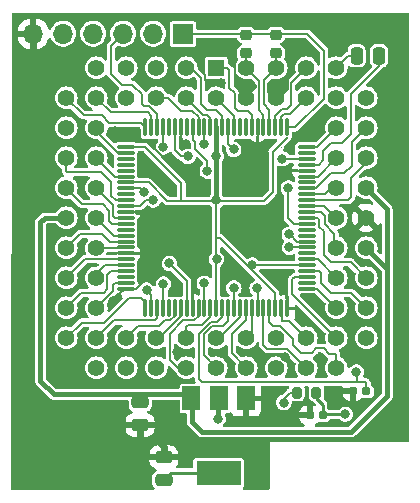
<source format=gbr>
%TF.GenerationSoftware,KiCad,Pcbnew,7.0.7*%
%TF.CreationDate,2025-08-27T15:09:01+01:00*%
%TF.ProjectId,Rosa,526f7361-2e6b-4696-9361-645f70636258,rev?*%
%TF.SameCoordinates,Original*%
%TF.FileFunction,Copper,L1,Top*%
%TF.FilePolarity,Positive*%
%FSLAX46Y46*%
G04 Gerber Fmt 4.6, Leading zero omitted, Abs format (unit mm)*
G04 Created by KiCad (PCBNEW 7.0.7) date 2025-08-27 15:09:01*
%MOMM*%
%LPD*%
G01*
G04 APERTURE LIST*
G04 Aperture macros list*
%AMRoundRect*
0 Rectangle with rounded corners*
0 $1 Rounding radius*
0 $2 $3 $4 $5 $6 $7 $8 $9 X,Y pos of 4 corners*
0 Add a 4 corners polygon primitive as box body*
4,1,4,$2,$3,$4,$5,$6,$7,$8,$9,$2,$3,0*
0 Add four circle primitives for the rounded corners*
1,1,$1+$1,$2,$3*
1,1,$1+$1,$4,$5*
1,1,$1+$1,$6,$7*
1,1,$1+$1,$8,$9*
0 Add four rect primitives between the rounded corners*
20,1,$1+$1,$2,$3,$4,$5,0*
20,1,$1+$1,$4,$5,$6,$7,0*
20,1,$1+$1,$6,$7,$8,$9,0*
20,1,$1+$1,$8,$9,$2,$3,0*%
G04 Aperture macros list end*
%TA.AperFunction,SMDPad,CuDef*%
%ADD10RoundRect,0.155000X-0.212500X-0.155000X0.212500X-0.155000X0.212500X0.155000X-0.212500X0.155000X0*%
%TD*%
%TA.AperFunction,ComponentPad*%
%ADD11O,1.700000X1.700000*%
%TD*%
%TA.AperFunction,ComponentPad*%
%ADD12R,1.700000X1.700000*%
%TD*%
%TA.AperFunction,SMDPad,CuDef*%
%ADD13RoundRect,0.075000X0.662500X0.075000X-0.662500X0.075000X-0.662500X-0.075000X0.662500X-0.075000X0*%
%TD*%
%TA.AperFunction,SMDPad,CuDef*%
%ADD14RoundRect,0.075000X0.075000X0.662500X-0.075000X0.662500X-0.075000X-0.662500X0.075000X-0.662500X0*%
%TD*%
%TA.AperFunction,SMDPad,CuDef*%
%ADD15RoundRect,0.200000X-0.200000X-0.275000X0.200000X-0.275000X0.200000X0.275000X-0.200000X0.275000X0*%
%TD*%
%TA.AperFunction,SMDPad,CuDef*%
%ADD16RoundRect,0.250000X0.475000X-0.250000X0.475000X0.250000X-0.475000X0.250000X-0.475000X-0.250000X0*%
%TD*%
%TA.AperFunction,SMDPad,CuDef*%
%ADD17RoundRect,0.218750X-0.256250X0.218750X-0.256250X-0.218750X0.256250X-0.218750X0.256250X0.218750X0*%
%TD*%
%TA.AperFunction,ComponentPad*%
%ADD18R,1.422400X1.422400*%
%TD*%
%TA.AperFunction,ComponentPad*%
%ADD19C,1.422400*%
%TD*%
%TA.AperFunction,SMDPad,CuDef*%
%ADD20R,1.500000X2.000000*%
%TD*%
%TA.AperFunction,SMDPad,CuDef*%
%ADD21R,3.800000X2.000000*%
%TD*%
%TA.AperFunction,SMDPad,CuDef*%
%ADD22RoundRect,0.250000X-0.250000X-0.475000X0.250000X-0.475000X0.250000X0.475000X-0.250000X0.475000X0*%
%TD*%
%TA.AperFunction,ViaPad*%
%ADD23C,0.800000*%
%TD*%
%TA.AperFunction,Conductor*%
%ADD24C,0.200000*%
%TD*%
%TA.AperFunction,Conductor*%
%ADD25C,0.250000*%
%TD*%
%TA.AperFunction,Conductor*%
%ADD26C,0.400000*%
%TD*%
%TA.AperFunction,Conductor*%
%ADD27C,0.000000*%
%TD*%
%TA.AperFunction,Conductor*%
%ADD28C,0.600000*%
%TD*%
G04 APERTURE END LIST*
D10*
%TO.P,JP2,1*%
%TO.N,GND*%
X27905900Y-36703000D03*
%TO.P,JP2,2*%
%TO.N,N/C*%
X29040900Y-36703000D03*
%TD*%
D11*
%TO.P,,GND*%
%TO.N,GND*%
X4509000Y-4407400D03*
%TO.P,,TCK*%
%TO.N,N/C*%
X12129000Y-4407400D03*
%TO.P,,TDI*%
X9589000Y-4407400D03*
%TO.P,,TDO*%
X7049000Y-4407400D03*
%TO.P,,TMS*%
X14669000Y-4407400D03*
D12*
%TO.P,,VCC_3*%
%TO.N,VCC_3*%
X17209000Y-4407400D03*
%TD*%
D13*
%TO.P,,1-1*%
%TO.N,N/C*%
X27665500Y-18503000D03*
%TO.P,,1-2*%
X27665500Y-20003000D03*
%TO.P,,1-3*%
X27665500Y-17503000D03*
%TO.P,,1-4*%
X27665500Y-16503000D03*
%TO.P,,1-5*%
X27665500Y-19503000D03*
%TO.P,,1-6*%
X27665500Y-19003000D03*
%TO.P,,1-7*%
X27665500Y-14003000D03*
%TO.P,,1-8*%
X27665500Y-18003000D03*
%TO.P,,1-9/GCK1*%
X27665500Y-15503000D03*
D14*
%TO.P,,1-10*%
X25003000Y-12340500D03*
D13*
%TO.P,,1-11/GCK2*%
X27665500Y-15003000D03*
D14*
%TO.P,,1-12*%
X22503000Y-12340500D03*
%TO.P,,1-13*%
X21003000Y-12340500D03*
%TO.P,,1-14/GCK3*%
X25503000Y-12340500D03*
%TO.P,,1-15*%
X24503000Y-12340500D03*
%TO.P,,1-16*%
X19503000Y-12340500D03*
%TO.P,,1-17*%
X24003000Y-12340500D03*
%TO.P,,1-18*%
X19003000Y-12340500D03*
%TO.P,,2-1*%
X19503000Y-27665500D03*
%TO.P,,2-2*%
X23003000Y-27665500D03*
%TO.P,,2-3*%
X21503000Y-27665500D03*
%TO.P,,2-4*%
X22503000Y-27665500D03*
%TO.P,,2-5*%
X23503000Y-27665500D03*
%TO.P,,2-6*%
X24003000Y-27665500D03*
D13*
%TO.P,,2-7/GTS1*%
X27665500Y-25003000D03*
D14*
%TO.P,,2-8*%
X24503000Y-27665500D03*
%TO.P,,2-9/GSR*%
X25503000Y-27665500D03*
D13*
%TO.P,,2-10*%
X27665500Y-26003000D03*
%TO.P,,2-11/GTS2*%
X27665500Y-24503000D03*
%TO.P,,2-12*%
X27665500Y-23503000D03*
%TO.P,,2-13*%
X27665500Y-22503000D03*
%TO.P,,2-14*%
X27665500Y-22003000D03*
%TO.P,,2-15*%
X27665500Y-21003000D03*
%TO.P,,2-16*%
X27665500Y-21503000D03*
%TO.P,,2-17*%
X27665500Y-20503000D03*
D14*
%TO.P,,2-18*%
X22003000Y-27665500D03*
%TO.P,,3-1*%
X18503000Y-12340500D03*
%TO.P,,3-2*%
X23003000Y-12340500D03*
%TO.P,,3-3*%
X14503000Y-12340500D03*
%TO.P,,3-4*%
X14003000Y-12340500D03*
%TO.P,,3-5*%
X21503000Y-12340500D03*
D13*
%TO.P,,3-6*%
X12340500Y-15003000D03*
%TO.P,,3-7*%
X12340500Y-15503000D03*
D14*
%TO.P,,3-8*%
X20503000Y-12340500D03*
%TO.P,,3-9*%
X18003000Y-12340500D03*
D13*
%TO.P,,3-10*%
X12340500Y-18503000D03*
%TO.P,,3-11*%
X12340500Y-14503000D03*
%TO.P,,3-12*%
X12340500Y-19003000D03*
%TO.P,,3-13*%
X12340500Y-20003000D03*
%TO.P,,3-14*%
X12340500Y-16003000D03*
%TO.P,,3-15*%
X12340500Y-16503000D03*
%TO.P,,3-16*%
X12340500Y-20503000D03*
%TO.P,,3-17*%
X12340500Y-17503000D03*
%TO.P,,3-18*%
X12340500Y-18003000D03*
%TO.P,,4-1*%
X12340500Y-21003000D03*
%TO.P,,4-2*%
X12340500Y-22003000D03*
%TO.P,,4-3*%
X12340500Y-24003000D03*
%TO.P,,4-4*%
X12340500Y-24503000D03*
%TO.P,,4-5*%
X12340500Y-22503000D03*
D14*
%TO.P,,4-6*%
X14003000Y-27665500D03*
%TO.P,,4-7*%
X14503000Y-27665500D03*
D13*
%TO.P,,4-8*%
X12340500Y-23503000D03*
%TO.P,,4-9*%
X12340500Y-21503000D03*
D14*
%TO.P,,4-10*%
X16503000Y-27665500D03*
D13*
%TO.P,,4-11*%
X12340500Y-25503000D03*
D14*
%TO.P,,4-12*%
X17003000Y-27665500D03*
%TO.P,,4-13*%
X18503000Y-27665500D03*
%TO.P,,4-14*%
X15003000Y-27665500D03*
%TO.P,,4-15*%
X20503000Y-27665500D03*
%TO.P,,4-16*%
X19003000Y-27665500D03*
%TO.P,,4-17*%
X21003000Y-27665500D03*
%TO.P,,4-18*%
X15503000Y-27665500D03*
D13*
%TO.P,,GND*%
%TO.N,GND*%
X27665500Y-16003000D03*
D14*
X26003000Y-27665500D03*
X23503000Y-12340500D03*
X18003000Y-27665500D03*
X17003000Y-12340500D03*
D13*
X12340500Y-26003000D03*
X12340500Y-23003000D03*
X12340500Y-19503000D03*
%TO.P,,NC*%
%TO.N,N/C*%
X27665500Y-25503000D03*
X27665500Y-23003000D03*
X27665500Y-17003000D03*
X27665500Y-14503000D03*
D14*
X22003000Y-12340500D03*
X17503000Y-12340500D03*
X16003000Y-27665500D03*
X16003000Y-12340500D03*
D13*
X12340500Y-25003000D03*
D14*
%TO.P,,TCK*%
X15003000Y-12340500D03*
%TO.P,,TDI *%
X16503000Y-12340500D03*
%TO.P,,TDO*%
X17503000Y-27665500D03*
%TO.P,,TMS*%
X15503000Y-12340500D03*
D13*
%TO.P,,VCC_3*%
%TO.N,VCC_3*%
X27665500Y-24003000D03*
D14*
X26003000Y-12340500D03*
X25003000Y-27665500D03*
X20003000Y-27665500D03*
X20003000Y-12340500D03*
D13*
X12340500Y-17003000D03*
X12340500Y-14003000D03*
%TD*%
D15*
%TO.P,R3,1*%
%TO.N,N/C*%
X26835600Y-34798000D03*
%TO.P,R3,2*%
X28485600Y-34798000D03*
%TD*%
D16*
%TO.P,C2,1*%
%TO.N,GND*%
X13551400Y-37529000D03*
%TO.P,C2,2*%
%TO.N,N/C*%
X13551400Y-35629000D03*
%TD*%
D17*
%TO.P,R4,1*%
%TO.N,N/C*%
X22504400Y-4495700D03*
%TO.P,R4,2*%
X22504400Y-6070700D03*
%TD*%
D18*
%TO.P,                              Marine,B0*%
%TO.N,N/C*%
X20003000Y-7303000D03*
D19*
%TO.P,                              Marine,B1*%
X20003000Y-9843000D03*
%TO.P,                              Marine,B2*%
X17463000Y-7303000D03*
%TO.P,                              Marine,B3*%
X17463000Y-9843000D03*
%TO.P,                              Marine,B_C0*%
X30163000Y-32703000D03*
%TO.P,                              Marine,B_C1*%
X27623000Y-30163000D03*
%TO.P,                              Marine,B_C2*%
X27623000Y-32703000D03*
%TO.P,                              Marine,B_C3*%
X25083000Y-30163000D03*
%TO.P,                              Marine,B_D0*%
X14923000Y-32703000D03*
%TO.P,                              Marine,B_D1*%
X12383000Y-30163000D03*
%TO.P,                              Marine,B_D2*%
X12383000Y-32703000D03*
%TO.P,                              Marine,B_D3*%
X9843000Y-30163000D03*
%TO.P,                              Marine,B_O0*%
X32703000Y-27623000D03*
%TO.P,                              Marine,B_O1*%
X30163000Y-27623000D03*
%TO.P,                              Marine,B_O2*%
X32703000Y-25083000D03*
%TO.P,                              Marine,B_O3*%
X30163000Y-25083000D03*
%TO.P,                              Marine,C14M*%
X30163000Y-9843000D03*
%TO.P,                              Marine,C28M*%
X30163000Y-7303000D03*
%TO.P,                              Marine,FIELD0*%
X7303000Y-17463000D03*
%TO.P,                              Marine,FIELD1*%
X9843000Y-17463000D03*
%TO.P,                              Marine,FIELD2*%
X9843000Y-20003000D03*
%TO.P,                              Marine,G0*%
X14923000Y-7303000D03*
%TO.P,                              Marine,G1*%
X14923000Y-9843000D03*
%TO.P,                              Marine,G2*%
X12383000Y-7303000D03*
%TO.P,                              Marine,G3*%
X12383000Y-9843000D03*
%TO.P,                              Marine,GND*%
%TO.N,GND*%
X22543000Y-9843000D03*
X25083000Y-9843000D03*
X32703000Y-20003000D03*
%TO.P,                              Marine,G_C0*%
%TO.N,N/C*%
X25083000Y-32703000D03*
%TO.P,                              Marine,G_C1*%
X22543000Y-30163000D03*
%TO.P,                              Marine,G_C2*%
X22543000Y-32703000D03*
%TO.P,                              Marine,G_C3*%
X20003000Y-30163000D03*
%TO.P,                              Marine,G_D0*%
X9843000Y-32703000D03*
%TO.P,                              Marine,G_D1*%
X7303000Y-30163000D03*
%TO.P,                              Marine,G_D2*%
X9843000Y-27623000D03*
%TO.P,                              Marine,G_D3*%
X7303000Y-27623000D03*
%TO.P,                              Marine,G_O0*%
X30163000Y-22543000D03*
%TO.P,                              Marine,G_O1*%
X30163000Y-20003000D03*
%TO.P,                              Marine,G_O2*%
X30163000Y-17463000D03*
%TO.P,                              Marine,G_O3*%
X32703000Y-14923000D03*
%TO.P,                              Marine,N_BYPASS*%
X25083000Y-7303000D03*
%TO.P,                              Marine,N_HSYCX2*%
X32703000Y-30163000D03*
%TO.P,                              Marine,N_HSYNC*%
X27623000Y-9843000D03*
%TO.P,                              Marine,N_RSTR_L*%
X9843000Y-12383000D03*
%TO.P,                              Marine,N_RSTW_C*%
X7303000Y-14923000D03*
%TO.P,                              Marine,N_RSTW_D*%
X9843000Y-14923000D03*
%TO.P,                              Marine,N_SCNDBL_N_CSYNC*%
X22543000Y-7303000D03*
%TO.P,                              Marine,N_VSYNC*%
X27623000Y-7303000D03*
%TO.P,                              Marine,N_VSYN_O*%
X30163000Y-30163000D03*
%TO.P,                              Marine,R0*%
X9843000Y-7303000D03*
%TO.P,                              Marine,R1*%
X7303000Y-9843000D03*
%TO.P,                              Marine,R2*%
X9843000Y-9843000D03*
%TO.P,                              Marine,R3*%
X7303000Y-12383000D03*
%TO.P,                              Marine,R_C0*%
X20003000Y-32703000D03*
%TO.P,                              Marine,R_C1*%
X17463000Y-30163000D03*
%TO.P,                              Marine,R_C2*%
X17463000Y-32703000D03*
%TO.P,                              Marine,R_C3*%
X14923000Y-30163000D03*
%TO.P,                              Marine,R_D0*%
X9843000Y-25083000D03*
%TO.P,                              Marine,R_D1*%
X7303000Y-25083000D03*
%TO.P,                              Marine,R_D2*%
X9843000Y-22543000D03*
%TO.P,                              Marine,R_D3*%
X7303000Y-22543000D03*
%TO.P,                              Marine,R_O0*%
X30163000Y-14923000D03*
%TO.P,                              Marine,R_O1*%
X32703000Y-12383000D03*
%TO.P,                              Marine,R_O2*%
X30163000Y-12383000D03*
%TO.P,                              Marine,R_O3*%
X32703000Y-9843000D03*
%TO.P,                              Marine,VCC*%
X7303000Y-20003000D03*
X32703000Y-17463000D03*
X32703000Y-22543000D03*
%TD*%
D17*
%TO.P,R1,1*%
%TO.N,VCC_3*%
X25095200Y-4495700D03*
%TO.P,R1,2*%
%TO.N,N/C*%
X25095200Y-6070700D03*
%TD*%
D10*
%TO.P,JP1,1*%
%TO.N,GND*%
X31588900Y-34696400D03*
%TO.P,JP1,2*%
%TO.N,N/C*%
X32723900Y-34696400D03*
%TD*%
D20*
%TO.P,U1,3V3*%
%TO.N,VCC_3*%
X20206200Y-35293400D03*
D21*
X20206200Y-41593400D03*
D20*
%TO.P,U1,5V*%
%TO.N,N/C*%
X17906200Y-35293400D03*
%TO.P,U1,GND*%
%TO.N,GND*%
X22506200Y-35293400D03*
%TD*%
D22*
%TO.P,L1,1*%
%TO.N,N/C*%
X31892200Y-6273800D03*
%TO.P,L1,2*%
X33792200Y-6273800D03*
%TD*%
D16*
%TO.P,C1,1*%
%TO.N,VCC_3*%
X15570200Y-42174200D03*
%TO.P,C1,2*%
%TO.N,GND*%
X15570200Y-40274200D03*
%TD*%
D23*
%TO.N,*%
X19241000Y-16040600D03*
X21488400Y-25933400D03*
X21476200Y-14211800D03*
X26187400Y-21386800D03*
X30937200Y-36626800D03*
X15532600Y-14008600D03*
X18987000Y-25540200D03*
X18987000Y-13754600D03*
X16040600Y-23863800D03*
X31877000Y-33045400D03*
X26099000Y-17463000D03*
X15532600Y-25591000D03*
X25591000Y-14999200D03*
X14669000Y-18479000D03*
X13856200Y-17818600D03*
X14110200Y-26099000D03*
X26200600Y-22492200D03*
X17615400Y-14796000D03*
X23457400Y-25946600D03*
%TO.N,GND*%
X14161000Y-19799800D03*
X8559800Y-16865600D03*
X28346400Y-12903200D03*
X23508200Y-14999200D03*
X21361400Y-24130000D03*
X15240000Y-16510000D03*
X11658600Y-38252400D03*
X23215600Y-41630600D03*
X25831800Y-31775400D03*
X4559800Y-36970200D03*
X28702000Y-31877000D03*
X25083000Y-25057600D03*
X4509000Y-7811000D03*
X18021800Y-24321000D03*
X29718000Y-34696400D03*
X11404600Y-12674600D03*
X34340800Y-7975600D03*
X21132800Y-5359400D03*
X3302000Y-21361400D03*
X23266400Y-31394400D03*
X23520400Y-17297400D03*
X16611600Y-15621000D03*
X20447000Y-31445200D03*
X7899400Y-8051800D03*
X28321000Y-8559800D03*
X20028400Y-3391400D03*
X35356800Y-36880800D03*
X14364200Y-23025600D03*
X6553200Y-32334200D03*
X16713200Y-31394400D03*
X23406600Y-19952200D03*
X20421600Y-8585200D03*
X25730200Y-8559800D03*
X24688800Y-36550600D03*
X33324800Y-33223200D03*
X14364200Y-24829000D03*
X17463000Y-13780000D03*
X11277600Y-27051000D03*
X25616400Y-16040600D03*
X13932400Y-8547600D03*
%TO.N,VCC_3*%
X18897600Y-41681400D03*
X25730200Y-35636200D03*
X21437600Y-41681400D03*
X20028400Y-23482800D03*
X20003000Y-14770600D03*
X20155400Y-37021000D03*
X20003000Y-18529800D03*
X23063200Y-24003000D03*
X20167600Y-41681400D03*
%TD*%
D24*
%TO.N,*%
X27665500Y-14003000D02*
X28543000Y-14003000D01*
X11343000Y-21503000D02*
X12340500Y-21503000D01*
X16091400Y-28689800D02*
X15685000Y-28689800D01*
X14211800Y-11062200D02*
X14503000Y-11353400D01*
X12340500Y-20003000D02*
X11417800Y-20003000D01*
X18225000Y-13602200D02*
X18021800Y-13399000D01*
X21019000Y-13754600D02*
X21019000Y-12356500D01*
X20503000Y-27665500D02*
X20503000Y-28366600D01*
X22720800Y-10986000D02*
X23003000Y-11268200D01*
X14923000Y-32703000D02*
X14923000Y-32550600D01*
X16726400Y-32703000D02*
X16078200Y-32054800D01*
D25*
X29117100Y-36626800D02*
X29040900Y-36703000D01*
D24*
X17056600Y-14796000D02*
X16497800Y-14237200D01*
X12636000Y-26759400D02*
X13602200Y-26759400D01*
X9843000Y-24727400D02*
X10567400Y-24003000D01*
X26517600Y-30226000D02*
X26517600Y-30784800D01*
X18987000Y-27649500D02*
X19003000Y-27665500D01*
X10947400Y-20294600D02*
X11155800Y-20503000D01*
X25503000Y-11455000D02*
X25743400Y-11214600D01*
X19503000Y-28376000D02*
X19503000Y-27665500D01*
X9843000Y-9843000D02*
X11062200Y-11062200D01*
X27619900Y-20548600D02*
X27665500Y-20503000D01*
X26454600Y-25184600D02*
X26636200Y-25003000D01*
X22847800Y-7303000D02*
X22543000Y-7303000D01*
X31483800Y-15583400D02*
X30823400Y-16243800D01*
X26353000Y-10452600D02*
X26353000Y-8573000D01*
X10249400Y-16142200D02*
X7404600Y-16142200D01*
X33792200Y-6273800D02*
X33792200Y-7101800D01*
X26636200Y-25003000D02*
X27665500Y-25003000D01*
X31483800Y-13602200D02*
X31483800Y-15583400D01*
X17971000Y-10960600D02*
X18503000Y-11492600D01*
X26251400Y-11214600D02*
X25743400Y-11214600D01*
X24503000Y-10837800D02*
X24067000Y-10401800D01*
D26*
X18834600Y-38138600D02*
X17957000Y-37261000D01*
D24*
X30823400Y-16243800D02*
X29705800Y-16243800D01*
X17666200Y-30163000D02*
X17463000Y-30163000D01*
D26*
X31433000Y-38138600D02*
X18834600Y-38138600D01*
D24*
X9843000Y-20003000D02*
X11343000Y-21503000D01*
X28543000Y-26003000D02*
X27665500Y-26003000D01*
X32703000Y-25083000D02*
X31382200Y-23762200D01*
X11062200Y-11062200D02*
X14211800Y-11062200D01*
D26*
X5118600Y-20358600D02*
X5118600Y-33820600D01*
D24*
X9843000Y-32703000D02*
X9843000Y-32499800D01*
X7303000Y-30163000D02*
X8598400Y-28867600D01*
X18225000Y-14161000D02*
X18225000Y-13602200D01*
X13639100Y-11976600D02*
X10960600Y-11976600D01*
X11423000Y-16503000D02*
X12340500Y-16503000D01*
X18948400Y-29820600D02*
X19622000Y-29147000D01*
D25*
X28485600Y-35267400D02*
X28485600Y-34798000D01*
D24*
X16503000Y-28278200D02*
X16091400Y-28689800D01*
X30163000Y-30163000D02*
X26454600Y-26454600D01*
X11113000Y-7811000D02*
X11113000Y-5423400D01*
X31902400Y-33883600D02*
X32613600Y-33883600D01*
X11265400Y-25692600D02*
X11455000Y-25503000D01*
X7404600Y-16142200D02*
X7303000Y-16040600D01*
X14059400Y-18479000D02*
X14669000Y-18479000D01*
X27665500Y-19503000D02*
X27708300Y-19545800D01*
X17003000Y-27665500D02*
X17003000Y-28337000D01*
X14313400Y-10554200D02*
X13907000Y-10554200D01*
X23003000Y-11268200D02*
X23003000Y-12340500D01*
X10351000Y-21374600D02*
X10979400Y-22003000D01*
X10478000Y-26353000D02*
X8954000Y-26353000D01*
X11658200Y-14503000D02*
X9843000Y-12687800D01*
X29756600Y-13653000D02*
X30671000Y-13653000D01*
X18987000Y-13754600D02*
X19003000Y-13738600D01*
X25083000Y-7303000D02*
X25083000Y-6082900D01*
X25003000Y-11294600D02*
X25053800Y-11294600D01*
X18135600Y-28676600D02*
X18503000Y-28309200D01*
X27115000Y-32703000D02*
X27623000Y-32703000D01*
X14059400Y-18479000D02*
X13535400Y-19003000D01*
X31433000Y-16599400D02*
X32703000Y-15329400D01*
X10979400Y-22003000D02*
X12340500Y-22003000D01*
X8573000Y-26353000D02*
X8954000Y-26353000D01*
X9843000Y-27623000D02*
X11265400Y-26200600D01*
X13907000Y-10554200D02*
X13703800Y-10351000D01*
X27623000Y-30163000D02*
X26200600Y-28740600D01*
D26*
X5118600Y-33820600D02*
X6235400Y-34937400D01*
D24*
X24503000Y-12340500D02*
X24503000Y-10837800D01*
X17615400Y-14846800D02*
X17412200Y-14846800D01*
X18987000Y-25540200D02*
X18987000Y-27649500D01*
X14110200Y-26099000D02*
X14516600Y-26505400D01*
X9843000Y-30163000D02*
X11316200Y-28689800D01*
X18503000Y-11492600D02*
X18503000Y-12340500D01*
X30163000Y-25083000D02*
X28583000Y-23503000D01*
X25489400Y-27679100D02*
X25503000Y-27665500D01*
X24503000Y-28821000D02*
X24829000Y-29147000D01*
X29591000Y-31521400D02*
X30124400Y-31521400D01*
X29705800Y-16243800D02*
X28446600Y-17503000D01*
X31382200Y-9511800D02*
X31382200Y-12941800D01*
X30163000Y-31560000D02*
X30163000Y-32703000D01*
D27*
X25503000Y-13995000D02*
X25464000Y-14034000D01*
D24*
X8471400Y-21374600D02*
X10351000Y-21374600D01*
X17627600Y-29057600D02*
X18821400Y-29057600D01*
X26593800Y-20548600D02*
X27619900Y-20548600D01*
X12340500Y-17503000D02*
X13540600Y-17503000D01*
X11134200Y-24503000D02*
X10782800Y-24854400D01*
X28893000Y-24676600D02*
X28719400Y-24503000D01*
X15003000Y-28508200D02*
X15003000Y-27665500D01*
X18694400Y-8128000D02*
X17869400Y-7303000D01*
X24067000Y-8319000D02*
X25083000Y-7303000D01*
X14003000Y-27160200D02*
X14003000Y-27665500D01*
X26187400Y-21361400D02*
X26200100Y-21374100D01*
X11265400Y-26200600D02*
X11265400Y-25692600D01*
X9843000Y-22543000D02*
X12300500Y-22543000D01*
X15177000Y-30163000D02*
X14923000Y-30163000D01*
X32613600Y-33883600D02*
X32723900Y-33993900D01*
X24003000Y-27665500D02*
X24003000Y-28957000D01*
X25540200Y-10808200D02*
X25997400Y-10808200D01*
X29096200Y-23152600D02*
X29096200Y-21120600D01*
X26085800Y-17476200D02*
X26085800Y-20040600D01*
X17503000Y-25326200D02*
X16040600Y-23863800D01*
X26099000Y-17463000D02*
X26085800Y-17476200D01*
X25997400Y-10808200D02*
X26353000Y-10452600D01*
X26211400Y-22503000D02*
X26200600Y-22492200D01*
X29096200Y-21120600D02*
X28740600Y-20765000D01*
X10351000Y-26353000D02*
X10147800Y-26353000D01*
X26454600Y-26454600D02*
X26454600Y-25184600D01*
X14821400Y-28689800D02*
X15003000Y-28508200D01*
X27665500Y-22503000D02*
X26211400Y-22503000D01*
X28588200Y-20003000D02*
X27665500Y-20003000D01*
X10782800Y-24854400D02*
X10782800Y-26048200D01*
X32703000Y-12383000D02*
X31483800Y-13602200D01*
X29045400Y-15126200D02*
X29045400Y-14364200D01*
X28446600Y-17503000D02*
X27665500Y-17503000D01*
X26085800Y-31165800D02*
X27623000Y-32703000D01*
X22543000Y-7303000D02*
X22543000Y-6109300D01*
X19190200Y-10859000D02*
X18694400Y-10363200D01*
X24003000Y-11277600D02*
X24003000Y-12340500D01*
X21003000Y-28705800D02*
X20561800Y-29147000D01*
X11316200Y-28689800D02*
X14821400Y-28689800D01*
X26988000Y-9843000D02*
X27623000Y-9843000D01*
X26085800Y-31115000D02*
X26085800Y-31165800D01*
X21120600Y-8979400D02*
X21564600Y-9423400D01*
X31192200Y-6273800D02*
X31892200Y-6273800D01*
X27665500Y-22003000D02*
X26829000Y-22003000D01*
X15003000Y-12340500D02*
X15003000Y-11243800D01*
X13602200Y-26759400D02*
X14003000Y-27160200D01*
X19241000Y-15177000D02*
X18225000Y-14161000D01*
X18072600Y-7303000D02*
X17463000Y-7303000D01*
X21019000Y-12356500D02*
X21003000Y-12340500D01*
X23000200Y-27668300D02*
X23003000Y-27665500D01*
X25083000Y-32703000D02*
X24930600Y-32703000D01*
X29197800Y-19850600D02*
X29197800Y-20561800D01*
D26*
X34481000Y-24727400D02*
X34481000Y-35090600D01*
D24*
X29197800Y-18021800D02*
X29179000Y-18003000D01*
X18770600Y-33883600D02*
X31902400Y-33883600D01*
X8674600Y-18834600D02*
X10376400Y-18834600D01*
X7303000Y-17463000D02*
X8674600Y-18834600D01*
X19452200Y-11527400D02*
X19190200Y-11265400D01*
X21003000Y-27665500D02*
X21003000Y-28705800D01*
X27665500Y-18503000D02*
X31155000Y-18503000D01*
X31433000Y-26353000D02*
X29705800Y-26353000D01*
X24503000Y-27665500D02*
X24503000Y-28821000D01*
X22543000Y-32703000D02*
X21323800Y-31483800D01*
D26*
X6235400Y-34937400D02*
X17957000Y-34937400D01*
D24*
X20066000Y-28803600D02*
X19532600Y-28803600D01*
X19190200Y-11265400D02*
X18885400Y-11265400D01*
X14503000Y-11353400D02*
X14503000Y-12340500D01*
X31902400Y-33883600D02*
X31902400Y-33070800D01*
X15939000Y-9843000D02*
X17056600Y-10960600D01*
X12340500Y-24503000D02*
X11134200Y-24503000D01*
X22543000Y-6109300D02*
X22504400Y-6070700D01*
X25594800Y-15003000D02*
X25591000Y-14999200D01*
X17463000Y-30163000D02*
X17463000Y-29222200D01*
X15685000Y-28689800D02*
X15177000Y-29197800D01*
X28668600Y-15503000D02*
X29045400Y-15126200D01*
X25083000Y-6082900D02*
X25095200Y-6070700D01*
X25053800Y-11294600D02*
X25540200Y-10808200D01*
X21564600Y-10668000D02*
X21882600Y-10986000D01*
X25003000Y-12340500D02*
X25003000Y-11294600D01*
X29108400Y-31038800D02*
X29591000Y-31521400D01*
X32703000Y-27623000D02*
X31433000Y-26353000D01*
X26200600Y-28740600D02*
X25540200Y-28740600D01*
X18948400Y-31648400D02*
X18948400Y-29820600D01*
X30671000Y-13653000D02*
X31382200Y-12941800D01*
X21488400Y-27650900D02*
X21503000Y-27665500D01*
X10947400Y-19405600D02*
X10947400Y-20294600D01*
X20561800Y-29147000D02*
X19622000Y-29147000D01*
X11290800Y-19876000D02*
X11290800Y-18910800D01*
X13703800Y-9538200D02*
X12891000Y-8725400D01*
X24003000Y-28957000D02*
X24003500Y-28957500D01*
X21019000Y-13754600D02*
X21476200Y-14211800D01*
X32723900Y-33993900D02*
X32723900Y-34696400D01*
X26085800Y-20040600D02*
X26593800Y-20548600D01*
X30163000Y-7303000D02*
X31192200Y-6273800D01*
X30163000Y-17463000D02*
X29756600Y-17463000D01*
X12340500Y-23503000D02*
X8883000Y-23503000D01*
D26*
X34481000Y-35090600D02*
X31433000Y-38138600D01*
D24*
X15177000Y-29197800D02*
X13348200Y-29197800D01*
X30010600Y-21374600D02*
X30010600Y-22390600D01*
X20503000Y-11359000D02*
X20003000Y-10859000D01*
X11155800Y-20503000D02*
X12340500Y-20503000D01*
X13535400Y-19003000D02*
X12340500Y-19003000D01*
X26517600Y-30784800D02*
X27165800Y-31433000D01*
X25438600Y-29147000D02*
X26517600Y-30226000D01*
X28079200Y-31433000D02*
X28473400Y-31038800D01*
X26099000Y-17463000D02*
X26111200Y-17475200D01*
X20257000Y-30163000D02*
X20003000Y-30163000D01*
X11455000Y-25503000D02*
X12340500Y-25503000D01*
X19532600Y-28803600D02*
X18542000Y-29794200D01*
X10300200Y-11316200D02*
X8776200Y-11316200D01*
X9843000Y-12687800D02*
X9843000Y-12383000D01*
X28583000Y-16503000D02*
X30163000Y-14923000D01*
X21488400Y-25933400D02*
X21488400Y-27650900D01*
D25*
X30937200Y-36626800D02*
X29117100Y-36626800D01*
D24*
X18021800Y-13399000D02*
X18021800Y-12359300D01*
X30163000Y-27623000D02*
X28543000Y-26003000D01*
X17056600Y-10960600D02*
X17971000Y-10960600D01*
X30163000Y-20003000D02*
X29163000Y-19003000D01*
X27623000Y-9843000D02*
X26251400Y-11214600D01*
X19444200Y-27724300D02*
X19503000Y-27665500D01*
X16503000Y-13571600D02*
X16503000Y-12340500D01*
X21120600Y-7506200D02*
X21120600Y-8979400D01*
X30010600Y-22390600D02*
X30163000Y-22543000D01*
X9843000Y-25083000D02*
X9843000Y-24727400D01*
X18542000Y-29794200D02*
X18542000Y-33655000D01*
X17003000Y-28337000D02*
X15177000Y-30163000D01*
X26212800Y-21386800D02*
X26187400Y-21386800D01*
D26*
X5474200Y-20003000D02*
X5118600Y-20358600D01*
D24*
X10376400Y-18834600D02*
X10947400Y-19405600D01*
X11113000Y-5423400D02*
X12129000Y-4407400D01*
X26187400Y-21386800D02*
X26187400Y-21361400D01*
X18821400Y-29057600D02*
X19503000Y-28376000D01*
D25*
X29032200Y-36694300D02*
X29032200Y-35814000D01*
D24*
X16078200Y-29794200D02*
X17195800Y-28676600D01*
X18021800Y-12359300D02*
X18003000Y-12340500D01*
X14516600Y-26505400D02*
X14516600Y-27651900D01*
X24981400Y-12318900D02*
X25003000Y-12340500D01*
X29705800Y-26353000D02*
X28893000Y-25540200D01*
X7303000Y-22543000D02*
X8471400Y-21374600D01*
X7303000Y-16040600D02*
X7303000Y-14923000D01*
X12027400Y-8725400D02*
X11113000Y-7811000D01*
X11113000Y-17005800D02*
X10249400Y-16142200D01*
X17503000Y-27665500D02*
X17503000Y-25326200D01*
X11417800Y-20003000D02*
X11290800Y-19876000D01*
X19503000Y-27665500D02*
X19495000Y-27673500D01*
X27665500Y-15503000D02*
X28668600Y-15503000D01*
X11113000Y-18123400D02*
X11113000Y-17005800D01*
X17615400Y-14796000D02*
X17056600Y-14796000D01*
X21882600Y-10986000D02*
X22720800Y-10986000D01*
X29163000Y-19003000D02*
X27665500Y-19003000D01*
X16503000Y-27665500D02*
X16503000Y-28278200D01*
X28740600Y-20765000D02*
X28740600Y-20155400D01*
X28893000Y-25540200D02*
X28893000Y-24676600D01*
X22003000Y-27665500D02*
X22003000Y-28417000D01*
X22503000Y-28679000D02*
X22503000Y-27665500D01*
X15503000Y-13979000D02*
X15532600Y-14008600D01*
X8954000Y-26353000D02*
X10147800Y-26353000D01*
D25*
X29040900Y-36703000D02*
X29032200Y-36694300D01*
D26*
X17957000Y-37261000D02*
X17957000Y-34937400D01*
D24*
X24067000Y-10401800D02*
X24067000Y-8319000D01*
X29045400Y-14364200D02*
X29756600Y-13653000D01*
X29705800Y-23762200D02*
X29096200Y-23152600D01*
X15003000Y-11243800D02*
X14313400Y-10554200D01*
X11290800Y-18910800D02*
X9843000Y-17463000D01*
X18694400Y-10363200D02*
X18694400Y-8128000D01*
X22003000Y-28417000D02*
X20257000Y-30163000D01*
X28719400Y-24503000D02*
X27665500Y-24503000D01*
D26*
X34481000Y-19241000D02*
X34481000Y-24727400D01*
D24*
X13540600Y-17503000D02*
X13856200Y-17818600D01*
X20503000Y-27665500D02*
X20503000Y-28392000D01*
X21503000Y-12340500D02*
X21503000Y-11343000D01*
X31155000Y-18503000D02*
X31433000Y-18225000D01*
X31433000Y-18225000D02*
X31433000Y-16599400D01*
X14923000Y-9843000D02*
X15939000Y-9843000D01*
X17195800Y-28676600D02*
X18135600Y-28676600D01*
X18542000Y-33655000D02*
X18770600Y-33883600D01*
X24003500Y-30785300D02*
X24333200Y-31115000D01*
X10567400Y-24003000D02*
X12340500Y-24003000D01*
D26*
X32703000Y-22543000D02*
X34481000Y-24321000D01*
D24*
X31382200Y-23762200D02*
X29705800Y-23762200D01*
X10527800Y-28867600D02*
X12636000Y-26759400D01*
X12340500Y-18503000D02*
X11492600Y-18503000D01*
X26829000Y-22003000D02*
X26212800Y-21386800D01*
X8776200Y-11316200D02*
X7303000Y-9843000D01*
X23635200Y-10909800D02*
X24003000Y-11277600D01*
X31902400Y-33070800D02*
X31877000Y-33045400D01*
X26353000Y-8573000D02*
X26403800Y-8522200D01*
X26139000Y-17503000D02*
X26099000Y-17463000D01*
X19503000Y-12340500D02*
X19503000Y-11527400D01*
X8883000Y-23503000D02*
X7303000Y-25083000D01*
X19241000Y-16040600D02*
X19241000Y-15177000D01*
X30124400Y-31521400D02*
X30163000Y-31560000D01*
X21503000Y-11343000D02*
X20003000Y-9843000D01*
X12340500Y-14503000D02*
X11658200Y-14503000D01*
X27165800Y-31433000D02*
X28079200Y-31433000D01*
X19503000Y-11527400D02*
X19452200Y-11527400D01*
X11492600Y-18503000D02*
X11113000Y-18123400D01*
X32703000Y-15329400D02*
X32703000Y-14923000D01*
X21564600Y-9423400D02*
X21564600Y-10668000D01*
X25540200Y-27702700D02*
X25503000Y-27665500D01*
X7303000Y-27623000D02*
X8573000Y-26353000D01*
X15532600Y-27635900D02*
X15503000Y-27665500D01*
X27708300Y-19545800D02*
X28893000Y-19545800D01*
X29756600Y-17463000D02*
X29197800Y-18021800D01*
X24829000Y-29147000D02*
X25438600Y-29147000D01*
X22543000Y-7303000D02*
X23635200Y-8395200D01*
X16078200Y-32054800D02*
X16078200Y-29794200D01*
D26*
X34481000Y-24321000D02*
X34481000Y-24727400D01*
D24*
X23000200Y-29705800D02*
X23000200Y-27668300D01*
X28543000Y-14003000D02*
X30163000Y-12383000D01*
X28893000Y-19545800D02*
X29197800Y-19850600D01*
X15532600Y-25591000D02*
X15532600Y-27635900D01*
X12300500Y-22543000D02*
X12340500Y-22503000D01*
X15503000Y-12340500D02*
X15503000Y-13979000D01*
X20003000Y-32703000D02*
X18948400Y-31648400D01*
X24333200Y-31115000D02*
X26085800Y-31115000D01*
X19003000Y-12340500D02*
X18987000Y-13754600D01*
X18503000Y-28309200D02*
X18503000Y-27665500D01*
X23503000Y-25992200D02*
X23457400Y-25946600D01*
D26*
X7303000Y-20003000D02*
X5474200Y-20003000D01*
D24*
X16497800Y-14237200D02*
X16497800Y-13576800D01*
X14003000Y-12340500D02*
X13639100Y-11976600D01*
X14516600Y-27651900D02*
X14503000Y-27665500D01*
X17463000Y-29222200D02*
X17627600Y-29057600D01*
D26*
X32703000Y-17463000D02*
X34481000Y-19241000D01*
D24*
X20917400Y-7303000D02*
X21120600Y-7506200D01*
X17869400Y-7303000D02*
X17463000Y-7303000D01*
X24003500Y-28957500D02*
X24003500Y-30785300D01*
X21323800Y-31483800D02*
X21323800Y-29858200D01*
X23635200Y-8395200D02*
X23635200Y-10909800D01*
X27665500Y-15003000D02*
X25594800Y-15003000D01*
D25*
X29032200Y-35814000D02*
X28485600Y-35267400D01*
D24*
X29179000Y-18003000D02*
X27665500Y-18003000D01*
X12891000Y-8725400D02*
X12027400Y-8725400D01*
X29197800Y-20561800D02*
X30010600Y-21374600D01*
X9843000Y-14923000D02*
X11423000Y-16503000D01*
X28740600Y-20155400D02*
X28588200Y-20003000D01*
X20003000Y-7303000D02*
X20917400Y-7303000D01*
X8598400Y-28867600D02*
X10527800Y-28867600D01*
X13348200Y-29197800D02*
X12383000Y-30163000D01*
X18885400Y-11265400D02*
X17463000Y-9843000D01*
X27623000Y-7303000D02*
X26403800Y-8522200D01*
X21323800Y-29858200D02*
X22503000Y-28679000D01*
X25503000Y-12340500D02*
X25503000Y-11455000D01*
X33792200Y-7101800D02*
X31382200Y-9511800D01*
X22543000Y-30163000D02*
X23000200Y-29705800D01*
X20503000Y-12340500D02*
X20503000Y-11359000D01*
X20503000Y-28366600D02*
X20066000Y-28803600D01*
X20003000Y-10859000D02*
X19190200Y-10859000D01*
X28583000Y-23503000D02*
X27665500Y-23503000D01*
X25540200Y-28740600D02*
X25540200Y-27702700D01*
X13703800Y-10351000D02*
X13703800Y-9538200D01*
X28473400Y-31038800D02*
X29108400Y-31038800D01*
X23503000Y-27665500D02*
X23503000Y-25992200D01*
X10782800Y-26048200D02*
X10478000Y-26353000D01*
X17463000Y-32703000D02*
X16726400Y-32703000D01*
X16497800Y-13576800D02*
X16503000Y-13571600D01*
X27665500Y-16503000D02*
X28583000Y-16503000D01*
X10960600Y-11976600D02*
X10300200Y-11316200D01*
X12351300Y-17513800D02*
X12340500Y-17503000D01*
D26*
%TO.N,GND*%
X25933400Y-9017000D02*
X25933400Y-8356600D01*
X25628600Y-8661400D02*
X25527000Y-8559800D01*
X24942800Y-9067800D02*
X24765000Y-9067800D01*
D24*
X14364200Y-23025600D02*
X14386800Y-23003000D01*
X12340500Y-23003000D02*
X14341600Y-23003000D01*
D28*
X14999200Y-38799000D02*
X15570200Y-39370000D01*
X11277600Y-27025599D02*
X11720378Y-26582821D01*
D26*
X13889200Y-19528000D02*
X13274751Y-19528000D01*
D24*
X19024600Y-8280400D02*
X19024600Y-8331200D01*
X14341600Y-23003000D02*
X14364200Y-23025600D01*
D25*
X27905900Y-36703000D02*
X27753500Y-36550600D01*
D26*
X23190200Y-8813800D02*
X22543000Y-9461000D01*
D24*
X12340500Y-26003000D02*
X13190200Y-26003000D01*
X17003000Y-13320000D02*
X17463000Y-13780000D01*
D26*
X25107400Y-9843000D02*
X25755600Y-9194800D01*
X14161000Y-19799800D02*
X13889200Y-19528000D01*
D24*
X25654000Y-16003000D02*
X25616400Y-16040600D01*
D26*
X25083000Y-9257800D02*
X25654000Y-8686800D01*
X25730200Y-8559800D02*
X25730200Y-8763000D01*
X22543000Y-9843000D02*
X22543000Y-9436600D01*
D25*
X22506200Y-35293400D02*
X24219000Y-35293400D01*
D28*
X4509000Y-7811000D02*
X4509000Y-7760200D01*
D26*
X25654000Y-8686800D02*
X25679400Y-8712200D01*
D25*
X24714200Y-35788600D02*
X24688800Y-35814000D01*
D26*
X25083000Y-9843000D02*
X25107400Y-9843000D01*
X25527000Y-8559800D02*
X25730200Y-8559800D01*
D24*
X18948400Y-7797800D02*
X19024600Y-7874000D01*
X26003000Y-27665500D02*
X26003000Y-25977600D01*
D28*
X11277600Y-27051000D02*
X11277600Y-27025599D01*
D26*
X25755600Y-9194800D02*
X25679400Y-9118600D01*
X25083000Y-8927600D02*
X24942800Y-9067800D01*
D28*
X13551400Y-37529000D02*
X13551400Y-38799000D01*
D24*
X18021800Y-24321000D02*
X18021800Y-27646700D01*
D26*
X25083000Y-9843000D02*
X25083000Y-8927600D01*
X24790400Y-8661400D02*
X25628600Y-8661400D01*
D24*
X11557000Y-12649200D02*
X11404600Y-12674600D01*
D26*
X24765000Y-9067800D02*
X24765000Y-8686800D01*
D24*
X31588900Y-34696400D02*
X29718000Y-34696400D01*
X12340500Y-26003000D02*
X12274800Y-26003000D01*
D25*
X24688800Y-35814000D02*
X24688800Y-36550600D01*
D24*
X21564600Y-8509000D02*
X21564600Y-6629400D01*
D28*
X13551400Y-38799000D02*
X14999200Y-38799000D01*
D24*
X11506200Y-12649200D02*
X11531600Y-12649200D01*
X11404600Y-12674600D02*
X11506200Y-12649200D01*
X25083000Y-25057600D02*
X25133800Y-25108400D01*
X11811000Y-26466800D02*
X11798300Y-26454100D01*
D26*
X25679400Y-9118600D02*
X24993600Y-9118600D01*
D25*
X27753500Y-36550600D02*
X24688800Y-36550600D01*
X24219000Y-35293400D02*
X24714200Y-35788600D01*
D26*
X22543000Y-9436600D02*
X21920200Y-8813800D01*
X24765000Y-8686800D02*
X24790400Y-8661400D01*
X24993600Y-9118600D02*
X24942800Y-9067800D01*
X24485600Y-9067800D02*
X24485600Y-8661400D01*
D24*
X18948400Y-7670800D02*
X18948400Y-7797800D01*
X21564600Y-6629400D02*
X21564600Y-6731000D01*
X14386800Y-23003000D02*
X14443200Y-23003000D01*
X15417800Y-14782800D02*
X14147800Y-13512800D01*
X23508200Y-14999200D02*
X23503000Y-14943200D01*
X19024600Y-7874000D02*
X19024600Y-8280400D01*
D28*
X4509000Y-4407400D02*
X4509000Y-7811000D01*
D24*
X13716000Y-13512800D02*
X12852400Y-12649200D01*
X17003000Y-12340500D02*
X17003000Y-13320000D01*
X19024600Y-8331200D02*
X19202400Y-8509000D01*
D26*
X25730200Y-8763000D02*
X25654000Y-8686800D01*
X25679400Y-9118600D02*
X25679400Y-8712200D01*
D28*
X11038021Y-27265178D02*
X11252199Y-27051000D01*
D26*
X24485600Y-9245600D02*
X24485600Y-9067800D01*
D24*
X23503000Y-12340500D02*
X23508200Y-14999200D01*
X14147800Y-13512800D02*
X13716000Y-13512800D01*
D28*
X11252199Y-27051000D02*
X11277600Y-27051000D01*
D24*
X26003000Y-25977600D02*
X25083000Y-25057600D01*
D26*
X25083000Y-9843000D02*
X25083000Y-9257800D01*
X25755600Y-9194800D02*
X25933400Y-9017000D01*
D24*
X22517600Y-16193000D02*
X22503000Y-16091400D01*
X27665500Y-16003000D02*
X25654000Y-16003000D01*
D26*
X24485600Y-8661400D02*
X24790400Y-8661400D01*
X22543000Y-9843000D02*
X22543000Y-8674600D01*
X21920200Y-8813800D02*
X23190200Y-8813800D01*
D24*
X13190200Y-26003000D02*
X14364200Y-24829000D01*
X18021800Y-27646700D02*
X18003000Y-27665500D01*
X12274800Y-26003000D02*
X11811000Y-26466800D01*
D26*
X24765000Y-9067800D02*
X24485600Y-9067800D01*
D28*
X15570200Y-39370000D02*
X15570200Y-40274200D01*
D24*
X12852400Y-12649200D02*
X11557000Y-12649200D01*
D28*
%TO.N,VCC_3*%
X21765800Y-42085800D02*
X21336000Y-41656000D01*
D24*
X20003000Y-18555200D02*
X20130000Y-18555200D01*
X20003000Y-23457400D02*
X20003000Y-22619200D01*
D26*
X20155400Y-37021000D02*
X20155400Y-35344200D01*
D24*
X26238200Y-34798000D02*
X26835600Y-34798000D01*
X25003000Y-26400000D02*
X22606000Y-24003000D01*
D28*
X20066000Y-41453200D02*
X20206200Y-41593400D01*
D24*
X25730200Y-35636200D02*
X25730200Y-35306000D01*
D28*
X20268800Y-41656000D02*
X20066000Y-41656000D01*
D24*
X20003000Y-27665500D02*
X20003000Y-23508200D01*
D28*
X21336000Y-41656000D02*
X20906200Y-42085800D01*
D24*
X20028400Y-23482800D02*
X20003000Y-23457400D01*
X29133800Y-9907000D02*
X29133800Y-5765800D01*
X26003000Y-12340500D02*
X26700300Y-12340500D01*
D25*
X15570200Y-42174200D02*
X16151000Y-41593400D01*
X16151000Y-41593400D02*
X20206200Y-41593400D01*
D24*
X25003000Y-27665500D02*
X25003000Y-26400000D01*
D26*
X20003000Y-18377400D02*
X20155400Y-18529800D01*
D24*
X20180800Y-18555200D02*
X20460200Y-18555200D01*
X15837400Y-18555200D02*
X17056600Y-18555200D01*
D28*
X20906200Y-42085800D02*
X20698600Y-42085800D01*
D24*
X23063200Y-24003000D02*
X22606000Y-24003000D01*
X20130000Y-18555200D02*
X20155400Y-18529800D01*
X20155400Y-18529800D02*
X20180800Y-18555200D01*
X20003000Y-21704800D02*
X20003000Y-22619200D01*
D26*
X20003000Y-12340500D02*
X20003000Y-18377400D01*
D24*
X20003000Y-18555200D02*
X20003000Y-21704800D01*
X14285200Y-17003000D02*
X15837400Y-18555200D01*
X29083000Y-5765800D02*
X27724600Y-4407400D01*
X24067000Y-18555200D02*
X24778200Y-17844000D01*
D28*
X20066000Y-41656000D02*
X20066000Y-41453200D01*
D24*
X17056600Y-18555200D02*
X20003000Y-18555200D01*
X12340500Y-17003000D02*
X14285200Y-17003000D01*
X24778200Y-14389600D02*
X26048200Y-13119600D01*
X20460200Y-18555200D02*
X24067000Y-18555200D01*
X26700300Y-12340500D02*
X29133800Y-9907000D01*
D28*
X20698600Y-42085800D02*
X20268800Y-41656000D01*
D24*
X27724600Y-4407400D02*
X17209000Y-4407400D01*
X27665500Y-24003000D02*
X23063200Y-24003000D01*
X17056600Y-17082000D02*
X17056600Y-18555200D01*
X25730200Y-35306000D02*
X26238200Y-34798000D01*
X20003000Y-23508200D02*
X20028400Y-23482800D01*
X29133800Y-5765800D02*
X29083000Y-5765800D01*
D26*
X20155400Y-35344200D02*
X20206200Y-35293400D01*
D24*
X20307800Y-21704800D02*
X20003000Y-21704800D01*
X12340500Y-14003000D02*
X13977600Y-14003000D01*
X22606000Y-24003000D02*
X20307800Y-21704800D01*
X24778200Y-17844000D02*
X24778200Y-14389600D01*
X13977600Y-14003000D02*
X17056600Y-17082000D01*
%TD*%
%TA.AperFunction,Conductor*%
%TO.N,GND*%
G36*
X26121146Y-34253785D02*
G01*
X26166901Y-34306589D01*
X26176845Y-34375747D01*
X26147820Y-34439303D01*
X26113123Y-34467154D01*
X26099578Y-34474484D01*
X26077754Y-34486295D01*
X26031712Y-34508803D01*
X26025766Y-34513048D01*
X26019942Y-34517581D01*
X25985242Y-34555275D01*
X25547552Y-34992964D01*
X25503848Y-35021223D01*
X25497833Y-35023504D01*
X25357962Y-35096915D01*
X25239716Y-35201671D01*
X25149981Y-35331675D01*
X25149980Y-35331676D01*
X25093962Y-35479381D01*
X25074922Y-35636199D01*
X25074922Y-35636200D01*
X25093962Y-35793018D01*
X25149980Y-35940723D01*
X25239717Y-36070730D01*
X25357960Y-36175483D01*
X25357962Y-36175484D01*
X25497834Y-36248896D01*
X25651214Y-36286700D01*
X25651215Y-36286700D01*
X25809185Y-36286700D01*
X25962565Y-36248896D01*
X25986094Y-36236547D01*
X26102440Y-36175483D01*
X26220683Y-36070730D01*
X26310420Y-35940723D01*
X26366437Y-35793018D01*
X26385478Y-35636200D01*
X26385478Y-35636199D01*
X26386382Y-35628755D01*
X26387995Y-35628950D01*
X26405163Y-35570485D01*
X26457967Y-35524730D01*
X26527125Y-35514786D01*
X26550435Y-35520483D01*
X26550901Y-35520646D01*
X26556883Y-35521207D01*
X26581330Y-35523500D01*
X26581334Y-35523500D01*
X27089870Y-35523500D01*
X27120299Y-35520646D01*
X27120301Y-35520646D01*
X27184390Y-35498219D01*
X27248482Y-35475793D01*
X27357750Y-35395150D01*
X27438393Y-35285882D01*
X27474202Y-35183546D01*
X27483246Y-35157701D01*
X27483246Y-35157699D01*
X27486100Y-35127269D01*
X27486100Y-34468730D01*
X27483246Y-34438300D01*
X27483245Y-34438298D01*
X27469514Y-34399055D01*
X27465952Y-34329276D01*
X27500680Y-34268649D01*
X27562674Y-34236421D01*
X27586555Y-34234100D01*
X27734645Y-34234100D01*
X27801684Y-34253785D01*
X27847439Y-34306589D01*
X27857383Y-34375747D01*
X27851686Y-34399055D01*
X27837954Y-34438298D01*
X27837953Y-34438300D01*
X27835100Y-34468730D01*
X27835100Y-35127269D01*
X27837953Y-35157699D01*
X27837953Y-35157701D01*
X27877729Y-35271370D01*
X27882807Y-35285882D01*
X27963450Y-35395150D01*
X28072718Y-35475793D01*
X28160188Y-35506400D01*
X28184814Y-35515017D01*
X28231540Y-35544377D01*
X28389584Y-35702421D01*
X28423069Y-35763744D01*
X28418085Y-35833436D01*
X28376213Y-35889369D01*
X28310749Y-35913786D01*
X28267308Y-35909178D01*
X28221683Y-35895922D01*
X28221677Y-35895921D01*
X28184552Y-35893000D01*
X28155900Y-35893000D01*
X28155900Y-36829000D01*
X28136215Y-36896039D01*
X28083411Y-36941794D01*
X28031900Y-36953000D01*
X27040670Y-36953000D01*
X27041321Y-36961281D01*
X27087490Y-37120194D01*
X27087492Y-37120197D01*
X27171733Y-37262642D01*
X27171739Y-37262650D01*
X27288749Y-37379660D01*
X27288758Y-37379666D01*
X27420144Y-37457368D01*
X27467827Y-37508437D01*
X27480331Y-37577179D01*
X27453686Y-37641768D01*
X27396350Y-37681698D01*
X27357023Y-37688100D01*
X20710327Y-37688100D01*
X20643288Y-37668415D01*
X20597533Y-37615611D01*
X20587589Y-37546453D01*
X20616614Y-37482897D01*
X20628100Y-37471285D01*
X20643808Y-37457368D01*
X20645883Y-37455530D01*
X20735620Y-37325523D01*
X20791637Y-37177818D01*
X20810678Y-37021000D01*
X20808408Y-37002300D01*
X20791637Y-36864181D01*
X20743310Y-36736754D01*
X20735620Y-36716477D01*
X20735619Y-36716476D01*
X20733873Y-36711871D01*
X20728506Y-36642208D01*
X20761653Y-36580702D01*
X20822792Y-36546880D01*
X20849815Y-36543900D01*
X20980876Y-36543900D01*
X20980877Y-36543899D01*
X21053940Y-36529366D01*
X21129061Y-36479172D01*
X21195739Y-36458294D01*
X21263119Y-36476779D01*
X21309809Y-36528758D01*
X21312040Y-36534011D01*
X21312849Y-36535493D01*
X21399009Y-36650587D01*
X21399012Y-36650590D01*
X21514106Y-36736750D01*
X21514113Y-36736754D01*
X21648820Y-36786996D01*
X21648827Y-36786998D01*
X21708355Y-36793399D01*
X21708372Y-36793400D01*
X22256200Y-36793400D01*
X22256200Y-35543400D01*
X22756200Y-35543400D01*
X22756200Y-36793400D01*
X23304028Y-36793400D01*
X23304044Y-36793399D01*
X23363572Y-36786998D01*
X23363579Y-36786996D01*
X23498286Y-36736754D01*
X23498293Y-36736750D01*
X23613387Y-36650590D01*
X23613390Y-36650587D01*
X23699550Y-36535493D01*
X23699554Y-36535486D01*
X23730319Y-36453000D01*
X27040670Y-36453000D01*
X27655900Y-36453000D01*
X27655900Y-35893000D01*
X27627248Y-35893000D01*
X27590122Y-35895921D01*
X27590116Y-35895922D01*
X27431205Y-35942091D01*
X27431202Y-35942092D01*
X27288757Y-36026333D01*
X27288749Y-36026339D01*
X27171739Y-36143349D01*
X27171733Y-36143357D01*
X27087492Y-36285802D01*
X27087490Y-36285805D01*
X27041321Y-36444718D01*
X27040670Y-36453000D01*
X23730319Y-36453000D01*
X23749796Y-36400779D01*
X23749798Y-36400772D01*
X23756199Y-36341244D01*
X23756200Y-36341227D01*
X23756200Y-35543400D01*
X22756200Y-35543400D01*
X22256200Y-35543400D01*
X22256200Y-35167400D01*
X22275885Y-35100361D01*
X22328689Y-35054606D01*
X22380200Y-35043400D01*
X23756200Y-35043400D01*
X23756200Y-34358100D01*
X23775885Y-34291061D01*
X23828689Y-34245306D01*
X23880200Y-34234100D01*
X26054107Y-34234100D01*
X26121146Y-34253785D01*
G37*
%TD.AperFunction*%
%TA.AperFunction,Conductor*%
G36*
X31988703Y-18111366D02*
G01*
X32003351Y-18126412D01*
X32019685Y-18146315D01*
X32166123Y-18266493D01*
X32166126Y-18266495D01*
X32166128Y-18266496D01*
X32333188Y-18355792D01*
X32333190Y-18355792D01*
X32333193Y-18355794D01*
X32514474Y-18410785D01*
X32703000Y-18429353D01*
X32891526Y-18410785D01*
X32914127Y-18403928D01*
X32983992Y-18403304D01*
X33037804Y-18434908D01*
X33267179Y-18664283D01*
X33300664Y-18725606D01*
X33295680Y-18795298D01*
X33253808Y-18851231D01*
X33188344Y-18875648D01*
X33127093Y-18864346D01*
X33118838Y-18860497D01*
X33118829Y-18860493D01*
X32914131Y-18805645D01*
X32914120Y-18805643D01*
X32703002Y-18787173D01*
X32702998Y-18787173D01*
X32491879Y-18805643D01*
X32491868Y-18805645D01*
X32287170Y-18860493D01*
X32287161Y-18860497D01*
X32095084Y-18950064D01*
X32041286Y-18987732D01*
X32041286Y-18987733D01*
X32519133Y-19465580D01*
X32552618Y-19526903D01*
X32547634Y-19596595D01*
X32505762Y-19652528D01*
X32487748Y-19663745D01*
X32464956Y-19675358D01*
X32464949Y-19675363D01*
X32375363Y-19764949D01*
X32375358Y-19764956D01*
X32363745Y-19787748D01*
X32315770Y-19838544D01*
X32247949Y-19855338D01*
X32181814Y-19832800D01*
X32165580Y-19819133D01*
X31687733Y-19341286D01*
X31687732Y-19341286D01*
X31650064Y-19395084D01*
X31560497Y-19587161D01*
X31560493Y-19587170D01*
X31505645Y-19791868D01*
X31505643Y-19791879D01*
X31487173Y-20002998D01*
X31487173Y-20003001D01*
X31505643Y-20214120D01*
X31505645Y-20214131D01*
X31560493Y-20418829D01*
X31560497Y-20418838D01*
X31650062Y-20610913D01*
X31687733Y-20664712D01*
X32165580Y-20186865D01*
X32226903Y-20153380D01*
X32296594Y-20158364D01*
X32352528Y-20200235D01*
X32363742Y-20218246D01*
X32370296Y-20231109D01*
X32375358Y-20241044D01*
X32375363Y-20241050D01*
X32464949Y-20330636D01*
X32464951Y-20330637D01*
X32464955Y-20330641D01*
X32487747Y-20342254D01*
X32538542Y-20390228D01*
X32555337Y-20458049D01*
X32532799Y-20524184D01*
X32519132Y-20540419D01*
X32041286Y-21018265D01*
X32041286Y-21018266D01*
X32095082Y-21055935D01*
X32095086Y-21055937D01*
X32287161Y-21145502D01*
X32287170Y-21145506D01*
X32491868Y-21200354D01*
X32491879Y-21200356D01*
X32702998Y-21218827D01*
X32703002Y-21218827D01*
X32914120Y-21200356D01*
X32914131Y-21200354D01*
X33118829Y-21145506D01*
X33118838Y-21145502D01*
X33310911Y-21055938D01*
X33364712Y-21018265D01*
X32886866Y-20540419D01*
X32853381Y-20479096D01*
X32858365Y-20409404D01*
X32900237Y-20353471D01*
X32918245Y-20342258D01*
X32941045Y-20330641D01*
X33030641Y-20241045D01*
X33042254Y-20218252D01*
X33090225Y-20167458D01*
X33158046Y-20150661D01*
X33224181Y-20173197D01*
X33240419Y-20186866D01*
X33718265Y-20664711D01*
X33755939Y-20610909D01*
X33794118Y-20529035D01*
X33840290Y-20476595D01*
X33907483Y-20457443D01*
X33974364Y-20477658D01*
X34019699Y-20530824D01*
X34030500Y-20581439D01*
X34030500Y-22934035D01*
X34010815Y-23001074D01*
X33958011Y-23046829D01*
X33888853Y-23056773D01*
X33825297Y-23027748D01*
X33818819Y-23021716D01*
X33674908Y-22877805D01*
X33641423Y-22816482D01*
X33643929Y-22754127D01*
X33650785Y-22731527D01*
X33659994Y-22638021D01*
X33669353Y-22543000D01*
X33650785Y-22354474D01*
X33595794Y-22173193D01*
X33595792Y-22173190D01*
X33595792Y-22173188D01*
X33506496Y-22006128D01*
X33506496Y-22006127D01*
X33454659Y-21942963D01*
X33386315Y-21859685D01*
X33239877Y-21739507D01*
X33239873Y-21739505D01*
X33239871Y-21739503D01*
X33072811Y-21650207D01*
X32891524Y-21595214D01*
X32703000Y-21576647D01*
X32514475Y-21595214D01*
X32333188Y-21650207D01*
X32166128Y-21739503D01*
X32166127Y-21739503D01*
X32019685Y-21859685D01*
X31899503Y-22006127D01*
X31899503Y-22006128D01*
X31810207Y-22173188D01*
X31755214Y-22354475D01*
X31736647Y-22543000D01*
X31755214Y-22731524D01*
X31810207Y-22912811D01*
X31899503Y-23079871D01*
X31899503Y-23079872D01*
X31899506Y-23079876D01*
X31899507Y-23079877D01*
X32019685Y-23226315D01*
X32166123Y-23346493D01*
X32166126Y-23346495D01*
X32166128Y-23346496D01*
X32333188Y-23435792D01*
X32333190Y-23435792D01*
X32333193Y-23435794D01*
X32514474Y-23490785D01*
X32703000Y-23509353D01*
X32891526Y-23490785D01*
X32914127Y-23483928D01*
X32983992Y-23483304D01*
X33037804Y-23514908D01*
X33994181Y-24471284D01*
X34027666Y-24532607D01*
X34030500Y-24558965D01*
X34030500Y-34852634D01*
X34010815Y-34919673D01*
X33994181Y-34940315D01*
X31282716Y-37651781D01*
X31221393Y-37685266D01*
X31195035Y-37688100D01*
X28454777Y-37688100D01*
X28387738Y-37668415D01*
X28341983Y-37615611D01*
X28332039Y-37546453D01*
X28361064Y-37482897D01*
X28391656Y-37457368D01*
X28523041Y-37379666D01*
X28523046Y-37379663D01*
X28616037Y-37286672D01*
X28677360Y-37253187D01*
X28723116Y-37251880D01*
X28796483Y-37263500D01*
X28796484Y-37263500D01*
X29285316Y-37263500D01*
X29380263Y-37248462D01*
X29380263Y-37248461D01*
X29380268Y-37248461D01*
X29494718Y-37190146D01*
X29585546Y-37099318D01*
X29600482Y-37070003D01*
X29648455Y-37019209D01*
X29710966Y-37002300D01*
X30340892Y-37002300D01*
X30407931Y-37021985D01*
X30442942Y-37055861D01*
X30445363Y-37059369D01*
X30446715Y-37061328D01*
X30446717Y-37061330D01*
X30564960Y-37166083D01*
X30564962Y-37166084D01*
X30704834Y-37239496D01*
X30858214Y-37277300D01*
X30858215Y-37277300D01*
X31016185Y-37277300D01*
X31169565Y-37239496D01*
X31263592Y-37190146D01*
X31309440Y-37166083D01*
X31427683Y-37061330D01*
X31517420Y-36931323D01*
X31573437Y-36783618D01*
X31592478Y-36626800D01*
X31589329Y-36600861D01*
X31573437Y-36469981D01*
X31536691Y-36373091D01*
X31517420Y-36322277D01*
X31427683Y-36192270D01*
X31309440Y-36087517D01*
X31309438Y-36087516D01*
X31309437Y-36087515D01*
X31169565Y-36014103D01*
X31016186Y-35976300D01*
X31016185Y-35976300D01*
X30858215Y-35976300D01*
X30858214Y-35976300D01*
X30704834Y-36014103D01*
X30564962Y-36087515D01*
X30446716Y-36192270D01*
X30444289Y-36195787D01*
X30442942Y-36197738D01*
X30388663Y-36241729D01*
X30340892Y-36251300D01*
X29581527Y-36251300D01*
X29514488Y-36231615D01*
X29496870Y-36217418D01*
X29494718Y-36215854D01*
X29475402Y-36206012D01*
X29424607Y-36158036D01*
X29407699Y-36095530D01*
X29407699Y-35865806D01*
X29410339Y-35840355D01*
X29412567Y-35829731D01*
X29412567Y-35829730D01*
X29408177Y-35794506D01*
X29407700Y-35786830D01*
X29407700Y-35782889D01*
X29407698Y-35782876D01*
X29403857Y-35759859D01*
X29397066Y-35705376D01*
X29397066Y-35705374D01*
X29397064Y-35705370D01*
X29394822Y-35697840D01*
X29392265Y-35690392D01*
X29392265Y-35690390D01*
X29366144Y-35642122D01*
X29342026Y-35592789D01*
X29342024Y-35592787D01*
X29342024Y-35592786D01*
X29337476Y-35586416D01*
X29332620Y-35580176D01*
X29332619Y-35580174D01*
X29292229Y-35542992D01*
X29129675Y-35380437D01*
X29096192Y-35319116D01*
X29100316Y-35251805D01*
X29133246Y-35157699D01*
X29136100Y-35127266D01*
X29136100Y-34946400D01*
X30723670Y-34946400D01*
X30724321Y-34954681D01*
X30770490Y-35113594D01*
X30770492Y-35113597D01*
X30854733Y-35256042D01*
X30854739Y-35256050D01*
X30971749Y-35373060D01*
X30971757Y-35373066D01*
X31114202Y-35457307D01*
X31114205Y-35457308D01*
X31273116Y-35503477D01*
X31273122Y-35503478D01*
X31310248Y-35506400D01*
X31338899Y-35506400D01*
X31338900Y-34946400D01*
X30723670Y-34946400D01*
X29136100Y-34946400D01*
X29136100Y-34468734D01*
X29133246Y-34438301D01*
X29130320Y-34429939D01*
X29119514Y-34399055D01*
X29115952Y-34329276D01*
X29150680Y-34268649D01*
X29212674Y-34236421D01*
X29236555Y-34234100D01*
X30618443Y-34234100D01*
X30685482Y-34253785D01*
X30731237Y-34306589D01*
X30741181Y-34375747D01*
X30737519Y-34392695D01*
X30724321Y-34438118D01*
X30723670Y-34446400D01*
X31714900Y-34446400D01*
X31781939Y-34466085D01*
X31827694Y-34518889D01*
X31838900Y-34570400D01*
X31838900Y-35506400D01*
X31867552Y-35506400D01*
X31904677Y-35503478D01*
X31904683Y-35503477D01*
X32063594Y-35457308D01*
X32063597Y-35457307D01*
X32206042Y-35373066D01*
X32206046Y-35373063D01*
X32299037Y-35280072D01*
X32360360Y-35246587D01*
X32406116Y-35245280D01*
X32479483Y-35256900D01*
X32479484Y-35256900D01*
X32968316Y-35256900D01*
X33063263Y-35241862D01*
X33063263Y-35241861D01*
X33063268Y-35241861D01*
X33177718Y-35183546D01*
X33268546Y-35092718D01*
X33326861Y-34978268D01*
X33331909Y-34946400D01*
X33341900Y-34883316D01*
X33341900Y-34509483D01*
X33326862Y-34414536D01*
X33326861Y-34414534D01*
X33326861Y-34414532D01*
X33268546Y-34300082D01*
X33177718Y-34209254D01*
X33177715Y-34209252D01*
X33177714Y-34209251D01*
X33142105Y-34191108D01*
X33091309Y-34143135D01*
X33074399Y-34080625D01*
X33074399Y-34043103D01*
X33077037Y-34017669D01*
X33078943Y-34008585D01*
X33077170Y-33994363D01*
X33074877Y-33975961D01*
X33074400Y-33968285D01*
X33074400Y-33964860D01*
X33070812Y-33943358D01*
X33069560Y-33933312D01*
X33064473Y-33892507D01*
X33064471Y-33892503D01*
X33062402Y-33885553D01*
X33062370Y-33885459D01*
X33062346Y-33885378D01*
X33059992Y-33878522D01*
X33059992Y-33878519D01*
X33035602Y-33833450D01*
X33013098Y-33787417D01*
X33013097Y-33787416D01*
X33013097Y-33787415D01*
X33008826Y-33781434D01*
X33004320Y-33775646D01*
X33004318Y-33775642D01*
X32966615Y-33740934D01*
X32896234Y-33670553D01*
X32880108Y-33650694D01*
X32875037Y-33642931D01*
X32849087Y-33622733D01*
X32843340Y-33617658D01*
X32840907Y-33615225D01*
X32840906Y-33615224D01*
X32840905Y-33615223D01*
X32832178Y-33608993D01*
X32823161Y-33602555D01*
X32782726Y-33571083D01*
X32782722Y-33571081D01*
X32776248Y-33567577D01*
X32769669Y-33564360D01*
X32720554Y-33549738D01*
X32672086Y-33533098D01*
X32664869Y-33531894D01*
X32657553Y-33530982D01*
X32608325Y-33533019D01*
X32606369Y-33533100D01*
X32566202Y-33533100D01*
X32499163Y-33513415D01*
X32453408Y-33460611D01*
X32443464Y-33391453D01*
X32454628Y-33356962D01*
X32454560Y-33356936D01*
X32455087Y-33355545D01*
X32456405Y-33351475D01*
X32457215Y-33349929D01*
X32457220Y-33349923D01*
X32513237Y-33202218D01*
X32532278Y-33045400D01*
X32528100Y-33010986D01*
X32513237Y-32888581D01*
X32491992Y-32832563D01*
X32457220Y-32740877D01*
X32367483Y-32610870D01*
X32249240Y-32506117D01*
X32249238Y-32506116D01*
X32249237Y-32506115D01*
X32109365Y-32432703D01*
X31955986Y-32394900D01*
X31955985Y-32394900D01*
X31798015Y-32394900D01*
X31798014Y-32394900D01*
X31644634Y-32432703D01*
X31504762Y-32506115D01*
X31386516Y-32610871D01*
X31345801Y-32669857D01*
X31291518Y-32713847D01*
X31222069Y-32721507D01*
X31159504Y-32690403D01*
X31123687Y-32630412D01*
X31120348Y-32611571D01*
X31110785Y-32514475D01*
X31085980Y-32432703D01*
X31055794Y-32333193D01*
X31055792Y-32333190D01*
X31055792Y-32333188D01*
X30966496Y-32166128D01*
X30966496Y-32166127D01*
X30963815Y-32162860D01*
X30846315Y-32019685D01*
X30699877Y-31899507D01*
X30699876Y-31899506D01*
X30699872Y-31899503D01*
X30699871Y-31899502D01*
X30579047Y-31834921D01*
X30529202Y-31785959D01*
X30513500Y-31725563D01*
X30513500Y-31609211D01*
X30516139Y-31583764D01*
X30518043Y-31574685D01*
X30516270Y-31560463D01*
X30513977Y-31542061D01*
X30513500Y-31534385D01*
X30513500Y-31530962D01*
X30513499Y-31530951D01*
X30511343Y-31518040D01*
X30509911Y-31509457D01*
X30503573Y-31458608D01*
X30503569Y-31458601D01*
X30501486Y-31451603D01*
X30501476Y-31451572D01*
X30501466Y-31451540D01*
X30499092Y-31444624D01*
X30499092Y-31444619D01*
X30499089Y-31444613D01*
X30474699Y-31399545D01*
X30453250Y-31355669D01*
X30452198Y-31353517D01*
X30452197Y-31353516D01*
X30447922Y-31347528D01*
X30443419Y-31341743D01*
X30443418Y-31341742D01*
X30410323Y-31311275D01*
X30390502Y-31287872D01*
X30385837Y-31280731D01*
X30385836Y-31280730D01*
X30380214Y-31272124D01*
X30382651Y-31270531D01*
X30358897Y-31222399D01*
X30366758Y-31152973D01*
X30410906Y-31098819D01*
X30445047Y-31082415D01*
X30532807Y-31055794D01*
X30699871Y-30966496D01*
X30699872Y-30966496D01*
X30699873Y-30966495D01*
X30699877Y-30966493D01*
X30846315Y-30846315D01*
X30966493Y-30699877D01*
X31031700Y-30577883D01*
X31055792Y-30532811D01*
X31055792Y-30532810D01*
X31055794Y-30532807D01*
X31110785Y-30351526D01*
X31129353Y-30163000D01*
X31736647Y-30163000D01*
X31755214Y-30351524D01*
X31810207Y-30532811D01*
X31899503Y-30699871D01*
X31899503Y-30699872D01*
X31899506Y-30699876D01*
X31899507Y-30699877D01*
X32019685Y-30846315D01*
X32166123Y-30966493D01*
X32166126Y-30966495D01*
X32166128Y-30966496D01*
X32333188Y-31055792D01*
X32333190Y-31055792D01*
X32333193Y-31055794D01*
X32514474Y-31110785D01*
X32703000Y-31129353D01*
X32891526Y-31110785D01*
X33072807Y-31055794D01*
X33105615Y-31038258D01*
X33224646Y-30974634D01*
X33239871Y-30966496D01*
X33239872Y-30966496D01*
X33239873Y-30966495D01*
X33239877Y-30966493D01*
X33386315Y-30846315D01*
X33506493Y-30699877D01*
X33571700Y-30577883D01*
X33595792Y-30532811D01*
X33595792Y-30532810D01*
X33595794Y-30532807D01*
X33650785Y-30351526D01*
X33669353Y-30163000D01*
X33650785Y-29974474D01*
X33595794Y-29793193D01*
X33595792Y-29793190D01*
X33595792Y-29793188D01*
X33506496Y-29626128D01*
X33506496Y-29626127D01*
X33506493Y-29626123D01*
X33386315Y-29479685D01*
X33239877Y-29359507D01*
X33239873Y-29359505D01*
X33239871Y-29359503D01*
X33072811Y-29270207D01*
X32891524Y-29215214D01*
X32703000Y-29196647D01*
X32514475Y-29215214D01*
X32333188Y-29270207D01*
X32166128Y-29359503D01*
X32166127Y-29359503D01*
X32019685Y-29479685D01*
X31899503Y-29626127D01*
X31899503Y-29626128D01*
X31810207Y-29793188D01*
X31755214Y-29974475D01*
X31736647Y-30163000D01*
X31129353Y-30163000D01*
X31110785Y-29974474D01*
X31055794Y-29793193D01*
X31055792Y-29793190D01*
X31055792Y-29793188D01*
X30966496Y-29626128D01*
X30966496Y-29626127D01*
X30966493Y-29626123D01*
X30846315Y-29479685D01*
X30699877Y-29359507D01*
X30699873Y-29359505D01*
X30699871Y-29359503D01*
X30532811Y-29270207D01*
X30351524Y-29215214D01*
X30163000Y-29196647D01*
X29974473Y-29215215D01*
X29843362Y-29254986D01*
X29773495Y-29255609D01*
X29719687Y-29224006D01*
X27110861Y-26615180D01*
X27077376Y-26553857D01*
X27082360Y-26484165D01*
X27124232Y-26428232D01*
X27189696Y-26403815D01*
X27198518Y-26403499D01*
X28366138Y-26403499D01*
X28377689Y-26401978D01*
X28446721Y-26412743D01*
X28481554Y-26437236D01*
X29224006Y-27179688D01*
X29257491Y-27241011D01*
X29254986Y-27303364D01*
X29215214Y-27434475D01*
X29196647Y-27623000D01*
X29215214Y-27811524D01*
X29270207Y-27992811D01*
X29359503Y-28159871D01*
X29359503Y-28159872D01*
X29359506Y-28159876D01*
X29359507Y-28159877D01*
X29479685Y-28306315D01*
X29626123Y-28426493D01*
X29626126Y-28426495D01*
X29626128Y-28426496D01*
X29793188Y-28515792D01*
X29793190Y-28515792D01*
X29793193Y-28515794D01*
X29974474Y-28570785D01*
X30163000Y-28589353D01*
X30351526Y-28570785D01*
X30532807Y-28515794D01*
X30699871Y-28426496D01*
X30699872Y-28426496D01*
X30699873Y-28426495D01*
X30699877Y-28426493D01*
X30846315Y-28306315D01*
X30966493Y-28159877D01*
X31055794Y-27992807D01*
X31110785Y-27811526D01*
X31129353Y-27623000D01*
X31110785Y-27434474D01*
X31055794Y-27253193D01*
X31055792Y-27253190D01*
X31055792Y-27253188D01*
X30966496Y-27086128D01*
X30966496Y-27086127D01*
X30866976Y-26964861D01*
X30846315Y-26939685D01*
X30846313Y-26939683D01*
X30846312Y-26939682D01*
X30826415Y-26923353D01*
X30787081Y-26865608D01*
X30785210Y-26795763D01*
X30821397Y-26735995D01*
X30884153Y-26705279D01*
X30905080Y-26703500D01*
X31236456Y-26703500D01*
X31303495Y-26723185D01*
X31324137Y-26739819D01*
X31764006Y-27179688D01*
X31797491Y-27241011D01*
X31794986Y-27303364D01*
X31755214Y-27434475D01*
X31736647Y-27622999D01*
X31755214Y-27811524D01*
X31810207Y-27992811D01*
X31899503Y-28159871D01*
X31899503Y-28159872D01*
X31899506Y-28159876D01*
X31899507Y-28159877D01*
X32019685Y-28306315D01*
X32166123Y-28426493D01*
X32166126Y-28426495D01*
X32166128Y-28426496D01*
X32333188Y-28515792D01*
X32333190Y-28515792D01*
X32333193Y-28515794D01*
X32514474Y-28570785D01*
X32703000Y-28589353D01*
X32891526Y-28570785D01*
X33072807Y-28515794D01*
X33239871Y-28426496D01*
X33239872Y-28426496D01*
X33239873Y-28426495D01*
X33239877Y-28426493D01*
X33386315Y-28306315D01*
X33506493Y-28159877D01*
X33595794Y-27992807D01*
X33650785Y-27811526D01*
X33669353Y-27623000D01*
X33650785Y-27434474D01*
X33595794Y-27253193D01*
X33595792Y-27253190D01*
X33595792Y-27253188D01*
X33506496Y-27086128D01*
X33506496Y-27086127D01*
X33415135Y-26974803D01*
X33386315Y-26939685D01*
X33239877Y-26819507D01*
X33239873Y-26819505D01*
X33239871Y-26819503D01*
X33072811Y-26730207D01*
X32891524Y-26675214D01*
X32703000Y-26656647D01*
X32514475Y-26675214D01*
X32383364Y-26714986D01*
X32313497Y-26715609D01*
X32259688Y-26684006D01*
X31715637Y-26139955D01*
X31699511Y-26120098D01*
X31694437Y-26112331D01*
X31668487Y-26092133D01*
X31662741Y-26087059D01*
X31660307Y-26084625D01*
X31660306Y-26084624D01*
X31660305Y-26084623D01*
X31653105Y-26079483D01*
X31642561Y-26071955D01*
X31602126Y-26040483D01*
X31602122Y-26040481D01*
X31595648Y-26036977D01*
X31589069Y-26033760D01*
X31539954Y-26019138D01*
X31491486Y-26002498D01*
X31484269Y-26001294D01*
X31476953Y-26000382D01*
X31427725Y-26002419D01*
X31425769Y-26002500D01*
X30905080Y-26002500D01*
X30838041Y-25982815D01*
X30792286Y-25930011D01*
X30782342Y-25860853D01*
X30811367Y-25797297D01*
X30826415Y-25782647D01*
X30837389Y-25773640D01*
X30846315Y-25766315D01*
X30966493Y-25619877D01*
X31035799Y-25490215D01*
X31055792Y-25452811D01*
X31055792Y-25452810D01*
X31055794Y-25452807D01*
X31110785Y-25271526D01*
X31129353Y-25083000D01*
X31110785Y-24894474D01*
X31055794Y-24713193D01*
X31055792Y-24713190D01*
X31055792Y-24713188D01*
X30966496Y-24546128D01*
X30966496Y-24546127D01*
X30957476Y-24535136D01*
X30846315Y-24399685D01*
X30846313Y-24399683D01*
X30846312Y-24399682D01*
X30764515Y-24332553D01*
X30725181Y-24274808D01*
X30723310Y-24204963D01*
X30759497Y-24145195D01*
X30822253Y-24114479D01*
X30843180Y-24112700D01*
X31185656Y-24112700D01*
X31252695Y-24132385D01*
X31273337Y-24149019D01*
X31764006Y-24639688D01*
X31797491Y-24701011D01*
X31794986Y-24763364D01*
X31755214Y-24894475D01*
X31736647Y-25083000D01*
X31755214Y-25271524D01*
X31810207Y-25452811D01*
X31899503Y-25619871D01*
X31899503Y-25619872D01*
X31899506Y-25619876D01*
X31899507Y-25619877D01*
X32019685Y-25766315D01*
X32166123Y-25886493D01*
X32166126Y-25886495D01*
X32166128Y-25886496D01*
X32333188Y-25975792D01*
X32333190Y-25975792D01*
X32333193Y-25975794D01*
X32514474Y-26030785D01*
X32703000Y-26049353D01*
X32891526Y-26030785D01*
X33072807Y-25975794D01*
X33083638Y-25970005D01*
X33208961Y-25903018D01*
X33239871Y-25886496D01*
X33239872Y-25886496D01*
X33239873Y-25886495D01*
X33239877Y-25886493D01*
X33386315Y-25766315D01*
X33506493Y-25619877D01*
X33575799Y-25490215D01*
X33595792Y-25452811D01*
X33595792Y-25452810D01*
X33595794Y-25452807D01*
X33650785Y-25271526D01*
X33669353Y-25083000D01*
X33650785Y-24894474D01*
X33595794Y-24713193D01*
X33595792Y-24713190D01*
X33595792Y-24713188D01*
X33506496Y-24546128D01*
X33506496Y-24546127D01*
X33497476Y-24535136D01*
X33386315Y-24399685D01*
X33239877Y-24279507D01*
X33239873Y-24279505D01*
X33239871Y-24279503D01*
X33072811Y-24190207D01*
X32891524Y-24135214D01*
X32703000Y-24116647D01*
X32514475Y-24135214D01*
X32383364Y-24174986D01*
X32313497Y-24175609D01*
X32259688Y-24144006D01*
X31664837Y-23549155D01*
X31648711Y-23529298D01*
X31643637Y-23521531D01*
X31617687Y-23501333D01*
X31611941Y-23496259D01*
X31609507Y-23493825D01*
X31609506Y-23493824D01*
X31609505Y-23493823D01*
X31601483Y-23488096D01*
X31591761Y-23481155D01*
X31551326Y-23449683D01*
X31551322Y-23449681D01*
X31544848Y-23446177D01*
X31538269Y-23442960D01*
X31489154Y-23428338D01*
X31440686Y-23411698D01*
X31433469Y-23410494D01*
X31426153Y-23409582D01*
X31376925Y-23411619D01*
X31374969Y-23411700D01*
X30956350Y-23411700D01*
X30889311Y-23392015D01*
X30843556Y-23339211D01*
X30833612Y-23270053D01*
X30860496Y-23209036D01*
X30906893Y-23152500D01*
X30966493Y-23079877D01*
X31055794Y-22912807D01*
X31110785Y-22731526D01*
X31129353Y-22543000D01*
X31110785Y-22354474D01*
X31055794Y-22173193D01*
X31055792Y-22173190D01*
X31055792Y-22173188D01*
X30966496Y-22006128D01*
X30966496Y-22006127D01*
X30914659Y-21942963D01*
X30846315Y-21859685D01*
X30699877Y-21739507D01*
X30699873Y-21739505D01*
X30699871Y-21739503D01*
X30532808Y-21650206D01*
X30449103Y-21624814D01*
X30390665Y-21586517D01*
X30362208Y-21522704D01*
X30361099Y-21506161D01*
X30361099Y-21423811D01*
X30363739Y-21398361D01*
X30365643Y-21389285D01*
X30363356Y-21370938D01*
X30361577Y-21356661D01*
X30361100Y-21348985D01*
X30361100Y-21345560D01*
X30357512Y-21324058D01*
X30355308Y-21306381D01*
X30351173Y-21273207D01*
X30351171Y-21273203D01*
X30349102Y-21266253D01*
X30349070Y-21266159D01*
X30349044Y-21266072D01*
X30346691Y-21259217D01*
X30322304Y-21214155D01*
X30299799Y-21168118D01*
X30295519Y-21162124D01*
X30284707Y-21148233D01*
X30286058Y-21147181D01*
X30285771Y-21146642D01*
X30287575Y-21145679D01*
X30261664Y-21102556D01*
X30263770Y-21032718D01*
X30303300Y-20975105D01*
X30346428Y-20954963D01*
X30345697Y-20952553D01*
X30351524Y-20950785D01*
X30351526Y-20950785D01*
X30532807Y-20895794D01*
X30699871Y-20806496D01*
X30699872Y-20806496D01*
X30699873Y-20806495D01*
X30699877Y-20806493D01*
X30846315Y-20686315D01*
X30966493Y-20539877D01*
X31022960Y-20434235D01*
X31055792Y-20372811D01*
X31055792Y-20372810D01*
X31055794Y-20372807D01*
X31110785Y-20191526D01*
X31129353Y-20003000D01*
X31110785Y-19814474D01*
X31055794Y-19633193D01*
X31055792Y-19633190D01*
X31055792Y-19633188D01*
X30966496Y-19466128D01*
X30966496Y-19466127D01*
X30952140Y-19448634D01*
X30846315Y-19319685D01*
X30699877Y-19199507D01*
X30699873Y-19199505D01*
X30699871Y-19199503D01*
X30532811Y-19110207D01*
X30508979Y-19102978D01*
X30486503Y-19096159D01*
X30428066Y-19057863D01*
X30399610Y-18994051D01*
X30410170Y-18924984D01*
X30456394Y-18872590D01*
X30522500Y-18853500D01*
X31105789Y-18853500D01*
X31131234Y-18856138D01*
X31140315Y-18858043D01*
X31156005Y-18856087D01*
X31172939Y-18853977D01*
X31180615Y-18853500D01*
X31184035Y-18853500D01*
X31184040Y-18853500D01*
X31187608Y-18852904D01*
X31205539Y-18849913D01*
X31234789Y-18846266D01*
X31256393Y-18843573D01*
X31256402Y-18843568D01*
X31263451Y-18841470D01*
X31270377Y-18839092D01*
X31270381Y-18839092D01*
X31315444Y-18814704D01*
X31361484Y-18792198D01*
X31361487Y-18792194D01*
X31367453Y-18787935D01*
X31373254Y-18783419D01*
X31373258Y-18783418D01*
X31407957Y-18745724D01*
X31646046Y-18507634D01*
X31665902Y-18491511D01*
X31673669Y-18486437D01*
X31693873Y-18460477D01*
X31698941Y-18454739D01*
X31701375Y-18452307D01*
X31714044Y-18434562D01*
X31745517Y-18394126D01*
X31745518Y-18394120D01*
X31749017Y-18387656D01*
X31752235Y-18381071D01*
X31752239Y-18381067D01*
X31766858Y-18331962D01*
X31783500Y-18283488D01*
X31783500Y-18283481D01*
X31784706Y-18276256D01*
X31785617Y-18268952D01*
X31783500Y-18217770D01*
X31783500Y-18205079D01*
X31803185Y-18138040D01*
X31855989Y-18092285D01*
X31925147Y-18082341D01*
X31988703Y-18111366D01*
G37*
%TD.AperFunction*%
%TA.AperFunction,Conductor*%
G36*
X20940805Y-30759496D02*
G01*
X20971521Y-30822252D01*
X20973300Y-30843179D01*
X20973300Y-31434588D01*
X20970661Y-31460032D01*
X20968757Y-31469111D01*
X20968757Y-31469117D01*
X20972823Y-31501737D01*
X20973300Y-31509414D01*
X20973300Y-31512838D01*
X20976887Y-31534341D01*
X20983227Y-31585193D01*
X20985320Y-31592226D01*
X20987708Y-31599181D01*
X21012095Y-31644244D01*
X21034601Y-31690283D01*
X21038865Y-31696255D01*
X21043380Y-31702056D01*
X21081075Y-31736758D01*
X21604006Y-32259688D01*
X21637491Y-32321011D01*
X21634986Y-32383364D01*
X21595214Y-32514475D01*
X21576647Y-32702999D01*
X21595214Y-32891524D01*
X21650207Y-33072811D01*
X21739503Y-33239871D01*
X21739507Y-33239877D01*
X21813826Y-33330436D01*
X21841138Y-33394746D01*
X21829347Y-33463613D01*
X21782194Y-33515173D01*
X21717972Y-33533100D01*
X20828028Y-33533100D01*
X20760989Y-33513415D01*
X20715234Y-33460611D01*
X20705290Y-33391453D01*
X20732174Y-33330436D01*
X20757072Y-33300095D01*
X20806493Y-33239877D01*
X20895794Y-33072807D01*
X20950785Y-32891526D01*
X20969353Y-32703000D01*
X20950785Y-32514474D01*
X20895794Y-32333193D01*
X20895792Y-32333190D01*
X20895792Y-32333188D01*
X20806496Y-32166128D01*
X20806496Y-32166127D01*
X20803815Y-32162860D01*
X20686315Y-32019685D01*
X20539877Y-31899507D01*
X20539873Y-31899505D01*
X20539871Y-31899503D01*
X20372811Y-31810207D01*
X20191524Y-31755214D01*
X20003000Y-31736647D01*
X19814473Y-31755215D01*
X19683362Y-31794986D01*
X19613495Y-31795609D01*
X19559687Y-31764006D01*
X19335219Y-31539537D01*
X19301734Y-31478214D01*
X19298900Y-31451856D01*
X19298900Y-31083992D01*
X19318585Y-31016953D01*
X19371389Y-30971198D01*
X19440547Y-30961254D01*
X19481353Y-30974634D01*
X19633188Y-31055792D01*
X19633190Y-31055792D01*
X19633193Y-31055794D01*
X19814474Y-31110785D01*
X20003000Y-31129353D01*
X20191526Y-31110785D01*
X20372807Y-31055794D01*
X20405615Y-31038258D01*
X20524646Y-30974634D01*
X20539871Y-30966496D01*
X20539872Y-30966496D01*
X20539873Y-30966495D01*
X20539877Y-30966493D01*
X20686315Y-30846315D01*
X20753446Y-30764514D01*
X20811192Y-30725180D01*
X20881036Y-30723309D01*
X20940805Y-30759496D01*
G37*
%TD.AperFunction*%
%TA.AperFunction,Conductor*%
G36*
X23602421Y-30521553D02*
G01*
X23644790Y-30577110D01*
X23653000Y-30621479D01*
X23653000Y-30736088D01*
X23650361Y-30761532D01*
X23648457Y-30770611D01*
X23648457Y-30770617D01*
X23652523Y-30803237D01*
X23653000Y-30810914D01*
X23653000Y-30814340D01*
X23654109Y-30820988D01*
X23656587Y-30835841D01*
X23662927Y-30886693D01*
X23665020Y-30893726D01*
X23667408Y-30900681D01*
X23691795Y-30945744D01*
X23714301Y-30991783D01*
X23718565Y-30997755D01*
X23723080Y-31003556D01*
X23760775Y-31038258D01*
X24050562Y-31328044D01*
X24066686Y-31347899D01*
X24071763Y-31355669D01*
X24097708Y-31375862D01*
X24103460Y-31380942D01*
X24105893Y-31383375D01*
X24105896Y-31383377D01*
X24105897Y-31383378D01*
X24123634Y-31396041D01*
X24164074Y-31427517D01*
X24164076Y-31427517D01*
X24170448Y-31430966D01*
X24170505Y-31430994D01*
X24170578Y-31431033D01*
X24177129Y-31434235D01*
X24177134Y-31434239D01*
X24226233Y-31448856D01*
X24274712Y-31465500D01*
X24274720Y-31465500D01*
X24281905Y-31466699D01*
X24281938Y-31466704D01*
X24281992Y-31466713D01*
X24289246Y-31467617D01*
X24340431Y-31465500D01*
X25838456Y-31465500D01*
X25905495Y-31485185D01*
X25926137Y-31501819D01*
X26684006Y-32259688D01*
X26717491Y-32321011D01*
X26714986Y-32383364D01*
X26675214Y-32514475D01*
X26656647Y-32702999D01*
X26675214Y-32891524D01*
X26730207Y-33072811D01*
X26819503Y-33239871D01*
X26819507Y-33239877D01*
X26893826Y-33330436D01*
X26921138Y-33394746D01*
X26909347Y-33463613D01*
X26862194Y-33515173D01*
X26797972Y-33533100D01*
X25908028Y-33533100D01*
X25840989Y-33513415D01*
X25795234Y-33460611D01*
X25785290Y-33391453D01*
X25812174Y-33330436D01*
X25837072Y-33300095D01*
X25886493Y-33239877D01*
X25975794Y-33072807D01*
X26030785Y-32891526D01*
X26049353Y-32703000D01*
X26030785Y-32514474D01*
X25975794Y-32333193D01*
X25975792Y-32333190D01*
X25975792Y-32333188D01*
X25886496Y-32166128D01*
X25886496Y-32166127D01*
X25883815Y-32162860D01*
X25766315Y-32019685D01*
X25619877Y-31899507D01*
X25619873Y-31899505D01*
X25619871Y-31899503D01*
X25452811Y-31810207D01*
X25271524Y-31755214D01*
X25083000Y-31736647D01*
X24894475Y-31755214D01*
X24713188Y-31810207D01*
X24546128Y-31899503D01*
X24546127Y-31899503D01*
X24399685Y-32019685D01*
X24279503Y-32166127D01*
X24279503Y-32166128D01*
X24190207Y-32333188D01*
X24135214Y-32514475D01*
X24116647Y-32703000D01*
X24135214Y-32891524D01*
X24190207Y-33072811D01*
X24279503Y-33239871D01*
X24279507Y-33239877D01*
X24353826Y-33330436D01*
X24381138Y-33394746D01*
X24369347Y-33463613D01*
X24322194Y-33515173D01*
X24257972Y-33533100D01*
X23368028Y-33533100D01*
X23300989Y-33513415D01*
X23255234Y-33460611D01*
X23245290Y-33391453D01*
X23272174Y-33330436D01*
X23297072Y-33300095D01*
X23346493Y-33239877D01*
X23435794Y-33072807D01*
X23490785Y-32891526D01*
X23509353Y-32703000D01*
X23490785Y-32514474D01*
X23435794Y-32333193D01*
X23435792Y-32333190D01*
X23435792Y-32333188D01*
X23346496Y-32166128D01*
X23346496Y-32166127D01*
X23343815Y-32162860D01*
X23226315Y-32019685D01*
X23079877Y-31899507D01*
X23079873Y-31899505D01*
X23079871Y-31899503D01*
X22912811Y-31810207D01*
X22731524Y-31755214D01*
X22543000Y-31736647D01*
X22354475Y-31755214D01*
X22223364Y-31794986D01*
X22153497Y-31795609D01*
X22099688Y-31764006D01*
X21710619Y-31374937D01*
X21677134Y-31313614D01*
X21674300Y-31287256D01*
X21674300Y-30956349D01*
X21693985Y-30889310D01*
X21746789Y-30843555D01*
X21815947Y-30833611D01*
X21876965Y-30860496D01*
X22006121Y-30966492D01*
X22006128Y-30966496D01*
X22173188Y-31055792D01*
X22173190Y-31055792D01*
X22173193Y-31055794D01*
X22354474Y-31110785D01*
X22543000Y-31129353D01*
X22731526Y-31110785D01*
X22912807Y-31055794D01*
X22945615Y-31038258D01*
X23064646Y-30974634D01*
X23079871Y-30966496D01*
X23079872Y-30966496D01*
X23079873Y-30966495D01*
X23079877Y-30966493D01*
X23226315Y-30846315D01*
X23346493Y-30699877D01*
X23388398Y-30621479D01*
X23419642Y-30563026D01*
X23468604Y-30513182D01*
X23536742Y-30497721D01*
X23602421Y-30521553D01*
G37*
%TD.AperFunction*%
%TA.AperFunction,Conductor*%
G36*
X28978895Y-31408985D02*
G01*
X28999537Y-31425619D01*
X29308362Y-31734444D01*
X29324486Y-31754299D01*
X29325085Y-31755215D01*
X29329563Y-31762069D01*
X29329565Y-31762071D01*
X29355505Y-31782260D01*
X29361268Y-31787350D01*
X29363693Y-31789775D01*
X29363695Y-31789777D01*
X29370991Y-31794986D01*
X29381437Y-31802444D01*
X29421874Y-31833917D01*
X29421878Y-31833918D01*
X29428314Y-31837400D01*
X29428339Y-31837413D01*
X29428372Y-31837431D01*
X29430895Y-31838665D01*
X29431249Y-31838988D01*
X29433608Y-31840265D01*
X29440285Y-31844447D01*
X29443588Y-31846820D01*
X29442093Y-31848900D01*
X29482469Y-31885802D01*
X29500372Y-31953340D01*
X29478919Y-32019834D01*
X29472269Y-32028720D01*
X29359507Y-32166122D01*
X29359503Y-32166128D01*
X29270207Y-32333188D01*
X29215214Y-32514475D01*
X29196647Y-32703000D01*
X29215214Y-32891524D01*
X29270207Y-33072811D01*
X29359503Y-33239871D01*
X29359507Y-33239877D01*
X29433826Y-33330436D01*
X29461138Y-33394746D01*
X29449347Y-33463613D01*
X29402194Y-33515173D01*
X29337972Y-33533100D01*
X28448028Y-33533100D01*
X28380989Y-33513415D01*
X28335234Y-33460611D01*
X28325290Y-33391453D01*
X28352174Y-33330436D01*
X28377072Y-33300095D01*
X28426493Y-33239877D01*
X28515794Y-33072807D01*
X28570785Y-32891526D01*
X28589353Y-32703000D01*
X28570785Y-32514474D01*
X28515794Y-32333193D01*
X28515792Y-32333190D01*
X28515792Y-32333188D01*
X28426496Y-32166128D01*
X28426496Y-32166127D01*
X28423815Y-32162860D01*
X28306315Y-32019685D01*
X28306313Y-32019683D01*
X28306312Y-32019682D01*
X28220672Y-31949399D01*
X28181338Y-31891654D01*
X28179467Y-31821809D01*
X28215655Y-31762041D01*
X28244875Y-31742146D01*
X28285684Y-31722198D01*
X28285687Y-31722194D01*
X28291653Y-31717935D01*
X28297454Y-31713419D01*
X28297458Y-31713418D01*
X28332157Y-31675724D01*
X28582262Y-31425619D01*
X28643586Y-31392134D01*
X28669944Y-31389300D01*
X28911856Y-31389300D01*
X28978895Y-31408985D01*
G37*
%TD.AperFunction*%
%TA.AperFunction,Conductor*%
G36*
X16633902Y-30669390D02*
G01*
X16654873Y-30695643D01*
X16656121Y-30694810D01*
X16659503Y-30699872D01*
X16659506Y-30699876D01*
X16659507Y-30699877D01*
X16779685Y-30846315D01*
X16926123Y-30966493D01*
X16926126Y-30966495D01*
X16926128Y-30966496D01*
X17093188Y-31055792D01*
X17093190Y-31055792D01*
X17093193Y-31055794D01*
X17274474Y-31110785D01*
X17463000Y-31129353D01*
X17651526Y-31110785D01*
X17832807Y-31055794D01*
X17832811Y-31055792D01*
X18005250Y-30963622D01*
X18006002Y-30965029D01*
X18065266Y-30946462D01*
X18132649Y-30964936D01*
X18179348Y-31016907D01*
X18191500Y-31070442D01*
X18191500Y-31795557D01*
X18171815Y-31862596D01*
X18119011Y-31908351D01*
X18049853Y-31918295D01*
X18005770Y-31901403D01*
X18005250Y-31902378D01*
X17832811Y-31810207D01*
X17651524Y-31755214D01*
X17463000Y-31736647D01*
X17274475Y-31755214D01*
X17093188Y-31810207D01*
X16926128Y-31899503D01*
X16926127Y-31899503D01*
X16779683Y-32019686D01*
X16757881Y-32046252D01*
X16700134Y-32085585D01*
X16630289Y-32087454D01*
X16574348Y-32055266D01*
X16465018Y-31945936D01*
X16431533Y-31884613D01*
X16428699Y-31858264D01*
X16428699Y-30763101D01*
X16448384Y-30696064D01*
X16501188Y-30650309D01*
X16570346Y-30640365D01*
X16633902Y-30669390D01*
G37*
%TD.AperFunction*%
%TA.AperFunction,Conductor*%
G36*
X26620539Y-24373185D02*
G01*
X26666294Y-24425989D01*
X26677500Y-24477500D01*
X26677500Y-24535136D01*
X26657815Y-24602175D01*
X26605011Y-24647930D01*
X26568842Y-24658183D01*
X26534806Y-24662426D01*
X26527775Y-24664519D01*
X26520823Y-24666906D01*
X26475755Y-24691295D01*
X26429712Y-24713803D01*
X26423766Y-24718048D01*
X26417942Y-24722581D01*
X26383242Y-24760275D01*
X26241555Y-24901962D01*
X26221706Y-24918082D01*
X26213931Y-24923162D01*
X26193743Y-24949098D01*
X26188667Y-24954848D01*
X26186234Y-24957281D01*
X26186223Y-24957294D01*
X26173554Y-24975038D01*
X26142083Y-25015472D01*
X26138575Y-25021953D01*
X26135360Y-25028532D01*
X26120738Y-25077645D01*
X26104099Y-25126113D01*
X26102890Y-25133351D01*
X26101982Y-25140641D01*
X26104100Y-25191830D01*
X26104099Y-26405390D01*
X26101461Y-26430833D01*
X26099392Y-26440698D01*
X26100048Y-26443853D01*
X26103623Y-26472537D01*
X26104100Y-26480214D01*
X26104100Y-26483638D01*
X26107687Y-26505141D01*
X26114027Y-26555993D01*
X26116120Y-26563026D01*
X26118508Y-26569981D01*
X26137465Y-26605011D01*
X26138055Y-26606100D01*
X26153000Y-26665117D01*
X26153000Y-27515500D01*
X26653000Y-27515500D01*
X26653000Y-27448044D01*
X26672685Y-27381005D01*
X26725489Y-27335250D01*
X26794647Y-27325306D01*
X26858203Y-27354331D01*
X26864681Y-27360363D01*
X29224006Y-29719688D01*
X29257491Y-29781011D01*
X29254986Y-29843364D01*
X29215214Y-29974475D01*
X29196647Y-30162999D01*
X29215214Y-30351524D01*
X29268201Y-30526198D01*
X29268824Y-30596065D01*
X29231576Y-30655178D01*
X29168282Y-30684769D01*
X29154665Y-30686087D01*
X29105991Y-30688100D01*
X29101169Y-30688300D01*
X28635820Y-30688300D01*
X28568781Y-30668615D01*
X28523026Y-30615811D01*
X28513082Y-30546653D01*
X28517156Y-30528315D01*
X28570785Y-30351526D01*
X28589353Y-30163000D01*
X28570785Y-29974474D01*
X28515794Y-29793193D01*
X28515792Y-29793190D01*
X28515792Y-29793188D01*
X28426496Y-29626128D01*
X28426496Y-29626127D01*
X28426493Y-29626123D01*
X28306315Y-29479685D01*
X28159877Y-29359507D01*
X28159873Y-29359505D01*
X28159871Y-29359503D01*
X27992811Y-29270207D01*
X27811524Y-29215214D01*
X27623000Y-29196647D01*
X27434475Y-29215214D01*
X27303364Y-29254986D01*
X27233497Y-29255609D01*
X27179688Y-29224006D01*
X26636915Y-28681233D01*
X26603430Y-28619910D01*
X26608414Y-28550218D01*
X26610035Y-28546098D01*
X26638200Y-28478102D01*
X26652999Y-28365697D01*
X26653000Y-28365683D01*
X26653000Y-27815500D01*
X26027500Y-27815500D01*
X25960461Y-27795815D01*
X25914706Y-27743011D01*
X25903500Y-27691500D01*
X25903499Y-26964867D01*
X25903499Y-26964862D01*
X25897259Y-26917455D01*
X25890617Y-26903211D01*
X25864618Y-26847454D01*
X25853000Y-26795050D01*
X25853000Y-26459193D01*
X25858020Y-26442095D01*
X25855278Y-26434909D01*
X25852999Y-26432911D01*
X25777896Y-26442800D01*
X25777891Y-26442801D01*
X25638020Y-26500736D01*
X25638018Y-26500738D01*
X25552986Y-26565986D01*
X25487817Y-26591180D01*
X25419372Y-26577142D01*
X25369383Y-26528328D01*
X25353500Y-26467617D01*
X25353500Y-26459193D01*
X25353500Y-26449208D01*
X25356137Y-26423771D01*
X25358043Y-26414685D01*
X25355871Y-26397259D01*
X25353977Y-26382061D01*
X25353500Y-26374385D01*
X25353500Y-26370960D01*
X25349912Y-26349458D01*
X25344689Y-26307562D01*
X25343573Y-26298607D01*
X25343571Y-26298603D01*
X25341502Y-26291653D01*
X25341470Y-26291559D01*
X25341444Y-26291472D01*
X25339091Y-26284617D01*
X25314704Y-26239555D01*
X25292199Y-26193518D01*
X25287919Y-26187524D01*
X25283419Y-26181743D01*
X25245724Y-26147041D01*
X23663863Y-24565181D01*
X23630378Y-24503858D01*
X23635362Y-24434166D01*
X23677234Y-24378233D01*
X23742698Y-24353816D01*
X23751544Y-24353500D01*
X26553500Y-24353500D01*
X26620539Y-24373185D01*
G37*
%TD.AperFunction*%
%TA.AperFunction,Conductor*%
G36*
X11455779Y-26608414D02*
G01*
X11459897Y-26610035D01*
X11527891Y-26638198D01*
X11527895Y-26638199D01*
X11640302Y-26652999D01*
X11640317Y-26653000D01*
X11947355Y-26653000D01*
X12014394Y-26672685D01*
X12060149Y-26725489D01*
X12070093Y-26794647D01*
X12041068Y-26858203D01*
X12035036Y-26864681D01*
X11003345Y-27896372D01*
X10942022Y-27929857D01*
X10872330Y-27924873D01*
X10816397Y-27883001D01*
X10791980Y-27817537D01*
X10792261Y-27796537D01*
X10802606Y-27691500D01*
X10809353Y-27623000D01*
X10790785Y-27434474D01*
X10751012Y-27303363D01*
X10750389Y-27233497D01*
X10781989Y-27179691D01*
X11324768Y-26636912D01*
X11386087Y-26603430D01*
X11455779Y-26608414D01*
G37*
%TD.AperFunction*%
%TA.AperFunction,Conductor*%
G36*
X15445390Y-18665707D02*
G01*
X15473049Y-18686531D01*
X15554762Y-18768244D01*
X15570886Y-18788099D01*
X15575963Y-18795869D01*
X15601908Y-18816062D01*
X15607660Y-18821142D01*
X15610093Y-18823575D01*
X15627834Y-18836241D01*
X15668274Y-18867717D01*
X15668276Y-18867717D01*
X15674648Y-18871166D01*
X15674705Y-18871194D01*
X15674778Y-18871233D01*
X15681329Y-18874435D01*
X15681334Y-18874439D01*
X15730433Y-18889056D01*
X15778912Y-18905700D01*
X15778920Y-18905700D01*
X15786105Y-18906899D01*
X15786138Y-18906904D01*
X15786192Y-18906913D01*
X15793446Y-18907817D01*
X15844631Y-18905700D01*
X16998112Y-18905700D01*
X17039539Y-18905700D01*
X17044660Y-18905912D01*
X17071772Y-18908157D01*
X17085944Y-18909332D01*
X17085944Y-18909331D01*
X17085948Y-18909332D01*
X17087903Y-18909170D01*
X17115743Y-18905700D01*
X19406968Y-18905700D01*
X19474007Y-18925385D01*
X19509020Y-18959263D01*
X19512518Y-18964331D01*
X19519440Y-18970463D01*
X19610726Y-19051335D01*
X19647853Y-19110523D01*
X19652500Y-19144150D01*
X19652500Y-21687737D01*
X19652288Y-21692858D01*
X19648868Y-21734145D01*
X19649029Y-21736103D01*
X19652500Y-21763943D01*
X19652500Y-22890950D01*
X19632815Y-22957989D01*
X19610727Y-22983765D01*
X19537918Y-23048268D01*
X19448181Y-23178275D01*
X19448180Y-23178276D01*
X19392162Y-23325981D01*
X19373122Y-23482799D01*
X19373122Y-23482800D01*
X19392162Y-23639618D01*
X19428839Y-23736326D01*
X19448180Y-23787323D01*
X19475976Y-23827594D01*
X19537917Y-23917331D01*
X19610726Y-23981832D01*
X19647853Y-24041021D01*
X19652500Y-24074648D01*
X19652500Y-24985205D01*
X19632815Y-25052244D01*
X19580011Y-25097999D01*
X19510853Y-25107943D01*
X19447297Y-25078918D01*
X19446273Y-25078021D01*
X19440879Y-25073242D01*
X19359240Y-25000917D01*
X19359238Y-25000916D01*
X19359237Y-25000915D01*
X19219365Y-24927503D01*
X19065986Y-24889700D01*
X19065985Y-24889700D01*
X18908015Y-24889700D01*
X18908014Y-24889700D01*
X18754634Y-24927503D01*
X18614762Y-25000915D01*
X18496516Y-25105671D01*
X18406781Y-25235675D01*
X18406780Y-25235676D01*
X18350762Y-25383381D01*
X18331722Y-25540199D01*
X18331722Y-25540200D01*
X18350762Y-25697018D01*
X18406780Y-25844723D01*
X18406781Y-25844724D01*
X18496517Y-25974731D01*
X18546644Y-26019138D01*
X18594726Y-26061735D01*
X18631853Y-26120923D01*
X18636500Y-26154550D01*
X18636500Y-26455333D01*
X18616815Y-26522372D01*
X18564011Y-26568127D01*
X18494853Y-26578071D01*
X18437013Y-26553709D01*
X18367978Y-26500736D01*
X18228108Y-26442801D01*
X18228103Y-26442800D01*
X18153000Y-26432911D01*
X18153000Y-26795050D01*
X18141381Y-26847456D01*
X18115380Y-26903213D01*
X18069207Y-26955652D01*
X18002013Y-26974803D01*
X17935132Y-26954586D01*
X17890618Y-26903213D01*
X17865116Y-26848524D01*
X17853500Y-26796123D01*
X17853500Y-25375411D01*
X17856139Y-25349964D01*
X17858043Y-25340885D01*
X17856270Y-25326663D01*
X17853977Y-25308261D01*
X17853500Y-25300585D01*
X17853500Y-25297160D01*
X17849912Y-25275658D01*
X17847087Y-25253000D01*
X17843573Y-25224807D01*
X17843571Y-25224803D01*
X17841502Y-25217853D01*
X17841470Y-25217759D01*
X17841444Y-25217672D01*
X17839091Y-25210817D01*
X17814704Y-25165755D01*
X17792199Y-25119718D01*
X17787919Y-25113724D01*
X17783419Y-25107943D01*
X17745724Y-25073241D01*
X16721289Y-24048807D01*
X16687804Y-23987484D01*
X16685874Y-23946184D01*
X16695878Y-23863800D01*
X16676837Y-23706982D01*
X16620820Y-23559277D01*
X16531083Y-23429270D01*
X16412840Y-23324517D01*
X16412838Y-23324516D01*
X16412837Y-23324515D01*
X16272965Y-23251103D01*
X16119586Y-23213300D01*
X16119585Y-23213300D01*
X15961615Y-23213300D01*
X15961614Y-23213300D01*
X15808234Y-23251103D01*
X15668362Y-23324515D01*
X15550116Y-23429271D01*
X15460381Y-23559275D01*
X15460380Y-23559276D01*
X15404362Y-23706981D01*
X15385322Y-23863799D01*
X15385322Y-23863800D01*
X15404362Y-24020618D01*
X15447823Y-24135214D01*
X15460380Y-24168323D01*
X15550117Y-24298330D01*
X15668360Y-24403083D01*
X15668362Y-24403084D01*
X15808234Y-24476496D01*
X15961614Y-24514300D01*
X15961615Y-24514300D01*
X16119586Y-24514300D01*
X16127031Y-24513396D01*
X16127437Y-24516741D01*
X16182059Y-24519021D01*
X16229875Y-24548757D01*
X17116181Y-25435062D01*
X17149666Y-25496385D01*
X17152500Y-25522743D01*
X17152500Y-26553500D01*
X17132815Y-26620539D01*
X17080011Y-26666294D01*
X17028501Y-26677500D01*
X16889868Y-26677500D01*
X16883100Y-26678391D01*
X16842455Y-26683741D01*
X16842453Y-26683742D01*
X16842451Y-26683742D01*
X16805403Y-26701018D01*
X16736325Y-26711509D01*
X16700596Y-26701018D01*
X16682099Y-26692393D01*
X16663545Y-26683741D01*
X16663541Y-26683740D01*
X16616140Y-26677500D01*
X16389868Y-26677500D01*
X16383100Y-26678391D01*
X16342455Y-26683741D01*
X16342453Y-26683742D01*
X16342451Y-26683742D01*
X16305403Y-26701018D01*
X16236325Y-26711509D01*
X16200596Y-26701018D01*
X16182099Y-26692393D01*
X16163545Y-26683741D01*
X16163541Y-26683740D01*
X16116140Y-26677500D01*
X16007099Y-26677500D01*
X15940060Y-26657815D01*
X15894305Y-26605011D01*
X15883099Y-26553503D01*
X15883099Y-26205350D01*
X15902784Y-26138312D01*
X15924871Y-26112537D01*
X16006204Y-26040483D01*
X16023082Y-26025531D01*
X16029034Y-26016908D01*
X16112820Y-25895523D01*
X16168837Y-25747818D01*
X16187878Y-25591000D01*
X16176692Y-25498870D01*
X16168837Y-25434181D01*
X16136897Y-25349964D01*
X16112820Y-25286477D01*
X16023083Y-25156470D01*
X15904840Y-25051717D01*
X15904838Y-25051716D01*
X15904837Y-25051715D01*
X15764965Y-24978303D01*
X15611586Y-24940500D01*
X15611585Y-24940500D01*
X15453615Y-24940500D01*
X15453614Y-24940500D01*
X15300234Y-24978303D01*
X15160362Y-25051715D01*
X15125048Y-25083000D01*
X15059985Y-25140641D01*
X15042116Y-25156471D01*
X14952381Y-25286475D01*
X14952380Y-25286476D01*
X14896362Y-25434181D01*
X14877322Y-25590999D01*
X14877322Y-25591001D01*
X14886557Y-25667066D01*
X14875096Y-25735989D01*
X14828192Y-25787775D01*
X14760736Y-25805981D01*
X14694145Y-25784828D01*
X14661411Y-25752450D01*
X14600685Y-25664472D01*
X14590685Y-25655613D01*
X14482440Y-25559717D01*
X14482438Y-25559716D01*
X14482437Y-25559715D01*
X14342565Y-25486303D01*
X14189186Y-25448500D01*
X14189185Y-25448500D01*
X14031215Y-25448500D01*
X14031214Y-25448500D01*
X13877834Y-25486303D01*
X13737962Y-25559714D01*
X13663261Y-25625893D01*
X13600027Y-25655613D01*
X13530764Y-25646429D01*
X13482660Y-25608563D01*
X13413095Y-25517905D01*
X13377010Y-25490215D01*
X13335809Y-25433786D01*
X13328859Y-25393908D01*
X13328765Y-25393915D01*
X13328707Y-25393037D01*
X13328499Y-25391841D01*
X13328499Y-25389867D01*
X13328499Y-25389862D01*
X13322259Y-25342455D01*
X13304982Y-25305404D01*
X13294490Y-25236326D01*
X13304980Y-25200599D01*
X13322259Y-25163545D01*
X13328500Y-25116139D01*
X13328499Y-24889862D01*
X13322259Y-24842455D01*
X13304982Y-24805404D01*
X13294490Y-24736326D01*
X13304980Y-24700599D01*
X13322259Y-24663545D01*
X13328500Y-24616139D01*
X13328499Y-24389862D01*
X13322259Y-24342455D01*
X13304982Y-24305404D01*
X13294490Y-24236326D01*
X13304980Y-24200599D01*
X13322259Y-24163545D01*
X13328500Y-24116139D01*
X13328499Y-23889862D01*
X13322259Y-23842455D01*
X13304982Y-23805404D01*
X13294490Y-23736326D01*
X13304980Y-23700599D01*
X13322259Y-23663545D01*
X13328500Y-23616139D01*
X13328499Y-23614174D01*
X13328665Y-23613611D01*
X13328765Y-23612088D01*
X13329105Y-23612110D01*
X13348172Y-23547135D01*
X13377015Y-23515780D01*
X13413094Y-23488096D01*
X13505261Y-23367981D01*
X13505263Y-23367979D01*
X13563198Y-23228108D01*
X13563199Y-23228103D01*
X13573088Y-23153000D01*
X13210948Y-23153000D01*
X13158544Y-23141382D01*
X13102785Y-23115381D01*
X13050347Y-23069210D01*
X13031195Y-23002016D01*
X13051411Y-22935135D01*
X13102785Y-22890618D01*
X13158544Y-22864617D01*
X13210948Y-22853000D01*
X13573088Y-22853000D01*
X13573088Y-22852999D01*
X13563199Y-22777896D01*
X13563198Y-22777891D01*
X13505263Y-22638021D01*
X13413093Y-22517903D01*
X13377010Y-22490215D01*
X13335809Y-22433786D01*
X13328859Y-22393908D01*
X13328765Y-22393915D01*
X13328707Y-22393037D01*
X13328499Y-22391841D01*
X13328499Y-22389867D01*
X13328499Y-22389862D01*
X13322259Y-22342455D01*
X13304982Y-22305404D01*
X13294490Y-22236326D01*
X13304980Y-22200599D01*
X13322259Y-22163545D01*
X13328500Y-22116139D01*
X13328499Y-21889862D01*
X13322259Y-21842455D01*
X13304982Y-21805404D01*
X13294490Y-21736326D01*
X13304980Y-21700599D01*
X13322259Y-21663545D01*
X13328500Y-21616139D01*
X13328499Y-21389862D01*
X13322259Y-21342455D01*
X13313680Y-21324058D01*
X13304982Y-21305404D01*
X13294490Y-21236326D01*
X13304980Y-21200599D01*
X13322259Y-21163545D01*
X13328500Y-21116139D01*
X13328499Y-20889862D01*
X13322259Y-20842455D01*
X13305491Y-20806496D01*
X13304982Y-20805404D01*
X13294490Y-20736326D01*
X13304980Y-20700599D01*
X13322259Y-20663545D01*
X13328500Y-20616139D01*
X13328499Y-20389862D01*
X13322259Y-20342455D01*
X13304982Y-20305404D01*
X13294490Y-20236326D01*
X13304980Y-20200599D01*
X13322259Y-20163545D01*
X13328500Y-20116139D01*
X13328499Y-20114174D01*
X13328665Y-20113611D01*
X13328765Y-20112088D01*
X13329105Y-20112110D01*
X13348172Y-20047135D01*
X13377015Y-20015780D01*
X13413094Y-19988096D01*
X13505261Y-19867981D01*
X13505263Y-19867979D01*
X13563198Y-19728108D01*
X13563199Y-19728103D01*
X13573088Y-19653000D01*
X13210948Y-19653000D01*
X13158544Y-19641382D01*
X13102785Y-19615381D01*
X13050347Y-19569210D01*
X13031195Y-19502016D01*
X13051411Y-19435135D01*
X13102785Y-19390618D01*
X13157471Y-19365117D01*
X13209876Y-19353500D01*
X13486189Y-19353500D01*
X13511634Y-19356138D01*
X13520715Y-19358043D01*
X13536405Y-19356087D01*
X13553339Y-19353977D01*
X13561015Y-19353500D01*
X13564441Y-19353500D01*
X13567920Y-19353212D01*
X13573041Y-19353000D01*
X13596722Y-19353000D01*
X13602440Y-19349371D01*
X13621355Y-19345497D01*
X13636793Y-19343573D01*
X13636799Y-19343569D01*
X13643851Y-19341470D01*
X13650777Y-19339092D01*
X13650781Y-19339092D01*
X13695844Y-19314704D01*
X13741884Y-19292198D01*
X13741889Y-19292192D01*
X13747846Y-19287939D01*
X13753647Y-19283423D01*
X13753658Y-19283418D01*
X13788357Y-19245723D01*
X14065245Y-18968834D01*
X14126564Y-18935352D01*
X14196256Y-18940336D01*
X14235149Y-18963702D01*
X14296759Y-19018282D01*
X14296761Y-19018284D01*
X14436634Y-19091696D01*
X14590014Y-19129500D01*
X14590015Y-19129500D01*
X14747985Y-19129500D01*
X14901365Y-19091696D01*
X14903585Y-19090531D01*
X15041240Y-19018283D01*
X15159483Y-18913530D01*
X15249220Y-18783523D01*
X15269428Y-18730237D01*
X15311603Y-18674539D01*
X15377200Y-18650481D01*
X15445390Y-18665707D01*
G37*
%TD.AperFunction*%
%TA.AperFunction,Conductor*%
G36*
X20558703Y-22451831D02*
G01*
X20565181Y-22457863D01*
X22323362Y-24216044D01*
X22339486Y-24235899D01*
X22344563Y-24243669D01*
X22370508Y-24263862D01*
X22376260Y-24268942D01*
X22820264Y-24712946D01*
X23247649Y-25140331D01*
X23281134Y-25201654D01*
X23276150Y-25271346D01*
X23234278Y-25327279D01*
X23217595Y-25337808D01*
X23085161Y-25407316D01*
X23085159Y-25407317D01*
X23085160Y-25407317D01*
X22991587Y-25490215D01*
X22966916Y-25512071D01*
X22877181Y-25642075D01*
X22877180Y-25642076D01*
X22821162Y-25789781D01*
X22802122Y-25946599D01*
X22802122Y-25946600D01*
X22821162Y-26103418D01*
X22859821Y-26205351D01*
X22877180Y-26251123D01*
X22902042Y-26287142D01*
X22966917Y-26381131D01*
X23056716Y-26460684D01*
X23093843Y-26519873D01*
X23093077Y-26589739D01*
X23054659Y-26648099D01*
X22990789Y-26676424D01*
X22974491Y-26677500D01*
X22889868Y-26677500D01*
X22883100Y-26678391D01*
X22842455Y-26683741D01*
X22842453Y-26683742D01*
X22842451Y-26683742D01*
X22805403Y-26701018D01*
X22736325Y-26711509D01*
X22700596Y-26701018D01*
X22682099Y-26692393D01*
X22663545Y-26683741D01*
X22663541Y-26683740D01*
X22616140Y-26677500D01*
X22389868Y-26677500D01*
X22383100Y-26678391D01*
X22342455Y-26683741D01*
X22342453Y-26683742D01*
X22342451Y-26683742D01*
X22305403Y-26701018D01*
X22236325Y-26711509D01*
X22200596Y-26701018D01*
X22182099Y-26692393D01*
X22163545Y-26683741D01*
X22163541Y-26683740D01*
X22116140Y-26677500D01*
X21962900Y-26677500D01*
X21895861Y-26657815D01*
X21850106Y-26605011D01*
X21838900Y-26553500D01*
X21838900Y-26547750D01*
X21858585Y-26480711D01*
X21880671Y-26454936D01*
X21978883Y-26367930D01*
X22068620Y-26237923D01*
X22124637Y-26090218D01*
X22143678Y-25933400D01*
X22140251Y-25905171D01*
X22124637Y-25776581D01*
X22082119Y-25664472D01*
X22068620Y-25628877D01*
X21978883Y-25498870D01*
X21860640Y-25394117D01*
X21860638Y-25394116D01*
X21860637Y-25394115D01*
X21720765Y-25320703D01*
X21567386Y-25282900D01*
X21567385Y-25282900D01*
X21409415Y-25282900D01*
X21409414Y-25282900D01*
X21256034Y-25320703D01*
X21116162Y-25394115D01*
X20997916Y-25498871D01*
X20908181Y-25628875D01*
X20908180Y-25628876D01*
X20852162Y-25776581D01*
X20833122Y-25933399D01*
X20833122Y-25933400D01*
X20852162Y-26090218D01*
X20895827Y-26205351D01*
X20908180Y-26237923D01*
X20917665Y-26251664D01*
X20997917Y-26367931D01*
X21050693Y-26414685D01*
X21096126Y-26454935D01*
X21133253Y-26514123D01*
X21137900Y-26547750D01*
X21137900Y-26553500D01*
X21118215Y-26620539D01*
X21065411Y-26666294D01*
X21013901Y-26677500D01*
X20889868Y-26677500D01*
X20883100Y-26678391D01*
X20842455Y-26683741D01*
X20842453Y-26683742D01*
X20842451Y-26683742D01*
X20805403Y-26701018D01*
X20736325Y-26711509D01*
X20700596Y-26701018D01*
X20682099Y-26692393D01*
X20663545Y-26683741D01*
X20663541Y-26683740D01*
X20616140Y-26677500D01*
X20477500Y-26677500D01*
X20410461Y-26657815D01*
X20364706Y-26605011D01*
X20353500Y-26553500D01*
X20353500Y-24119653D01*
X20373185Y-24052614D01*
X20395273Y-24026837D01*
X20400637Y-24022084D01*
X20400640Y-24022083D01*
X20518883Y-23917330D01*
X20608620Y-23787323D01*
X20664637Y-23639618D01*
X20683678Y-23482800D01*
X20683479Y-23481156D01*
X20664637Y-23325981D01*
X20636959Y-23253000D01*
X20608620Y-23178277D01*
X20518883Y-23048270D01*
X20488909Y-23021716D01*
X20395273Y-22938762D01*
X20358146Y-22879572D01*
X20353500Y-22845946D01*
X20353500Y-22545544D01*
X20373185Y-22478505D01*
X20425989Y-22432750D01*
X20495147Y-22422806D01*
X20558703Y-22451831D01*
G37*
%TD.AperFunction*%
%TA.AperFunction,Conductor*%
G36*
X26534649Y-15373185D02*
G01*
X26580404Y-15425989D01*
X26590348Y-15495147D01*
X26565986Y-15552986D01*
X26500738Y-15638018D01*
X26500736Y-15638020D01*
X26442801Y-15777891D01*
X26442800Y-15777896D01*
X26432911Y-15852999D01*
X26432912Y-15853000D01*
X26795052Y-15853000D01*
X26847452Y-15864616D01*
X26903215Y-15890618D01*
X26955652Y-15936789D01*
X26974804Y-16003982D01*
X26954589Y-16070863D01*
X26903215Y-16115380D01*
X26847459Y-16141381D01*
X26795052Y-16153000D01*
X26432912Y-16153000D01*
X26442800Y-16228103D01*
X26442801Y-16228108D01*
X26500736Y-16367978D01*
X26592907Y-16488096D01*
X26628987Y-16515782D01*
X26670189Y-16572210D01*
X26677143Y-16612091D01*
X26677235Y-16612086D01*
X26677290Y-16612935D01*
X26677500Y-16614136D01*
X26677500Y-16616137D01*
X26682287Y-16652500D01*
X26683741Y-16663545D01*
X26701018Y-16700596D01*
X26711509Y-16769673D01*
X26701018Y-16805402D01*
X26683742Y-16842451D01*
X26683740Y-16842458D01*
X26682428Y-16852425D01*
X26654160Y-16916321D01*
X26595834Y-16954791D01*
X26525969Y-16955621D01*
X26477262Y-16929052D01*
X26471240Y-16923717D01*
X26471237Y-16923714D01*
X26331365Y-16850303D01*
X26177986Y-16812500D01*
X26177985Y-16812500D01*
X26020015Y-16812500D01*
X26020014Y-16812500D01*
X25866634Y-16850303D01*
X25726762Y-16923715D01*
X25608516Y-17028471D01*
X25518781Y-17158475D01*
X25518780Y-17158476D01*
X25462762Y-17306181D01*
X25443722Y-17462999D01*
X25443722Y-17463000D01*
X25462762Y-17619818D01*
X25510333Y-17745250D01*
X25518780Y-17767523D01*
X25608517Y-17897530D01*
X25693527Y-17972842D01*
X25730654Y-18032031D01*
X25735300Y-18065657D01*
X25735300Y-19991388D01*
X25732661Y-20016832D01*
X25730757Y-20025911D01*
X25730757Y-20025917D01*
X25734823Y-20058537D01*
X25735300Y-20066214D01*
X25735300Y-20069638D01*
X25738887Y-20091141D01*
X25745227Y-20141993D01*
X25747320Y-20149026D01*
X25749708Y-20155981D01*
X25774095Y-20201044D01*
X25796601Y-20247083D01*
X25800865Y-20253055D01*
X25805380Y-20258856D01*
X25843075Y-20293558D01*
X26095275Y-20545757D01*
X26128760Y-20607080D01*
X26123776Y-20676771D01*
X26081905Y-20732705D01*
X26037269Y-20753835D01*
X25955033Y-20774104D01*
X25815162Y-20847515D01*
X25696916Y-20952271D01*
X25607181Y-21082275D01*
X25607180Y-21082276D01*
X25551162Y-21229981D01*
X25532122Y-21386799D01*
X25532122Y-21386800D01*
X25551162Y-21543618D01*
X25591586Y-21650206D01*
X25607180Y-21691323D01*
X25649753Y-21753000D01*
X25696918Y-21821331D01*
X25732136Y-21852532D01*
X25769263Y-21911721D01*
X25768495Y-21981587D01*
X25732137Y-22038162D01*
X25710116Y-22057670D01*
X25620381Y-22187675D01*
X25620380Y-22187676D01*
X25564362Y-22335381D01*
X25545322Y-22492199D01*
X25545322Y-22492200D01*
X25564362Y-22649018D01*
X25609327Y-22767579D01*
X25620380Y-22796723D01*
X25710117Y-22926730D01*
X25828360Y-23031483D01*
X25828362Y-23031484D01*
X25968234Y-23104896D01*
X26121614Y-23142700D01*
X26121615Y-23142700D01*
X26279585Y-23142700D01*
X26432965Y-23104896D01*
X26502944Y-23068167D01*
X26571450Y-23054442D01*
X26636504Y-23079934D01*
X26677448Y-23136549D01*
X26683507Y-23161773D01*
X26683739Y-23163536D01*
X26683741Y-23163545D01*
X26701018Y-23200596D01*
X26711509Y-23269673D01*
X26701018Y-23305402D01*
X26683742Y-23342451D01*
X26683740Y-23342458D01*
X26677500Y-23389859D01*
X26677500Y-23389861D01*
X26677500Y-23501343D01*
X26677501Y-23528499D01*
X26657817Y-23595539D01*
X26605013Y-23641294D01*
X26553501Y-23652500D01*
X23676764Y-23652500D01*
X23609725Y-23632815D01*
X23574713Y-23598938D01*
X23553684Y-23568471D01*
X23543304Y-23559275D01*
X23435440Y-23463717D01*
X23435438Y-23463716D01*
X23435437Y-23463715D01*
X23295565Y-23390303D01*
X23142186Y-23352500D01*
X23142185Y-23352500D01*
X22984215Y-23352500D01*
X22984214Y-23352500D01*
X22830837Y-23390303D01*
X22687438Y-23465565D01*
X22618929Y-23479290D01*
X22553876Y-23453797D01*
X22542131Y-23443449D01*
X20590437Y-21491755D01*
X20574311Y-21471898D01*
X20569237Y-21464131D01*
X20543287Y-21443933D01*
X20537541Y-21438859D01*
X20535107Y-21436425D01*
X20535106Y-21436424D01*
X20535105Y-21436423D01*
X20528648Y-21431813D01*
X20517361Y-21423755D01*
X20476926Y-21392283D01*
X20476922Y-21392281D01*
X20470448Y-21388777D01*
X20463870Y-21385561D01*
X20455023Y-21382927D01*
X20442116Y-21379084D01*
X20383481Y-21341089D01*
X20354696Y-21277424D01*
X20353500Y-21260240D01*
X20353500Y-19144150D01*
X20373185Y-19077111D01*
X20395271Y-19051336D01*
X20493483Y-18964330D01*
X20496981Y-18959262D01*
X20551262Y-18915271D01*
X20599032Y-18905700D01*
X24017789Y-18905700D01*
X24043234Y-18908338D01*
X24052315Y-18910243D01*
X24068005Y-18908287D01*
X24084939Y-18906177D01*
X24092615Y-18905700D01*
X24096035Y-18905700D01*
X24096040Y-18905700D01*
X24099608Y-18905104D01*
X24117539Y-18902113D01*
X24144958Y-18898694D01*
X24168393Y-18895773D01*
X24168402Y-18895768D01*
X24175451Y-18893670D01*
X24182377Y-18891292D01*
X24182381Y-18891292D01*
X24227444Y-18866904D01*
X24273484Y-18844398D01*
X24273487Y-18844394D01*
X24279453Y-18840135D01*
X24285254Y-18835619D01*
X24285258Y-18835618D01*
X24319957Y-18797924D01*
X24991246Y-18126634D01*
X25011102Y-18110511D01*
X25018869Y-18105437D01*
X25039073Y-18079477D01*
X25044141Y-18073739D01*
X25046576Y-18071306D01*
X25050609Y-18065657D01*
X25059248Y-18053558D01*
X25090713Y-18013131D01*
X25090712Y-18013131D01*
X25090717Y-18013126D01*
X25090719Y-18013119D01*
X25094182Y-18006718D01*
X25094221Y-18006640D01*
X25094263Y-18006561D01*
X25097435Y-18000072D01*
X25097440Y-18000066D01*
X25112061Y-17950954D01*
X25128700Y-17902488D01*
X25128700Y-17902479D01*
X25129906Y-17895258D01*
X25130817Y-17887951D01*
X25128700Y-17836758D01*
X25128700Y-15696337D01*
X25148385Y-15629298D01*
X25201189Y-15583543D01*
X25270347Y-15573599D01*
X25310323Y-15586539D01*
X25358635Y-15611896D01*
X25421352Y-15627354D01*
X25512014Y-15649700D01*
X25512015Y-15649700D01*
X25669985Y-15649700D01*
X25823365Y-15611896D01*
X25823364Y-15611895D01*
X25963240Y-15538483D01*
X26081483Y-15433730D01*
X26099892Y-15407059D01*
X26154175Y-15363070D01*
X26201942Y-15353500D01*
X26467610Y-15353500D01*
X26534649Y-15373185D01*
G37*
%TD.AperFunction*%
%TA.AperFunction,Conductor*%
G36*
X11561752Y-22913185D02*
G01*
X11607507Y-22965989D01*
X11617451Y-23035147D01*
X11588426Y-23098703D01*
X11547120Y-23129881D01*
X11523527Y-23140882D01*
X11471124Y-23152500D01*
X10814557Y-23152500D01*
X10747518Y-23132815D01*
X10701763Y-23080011D01*
X10691819Y-23010853D01*
X10705200Y-22970044D01*
X10711080Y-22959044D01*
X10760044Y-22909201D01*
X10820437Y-22893500D01*
X11494713Y-22893500D01*
X11561752Y-22913185D01*
G37*
%TD.AperFunction*%
%TA.AperFunction,Conductor*%
G36*
X9229859Y-16512385D02*
G01*
X9275614Y-16565189D01*
X9285558Y-16634347D01*
X9256533Y-16697903D01*
X9241485Y-16712553D01*
X9159687Y-16779682D01*
X9039503Y-16926127D01*
X9039503Y-16926128D01*
X8950207Y-17093188D01*
X8895214Y-17274475D01*
X8876647Y-17463000D01*
X8895214Y-17651524D01*
X8950207Y-17832811D01*
X9039503Y-17999871D01*
X9039503Y-17999872D01*
X9039506Y-17999876D01*
X9039507Y-17999877D01*
X9159684Y-18146314D01*
X9159687Y-18146317D01*
X9303385Y-18264246D01*
X9342720Y-18321992D01*
X9344591Y-18391837D01*
X9308404Y-18451605D01*
X9245648Y-18482321D01*
X9224721Y-18484100D01*
X8871144Y-18484100D01*
X8804105Y-18464415D01*
X8783463Y-18447781D01*
X8241993Y-17906311D01*
X8208508Y-17844988D01*
X8211012Y-17782637D01*
X8250785Y-17651526D01*
X8269353Y-17463000D01*
X8250785Y-17274474D01*
X8195794Y-17093193D01*
X8195792Y-17093190D01*
X8195792Y-17093188D01*
X8106496Y-16926128D01*
X8106496Y-16926127D01*
X8102745Y-16921556D01*
X7986315Y-16779685D01*
X7986313Y-16779683D01*
X7986312Y-16779682D01*
X7904515Y-16712553D01*
X7865181Y-16654808D01*
X7863310Y-16584963D01*
X7899497Y-16525195D01*
X7962253Y-16494479D01*
X7983180Y-16492700D01*
X9162820Y-16492700D01*
X9229859Y-16512385D01*
G37*
%TD.AperFunction*%
%TA.AperFunction,Conductor*%
G36*
X13848095Y-14373185D02*
G01*
X13868737Y-14389819D01*
X16669781Y-17190863D01*
X16703266Y-17252186D01*
X16706100Y-17278544D01*
X16706100Y-18080700D01*
X16686415Y-18147739D01*
X16633611Y-18193494D01*
X16582100Y-18204700D01*
X16033944Y-18204700D01*
X15966905Y-18185015D01*
X15946263Y-18168381D01*
X14567837Y-16789955D01*
X14551711Y-16770098D01*
X14546637Y-16762331D01*
X14520687Y-16742133D01*
X14514941Y-16737059D01*
X14512507Y-16734625D01*
X14512506Y-16734624D01*
X14512505Y-16734623D01*
X14506048Y-16730013D01*
X14494761Y-16721955D01*
X14454326Y-16690483D01*
X14454322Y-16690481D01*
X14447848Y-16686977D01*
X14441269Y-16683760D01*
X14392154Y-16669138D01*
X14343686Y-16652498D01*
X14336469Y-16651294D01*
X14329153Y-16650382D01*
X14279925Y-16652419D01*
X14277969Y-16652500D01*
X13452500Y-16652500D01*
X13385461Y-16632815D01*
X13339706Y-16580011D01*
X13328500Y-16528501D01*
X13328499Y-16389867D01*
X13328499Y-16389862D01*
X13322259Y-16342455D01*
X13304982Y-16305404D01*
X13294490Y-16236326D01*
X13304980Y-16200599D01*
X13322259Y-16163545D01*
X13328500Y-16116139D01*
X13328499Y-15889862D01*
X13322259Y-15842455D01*
X13317462Y-15832169D01*
X13304982Y-15805404D01*
X13294490Y-15736326D01*
X13304980Y-15700599D01*
X13322259Y-15663545D01*
X13328500Y-15616139D01*
X13328499Y-15389862D01*
X13322259Y-15342455D01*
X13317462Y-15332169D01*
X13304982Y-15305404D01*
X13294490Y-15236326D01*
X13304980Y-15200599D01*
X13322259Y-15163545D01*
X13328500Y-15116139D01*
X13328499Y-14889862D01*
X13322259Y-14842455D01*
X13317462Y-14832169D01*
X13304982Y-14805404D01*
X13294490Y-14736326D01*
X13304980Y-14700599D01*
X13322259Y-14663545D01*
X13328500Y-14616139D01*
X13328499Y-14477499D01*
X13348183Y-14410461D01*
X13400987Y-14364706D01*
X13452499Y-14353500D01*
X13781056Y-14353500D01*
X13848095Y-14373185D01*
G37*
%TD.AperFunction*%
%TA.AperFunction,Conductor*%
G36*
X16151464Y-14407516D02*
G01*
X16209827Y-14445928D01*
X16213085Y-14449938D01*
X16217380Y-14455456D01*
X16255075Y-14490158D01*
X16773962Y-15009044D01*
X16790089Y-15028902D01*
X16795163Y-15036669D01*
X16795165Y-15036671D01*
X16821105Y-15056860D01*
X16826868Y-15061950D01*
X16829294Y-15064376D01*
X16847041Y-15077047D01*
X16887474Y-15108517D01*
X16887475Y-15108517D01*
X16887476Y-15108518D01*
X16893918Y-15112004D01*
X16900529Y-15115236D01*
X16900534Y-15115240D01*
X16949652Y-15129863D01*
X16998112Y-15146500D01*
X16998113Y-15146500D01*
X17005348Y-15147707D01*
X17005369Y-15147710D01*
X17005387Y-15147713D01*
X17018478Y-15149345D01*
X17082569Y-15177170D01*
X17105192Y-15201953D01*
X17124915Y-15230528D01*
X17124917Y-15230530D01*
X17243160Y-15335283D01*
X17243162Y-15335284D01*
X17383034Y-15408696D01*
X17536414Y-15446500D01*
X17536415Y-15446500D01*
X17694385Y-15446500D01*
X17847765Y-15408696D01*
X17883640Y-15389867D01*
X17987640Y-15335283D01*
X18105883Y-15230530D01*
X18195620Y-15100523D01*
X18251637Y-14952818D01*
X18251637Y-14952813D01*
X18252311Y-14950083D01*
X18253353Y-14948291D01*
X18254297Y-14945805D01*
X18254710Y-14945961D01*
X18287465Y-14889701D01*
X18349683Y-14857910D01*
X18419212Y-14864803D01*
X18460390Y-14892072D01*
X18854182Y-15285864D01*
X18887666Y-15347185D01*
X18890500Y-15373543D01*
X18890500Y-15426249D01*
X18870815Y-15493288D01*
X18848728Y-15519062D01*
X18805594Y-15557277D01*
X18750516Y-15606071D01*
X18660781Y-15736075D01*
X18660780Y-15736076D01*
X18604762Y-15883781D01*
X18585722Y-16040599D01*
X18585722Y-16040600D01*
X18604762Y-16197418D01*
X18655026Y-16329950D01*
X18660780Y-16345123D01*
X18750517Y-16475130D01*
X18868760Y-16579883D01*
X18868762Y-16579884D01*
X19008634Y-16653296D01*
X19162014Y-16691100D01*
X19162015Y-16691100D01*
X19319985Y-16691100D01*
X19398825Y-16671668D01*
X19468628Y-16674737D01*
X19525690Y-16715057D01*
X19551895Y-16779827D01*
X19552500Y-16792065D01*
X19552500Y-18004040D01*
X19532815Y-18071079D01*
X19517153Y-18089356D01*
X19517491Y-18089656D01*
X19512515Y-18095272D01*
X19473953Y-18151140D01*
X19419670Y-18195130D01*
X19371903Y-18204700D01*
X17531100Y-18204700D01*
X17464061Y-18185015D01*
X17418306Y-18132211D01*
X17407100Y-18080700D01*
X17407100Y-17131212D01*
X17409739Y-17105765D01*
X17411643Y-17096686D01*
X17409870Y-17082464D01*
X17407577Y-17064062D01*
X17407100Y-17056386D01*
X17407100Y-17052962D01*
X17407099Y-17052951D01*
X17403511Y-17031456D01*
X17397173Y-16980610D01*
X17397173Y-16980608D01*
X17397171Y-16980604D01*
X17395086Y-16973603D01*
X17395076Y-16973572D01*
X17395066Y-16973540D01*
X17392692Y-16966624D01*
X17392692Y-16966619D01*
X17368305Y-16921556D01*
X17352811Y-16889861D01*
X17345802Y-16875522D01*
X17345800Y-16875519D01*
X17345799Y-16875517D01*
X17345797Y-16875515D01*
X17341582Y-16869613D01*
X17341538Y-16869556D01*
X17341480Y-16869475D01*
X17337019Y-16863743D01*
X17299324Y-16829041D01*
X15337853Y-14867570D01*
X15304368Y-14806247D01*
X15309352Y-14736555D01*
X15351224Y-14680622D01*
X15416688Y-14656205D01*
X15446104Y-14658717D01*
X15446168Y-14658196D01*
X15453614Y-14659100D01*
X15453615Y-14659100D01*
X15611585Y-14659100D01*
X15764965Y-14621296D01*
X15774793Y-14616138D01*
X15904840Y-14547883D01*
X16023083Y-14443130D01*
X16023083Y-14443128D01*
X16028697Y-14438156D01*
X16029714Y-14439304D01*
X16081598Y-14406754D01*
X16151464Y-14407516D01*
G37*
%TD.AperFunction*%
%TA.AperFunction,Conductor*%
G36*
X23570863Y-13051410D02*
G01*
X23615380Y-13102785D01*
X23641381Y-13158542D01*
X23653000Y-13210948D01*
X23653000Y-13573086D01*
X23653001Y-13573087D01*
X23728098Y-13563201D01*
X23728103Y-13563200D01*
X23867979Y-13505262D01*
X23867981Y-13505261D01*
X23988095Y-13413094D01*
X24015782Y-13377013D01*
X24072209Y-13335810D01*
X24112091Y-13328859D01*
X24112085Y-13328765D01*
X24112961Y-13328707D01*
X24114157Y-13328499D01*
X24116138Y-13328499D01*
X24163545Y-13322259D01*
X24200595Y-13304981D01*
X24269672Y-13294490D01*
X24305404Y-13304981D01*
X24342455Y-13322259D01*
X24389861Y-13328500D01*
X24616138Y-13328499D01*
X24663545Y-13322259D01*
X24700595Y-13304981D01*
X24769672Y-13294490D01*
X24805404Y-13304981D01*
X24842455Y-13322259D01*
X24889861Y-13328500D01*
X25044255Y-13328499D01*
X25111294Y-13348183D01*
X25157049Y-13400987D01*
X25166993Y-13470145D01*
X25137968Y-13533701D01*
X25131936Y-13540180D01*
X24565155Y-14106961D01*
X24545306Y-14123082D01*
X24537531Y-14128162D01*
X24517343Y-14154098D01*
X24512267Y-14159848D01*
X24509834Y-14162281D01*
X24509823Y-14162294D01*
X24497154Y-14180038D01*
X24465683Y-14220472D01*
X24462175Y-14226953D01*
X24458960Y-14233532D01*
X24444338Y-14282645D01*
X24427698Y-14331116D01*
X24426494Y-14338333D01*
X24425582Y-14345646D01*
X24427700Y-14396830D01*
X24427700Y-17647456D01*
X24408015Y-17714495D01*
X24391381Y-17735137D01*
X23958137Y-18168381D01*
X23896814Y-18201866D01*
X23870456Y-18204700D01*
X20634097Y-18204700D01*
X20567058Y-18185015D01*
X20532047Y-18151140D01*
X20493483Y-18095270D01*
X20493479Y-18095266D01*
X20488509Y-18089656D01*
X20489953Y-18088376D01*
X20458145Y-18037660D01*
X20453500Y-18004040D01*
X20453500Y-15296359D01*
X20473185Y-15229320D01*
X20488846Y-15211044D01*
X20488509Y-15210745D01*
X20493481Y-15205132D01*
X20493481Y-15205131D01*
X20493483Y-15205130D01*
X20583220Y-15075123D01*
X20639237Y-14927418D01*
X20658278Y-14770600D01*
X20654117Y-14736326D01*
X20639237Y-14613781D01*
X20602276Y-14516324D01*
X20583220Y-14466077D01*
X20493483Y-14336070D01*
X20493479Y-14336066D01*
X20488509Y-14330456D01*
X20489953Y-14329176D01*
X20458145Y-14278460D01*
X20453500Y-14244840D01*
X20453500Y-13935736D01*
X20473185Y-13868697D01*
X20525989Y-13822942D01*
X20595147Y-13812998D01*
X20658703Y-13842023D01*
X20686552Y-13876716D01*
X20700092Y-13901734D01*
X20707295Y-13915045D01*
X20729801Y-13961082D01*
X20734065Y-13967055D01*
X20738580Y-13972856D01*
X20776275Y-14007558D01*
X20795509Y-14026792D01*
X20828994Y-14088115D01*
X20830924Y-14129418D01*
X20820922Y-14211799D01*
X20820922Y-14211800D01*
X20839962Y-14368618D01*
X20895980Y-14516322D01*
X20895980Y-14516323D01*
X20985717Y-14646330D01*
X21103960Y-14751083D01*
X21116060Y-14757433D01*
X21243834Y-14824496D01*
X21397214Y-14862300D01*
X21397215Y-14862300D01*
X21555185Y-14862300D01*
X21708565Y-14824496D01*
X21744941Y-14805404D01*
X21848440Y-14751083D01*
X21966683Y-14646330D01*
X22056420Y-14516323D01*
X22112437Y-14368618D01*
X22131478Y-14211800D01*
X22130118Y-14200595D01*
X22112437Y-14054981D01*
X22086314Y-13986101D01*
X22056420Y-13907277D01*
X21966683Y-13777270D01*
X21848440Y-13672517D01*
X21848438Y-13672516D01*
X21848437Y-13672515D01*
X21708566Y-13599104D01*
X21599570Y-13572239D01*
X21539189Y-13537083D01*
X21507401Y-13474863D01*
X21514297Y-13405335D01*
X21557688Y-13350572D01*
X21613065Y-13328902D01*
X21616126Y-13328499D01*
X21616138Y-13328499D01*
X21663545Y-13322259D01*
X21700595Y-13304981D01*
X21769672Y-13294490D01*
X21805404Y-13304981D01*
X21842455Y-13322259D01*
X21889861Y-13328500D01*
X22116138Y-13328499D01*
X22163545Y-13322259D01*
X22200595Y-13304981D01*
X22269672Y-13294490D01*
X22305404Y-13304981D01*
X22342455Y-13322259D01*
X22389861Y-13328500D01*
X22616138Y-13328499D01*
X22663545Y-13322259D01*
X22700595Y-13304981D01*
X22769672Y-13294490D01*
X22805404Y-13304981D01*
X22842455Y-13322259D01*
X22889861Y-13328500D01*
X22891824Y-13328499D01*
X22892386Y-13328665D01*
X22893912Y-13328765D01*
X22893889Y-13329106D01*
X22958864Y-13348172D01*
X22990217Y-13377012D01*
X23017902Y-13413092D01*
X23138021Y-13505263D01*
X23277896Y-13563200D01*
X23277901Y-13563201D01*
X23352998Y-13573087D01*
X23353000Y-13573086D01*
X23353000Y-13210948D01*
X23364617Y-13158545D01*
X23390618Y-13102784D01*
X23436788Y-13050348D01*
X23503981Y-13031195D01*
X23570863Y-13051410D01*
G37*
%TD.AperFunction*%
%TA.AperFunction,Conductor*%
G36*
X29302410Y-10336584D02*
G01*
X29354835Y-10375830D01*
X29355643Y-10375168D01*
X29358338Y-10378452D01*
X29358343Y-10378456D01*
X29358353Y-10378470D01*
X29359504Y-10379872D01*
X29359507Y-10379877D01*
X29479685Y-10526315D01*
X29626123Y-10646493D01*
X29626126Y-10646495D01*
X29626128Y-10646496D01*
X29793188Y-10735792D01*
X29793190Y-10735792D01*
X29793193Y-10735794D01*
X29974474Y-10790785D01*
X30163000Y-10809353D01*
X30351526Y-10790785D01*
X30532807Y-10735794D01*
X30699877Y-10646493D01*
X30829035Y-10540495D01*
X30893345Y-10513183D01*
X30962213Y-10524974D01*
X31013773Y-10572126D01*
X31031700Y-10636349D01*
X31031700Y-11589650D01*
X31012015Y-11656689D01*
X30959211Y-11702444D01*
X30890053Y-11712388D01*
X30829036Y-11685504D01*
X30699877Y-11579507D01*
X30699871Y-11579503D01*
X30532811Y-11490207D01*
X30351524Y-11435214D01*
X30163000Y-11416647D01*
X29974475Y-11435214D01*
X29793188Y-11490207D01*
X29626128Y-11579503D01*
X29626127Y-11579503D01*
X29479685Y-11699685D01*
X29359503Y-11846127D01*
X29359503Y-11846128D01*
X29270207Y-12013188D01*
X29215214Y-12194475D01*
X29196647Y-12383000D01*
X29215214Y-12571524D01*
X29254986Y-12702634D01*
X29255609Y-12772501D01*
X29224006Y-12826310D01*
X28481554Y-13568762D01*
X28420231Y-13602247D01*
X28377692Y-13604020D01*
X28366139Y-13602500D01*
X28366135Y-13602500D01*
X26964867Y-13602500D01*
X26953314Y-13604021D01*
X26917455Y-13608741D01*
X26917453Y-13608742D01*
X26917451Y-13608742D01*
X26813420Y-13657253D01*
X26732253Y-13738420D01*
X26683740Y-13842456D01*
X26677500Y-13889859D01*
X26677500Y-14116131D01*
X26677501Y-14116138D01*
X26683741Y-14163545D01*
X26701018Y-14200596D01*
X26711509Y-14269673D01*
X26701018Y-14305402D01*
X26683742Y-14342451D01*
X26683740Y-14342458D01*
X26677500Y-14389859D01*
X26677500Y-14389861D01*
X26677500Y-14490158D01*
X26677501Y-14528499D01*
X26657817Y-14595539D01*
X26605013Y-14641294D01*
X26553501Y-14652500D01*
X26207187Y-14652500D01*
X26140148Y-14632815D01*
X26105138Y-14598941D01*
X26081483Y-14564670D01*
X25963240Y-14459917D01*
X25963238Y-14459916D01*
X25963237Y-14459915D01*
X25823366Y-14386504D01*
X25749938Y-14368406D01*
X25689557Y-14333250D01*
X25657769Y-14271030D01*
X25664665Y-14201502D01*
X25691934Y-14160325D01*
X25697577Y-14154683D01*
X25738966Y-14092741D01*
X25738967Y-14092739D01*
X25758408Y-13995002D01*
X25758408Y-13995000D01*
X25758124Y-13993573D01*
X25756419Y-13985001D01*
X25762643Y-13915411D01*
X25790351Y-13873129D01*
X26316575Y-13346907D01*
X26329718Y-13328499D01*
X26367437Y-13275669D01*
X26367437Y-13275668D01*
X26367439Y-13275666D01*
X26400817Y-13163554D01*
X26398047Y-13096602D01*
X26399001Y-13075304D01*
X26403500Y-13041139D01*
X26403500Y-12814999D01*
X26423185Y-12747961D01*
X26475989Y-12702206D01*
X26527500Y-12691000D01*
X26651089Y-12691000D01*
X26676534Y-12693638D01*
X26685615Y-12695543D01*
X26701305Y-12693587D01*
X26718239Y-12691477D01*
X26725915Y-12691000D01*
X26729335Y-12691000D01*
X26729340Y-12691000D01*
X26732908Y-12690404D01*
X26750839Y-12687413D01*
X26778258Y-12683994D01*
X26801693Y-12681073D01*
X26801702Y-12681068D01*
X26808751Y-12678970D01*
X26815677Y-12676592D01*
X26815681Y-12676592D01*
X26860744Y-12652204D01*
X26906784Y-12629698D01*
X26906787Y-12629694D01*
X26912753Y-12625435D01*
X26918554Y-12620919D01*
X26918558Y-12620918D01*
X26953257Y-12583224D01*
X29171397Y-10365083D01*
X29232718Y-10331600D01*
X29302410Y-10336584D01*
G37*
%TD.AperFunction*%
%TA.AperFunction,Conductor*%
G36*
X17070862Y-13051410D02*
G01*
X17115380Y-13102785D01*
X17141381Y-13158542D01*
X17153000Y-13210948D01*
X17153000Y-13573086D01*
X17153001Y-13573087D01*
X17228098Y-13563201D01*
X17228103Y-13563200D01*
X17367978Y-13505263D01*
X17482679Y-13417250D01*
X17547849Y-13392056D01*
X17616293Y-13406094D01*
X17666283Y-13454908D01*
X17678036Y-13490626D01*
X17678297Y-13490549D01*
X17681011Y-13499669D01*
X17681212Y-13500278D01*
X17681225Y-13500388D01*
X17683320Y-13507426D01*
X17685708Y-13514381D01*
X17710095Y-13559444D01*
X17732601Y-13605483D01*
X17736865Y-13611455D01*
X17741380Y-13617256D01*
X17741381Y-13617257D01*
X17741382Y-13617258D01*
X17755319Y-13630088D01*
X17779075Y-13651957D01*
X17838180Y-13711062D01*
X17871666Y-13772385D01*
X17874500Y-13798744D01*
X17874500Y-14031619D01*
X17854815Y-14098658D01*
X17802011Y-14144413D01*
X17732853Y-14154357D01*
X17720828Y-14152017D01*
X17703348Y-14147709D01*
X17694385Y-14145500D01*
X17536415Y-14145500D01*
X17536414Y-14145500D01*
X17383034Y-14183303D01*
X17243162Y-14256715D01*
X17208487Y-14287434D01*
X17145253Y-14317154D01*
X17075990Y-14307969D01*
X17038580Y-14282298D01*
X16884619Y-14128337D01*
X16851134Y-14067014D01*
X16848300Y-14040656D01*
X16848300Y-13665927D01*
X16852567Y-13640352D01*
X16851808Y-13640226D01*
X16854692Y-13622942D01*
X16854701Y-13622872D01*
X16854714Y-13622791D01*
X16855617Y-13615552D01*
X16853500Y-13564368D01*
X16853500Y-13209876D01*
X16865117Y-13157473D01*
X16890618Y-13102784D01*
X16936788Y-13050348D01*
X17003981Y-13031195D01*
X17070862Y-13051410D01*
G37*
%TD.AperFunction*%
%TA.AperFunction,Conductor*%
G36*
X13509595Y-12346785D02*
G01*
X13530237Y-12363419D01*
X13566181Y-12399363D01*
X13599666Y-12460686D01*
X13602500Y-12487044D01*
X13602500Y-13041132D01*
X13602501Y-13041138D01*
X13608741Y-13088545D01*
X13608742Y-13088547D01*
X13608742Y-13088548D01*
X13640883Y-13157473D01*
X13657253Y-13192579D01*
X13738421Y-13273747D01*
X13842455Y-13322259D01*
X13889861Y-13328500D01*
X14116138Y-13328499D01*
X14163545Y-13322259D01*
X14200593Y-13304982D01*
X14269669Y-13294490D01*
X14305403Y-13304981D01*
X14342455Y-13322259D01*
X14342454Y-13322259D01*
X14348995Y-13323120D01*
X14389861Y-13328500D01*
X14616138Y-13328499D01*
X14663545Y-13322259D01*
X14700595Y-13304981D01*
X14769672Y-13294490D01*
X14805404Y-13304981D01*
X14842455Y-13322259D01*
X14889861Y-13328500D01*
X14992347Y-13328499D01*
X15059385Y-13348183D01*
X15105141Y-13400986D01*
X15115085Y-13470145D01*
X15086061Y-13533701D01*
X15074576Y-13545313D01*
X15042117Y-13574069D01*
X14952381Y-13704075D01*
X14952380Y-13704076D01*
X14896362Y-13851781D01*
X14877390Y-14008043D01*
X14877322Y-14008600D01*
X14887538Y-14092741D01*
X14889074Y-14105387D01*
X14877614Y-14174310D01*
X14830710Y-14226096D01*
X14763254Y-14244303D01*
X14696663Y-14223151D01*
X14678297Y-14208014D01*
X14260237Y-13789955D01*
X14244111Y-13770098D01*
X14239037Y-13762331D01*
X14213087Y-13742133D01*
X14207341Y-13737059D01*
X14204907Y-13734625D01*
X14204906Y-13734624D01*
X14204905Y-13734623D01*
X14198448Y-13730013D01*
X14187161Y-13721955D01*
X14146726Y-13690483D01*
X14146722Y-13690481D01*
X14140248Y-13686977D01*
X14133669Y-13683760D01*
X14084554Y-13669138D01*
X14036086Y-13652498D01*
X14028869Y-13651294D01*
X14021553Y-13650382D01*
X13972325Y-13652419D01*
X13970369Y-13652500D01*
X13209876Y-13652500D01*
X13157471Y-13640882D01*
X13088545Y-13608741D01*
X13088543Y-13608740D01*
X13088544Y-13608740D01*
X13041139Y-13602500D01*
X11639867Y-13602500D01*
X11628314Y-13604021D01*
X11592455Y-13608741D01*
X11592453Y-13608742D01*
X11592451Y-13608742D01*
X11488419Y-13657253D01*
X11485950Y-13659723D01*
X11481155Y-13662340D01*
X11479535Y-13663475D01*
X11479408Y-13663294D01*
X11424623Y-13693202D01*
X11354932Y-13688210D01*
X11310596Y-13659714D01*
X10685141Y-13034259D01*
X10651656Y-12972936D01*
X10656640Y-12903244D01*
X10663456Y-12888140D01*
X10735794Y-12752807D01*
X10790785Y-12571526D01*
X10803666Y-12440736D01*
X10829827Y-12375951D01*
X10886861Y-12335592D01*
X10921946Y-12328998D01*
X10967842Y-12327100D01*
X13442556Y-12327100D01*
X13509595Y-12346785D01*
G37*
%TD.AperFunction*%
%TA.AperFunction,Conductor*%
G36*
X21676303Y-7739046D02*
G01*
X21704458Y-7774306D01*
X21739503Y-7839871D01*
X21739503Y-7839872D01*
X21739506Y-7839876D01*
X21739507Y-7839877D01*
X21859685Y-7986315D01*
X22006123Y-8106493D01*
X22006126Y-8106495D01*
X22006128Y-8106496D01*
X22173188Y-8195792D01*
X22173190Y-8195792D01*
X22173193Y-8195794D01*
X22354474Y-8250785D01*
X22543000Y-8269353D01*
X22731526Y-8250785D01*
X22862636Y-8211012D01*
X22932501Y-8210390D01*
X22986311Y-8241993D01*
X23248380Y-8504062D01*
X23281865Y-8565385D01*
X23284699Y-8591743D01*
X23284699Y-8657807D01*
X23265014Y-8724846D01*
X23212210Y-8770601D01*
X23143052Y-8780545D01*
X23108294Y-8770189D01*
X22958838Y-8700497D01*
X22958829Y-8700493D01*
X22754131Y-8645645D01*
X22754120Y-8645643D01*
X22543002Y-8627173D01*
X22542998Y-8627173D01*
X22331879Y-8645643D01*
X22331868Y-8645645D01*
X22127170Y-8700493D01*
X22127161Y-8700497D01*
X21935084Y-8790064D01*
X21881286Y-8827732D01*
X21881286Y-8827733D01*
X22359133Y-9305580D01*
X22392618Y-9366903D01*
X22387634Y-9436595D01*
X22345762Y-9492528D01*
X22327748Y-9503745D01*
X22304956Y-9515358D01*
X22304949Y-9515363D01*
X22215363Y-9604949D01*
X22215358Y-9604956D01*
X22203745Y-9627748D01*
X22155770Y-9678544D01*
X22087949Y-9695338D01*
X22021814Y-9672800D01*
X22005580Y-9659133D01*
X21951419Y-9604972D01*
X21917934Y-9543649D01*
X21915100Y-9517291D01*
X21915100Y-9472611D01*
X21917739Y-9447164D01*
X21919643Y-9438085D01*
X21917740Y-9422819D01*
X21915577Y-9405461D01*
X21915100Y-9397785D01*
X21915100Y-9394360D01*
X21911512Y-9372858D01*
X21906383Y-9331716D01*
X21905173Y-9322007D01*
X21905171Y-9322003D01*
X21903102Y-9315053D01*
X21903070Y-9314959D01*
X21903044Y-9314872D01*
X21900691Y-9308017D01*
X21876304Y-9262955D01*
X21853799Y-9216918D01*
X21849519Y-9210924D01*
X21845019Y-9205143D01*
X21807324Y-9170441D01*
X21507419Y-8870535D01*
X21473934Y-8809212D01*
X21471100Y-8782854D01*
X21471100Y-7832759D01*
X21490785Y-7765720D01*
X21543589Y-7719965D01*
X21612747Y-7710021D01*
X21676303Y-7739046D01*
G37*
%TD.AperFunction*%
%TA.AperFunction,Conductor*%
G36*
X28711814Y-7514566D02*
G01*
X28764208Y-7560790D01*
X28783299Y-7626897D01*
X28783299Y-9519102D01*
X28763614Y-9586141D01*
X28710810Y-9631896D01*
X28641652Y-9641840D01*
X28578096Y-9612815D01*
X28540639Y-9555098D01*
X28515794Y-9473193D01*
X28507585Y-9457835D01*
X28426496Y-9306128D01*
X28426496Y-9306127D01*
X28426047Y-9305580D01*
X28306315Y-9159685D01*
X28159877Y-9039507D01*
X28159873Y-9039505D01*
X28159871Y-9039503D01*
X27992811Y-8950207D01*
X27811524Y-8895214D01*
X27623000Y-8876647D01*
X27434475Y-8895214D01*
X27253188Y-8950207D01*
X27086128Y-9039503D01*
X27086127Y-9039503D01*
X26939683Y-9159686D01*
X26923351Y-9179587D01*
X26865604Y-9218920D01*
X26795759Y-9220789D01*
X26735992Y-9184600D01*
X26705277Y-9121844D01*
X26703499Y-9100926D01*
X26703499Y-8769539D01*
X26723184Y-8702504D01*
X26739809Y-8681871D01*
X27179688Y-8241992D01*
X27241011Y-8208508D01*
X27303363Y-8211012D01*
X27434474Y-8250785D01*
X27623000Y-8269353D01*
X27811526Y-8250785D01*
X27992807Y-8195794D01*
X28159871Y-8106496D01*
X28159872Y-8106496D01*
X28159873Y-8106495D01*
X28159877Y-8106493D01*
X28306315Y-7986315D01*
X28426493Y-7839877D01*
X28515794Y-7672807D01*
X28540640Y-7590899D01*
X28578935Y-7532464D01*
X28642747Y-7504007D01*
X28711814Y-7514566D01*
G37*
%TD.AperFunction*%
%TA.AperFunction,Conductor*%
G36*
X19193092Y-8249974D02*
G01*
X19267123Y-8264700D01*
X20646100Y-8264700D01*
X20713139Y-8284385D01*
X20758894Y-8337189D01*
X20770100Y-8388700D01*
X20770100Y-8930188D01*
X20767461Y-8955632D01*
X20765557Y-8964712D01*
X20765435Y-8967661D01*
X20764136Y-8971489D01*
X20763449Y-8974768D01*
X20763052Y-8974684D01*
X20742992Y-9033828D01*
X20688340Y-9077358D01*
X20618829Y-9084430D01*
X20562877Y-9058382D01*
X20539877Y-9039507D01*
X20539871Y-9039503D01*
X20372811Y-8950207D01*
X20191524Y-8895214D01*
X20003000Y-8876647D01*
X19814475Y-8895214D01*
X19633188Y-8950207D01*
X19466128Y-9039503D01*
X19466127Y-9039503D01*
X19319682Y-9159687D01*
X19264753Y-9226619D01*
X19207007Y-9265953D01*
X19137163Y-9267824D01*
X19077395Y-9231636D01*
X19046679Y-9168881D01*
X19044900Y-9147954D01*
X19044900Y-8371591D01*
X19064585Y-8304552D01*
X19117389Y-8258797D01*
X19186547Y-8248853D01*
X19193092Y-8249974D01*
G37*
%TD.AperFunction*%
%TA.AperFunction,Conductor*%
G36*
X27595095Y-4777585D02*
G01*
X27615737Y-4794219D01*
X28746981Y-5925463D01*
X28780466Y-5986786D01*
X28783300Y-6013144D01*
X28783299Y-6979102D01*
X28763614Y-7046142D01*
X28710810Y-7091896D01*
X28641652Y-7101840D01*
X28578096Y-7072815D01*
X28540639Y-7015098D01*
X28515794Y-6933193D01*
X28442824Y-6796676D01*
X28426496Y-6766128D01*
X28426496Y-6766127D01*
X28426491Y-6766121D01*
X28306315Y-6619685D01*
X28159877Y-6499507D01*
X28159873Y-6499505D01*
X28159871Y-6499503D01*
X27992811Y-6410207D01*
X27811524Y-6355214D01*
X27623000Y-6336647D01*
X27434475Y-6355214D01*
X27253188Y-6410207D01*
X27086128Y-6499503D01*
X27086127Y-6499503D01*
X26939685Y-6619685D01*
X26819503Y-6766127D01*
X26819503Y-6766128D01*
X26730207Y-6933188D01*
X26675214Y-7114475D01*
X26656647Y-7302999D01*
X26675214Y-7491524D01*
X26714986Y-7622634D01*
X26715609Y-7692501D01*
X26684006Y-7746310D01*
X26156352Y-8273965D01*
X26139950Y-8290366D01*
X26120102Y-8306484D01*
X26112332Y-8311560D01*
X26112332Y-8311561D01*
X26092143Y-8337498D01*
X26087067Y-8343248D01*
X26084634Y-8345681D01*
X26084623Y-8345694D01*
X26071954Y-8363438D01*
X26040483Y-8403872D01*
X26036975Y-8410353D01*
X26033760Y-8416932D01*
X26019138Y-8466045D01*
X26002498Y-8514516D01*
X26001294Y-8521733D01*
X26000382Y-8529046D01*
X26002500Y-8580230D01*
X26002500Y-8770035D01*
X25982815Y-8837074D01*
X25930011Y-8882829D01*
X25860853Y-8892773D01*
X25807377Y-8871611D01*
X25690909Y-8790061D01*
X25498838Y-8700497D01*
X25498829Y-8700493D01*
X25294131Y-8645645D01*
X25294120Y-8645643D01*
X25083002Y-8627173D01*
X25082998Y-8627173D01*
X24871879Y-8645643D01*
X24871868Y-8645645D01*
X24667170Y-8700493D01*
X24667161Y-8700497D01*
X24593905Y-8734657D01*
X24524827Y-8745149D01*
X24461043Y-8716629D01*
X24422804Y-8658153D01*
X24417500Y-8622275D01*
X24417500Y-8515543D01*
X24437185Y-8448504D01*
X24453815Y-8427866D01*
X24639688Y-8241992D01*
X24701011Y-8208508D01*
X24763363Y-8211012D01*
X24894474Y-8250785D01*
X25083000Y-8269353D01*
X25271526Y-8250785D01*
X25452807Y-8195794D01*
X25619871Y-8106496D01*
X25619872Y-8106496D01*
X25619873Y-8106495D01*
X25619877Y-8106493D01*
X25766315Y-7986315D01*
X25886493Y-7839877D01*
X25940388Y-7739046D01*
X25975792Y-7672811D01*
X25975792Y-7672810D01*
X25975794Y-7672807D01*
X26030785Y-7491526D01*
X26049353Y-7303000D01*
X26030785Y-7114474D01*
X25975794Y-6933193D01*
X25975792Y-6933189D01*
X25975792Y-6933188D01*
X25886496Y-6766128D01*
X25886492Y-6766121D01*
X25785994Y-6643664D01*
X25758681Y-6579354D01*
X25765665Y-6521665D01*
X25767534Y-6516651D01*
X25767536Y-6516650D01*
X25814691Y-6390222D01*
X25820451Y-6336647D01*
X25820699Y-6334344D01*
X25820700Y-6334329D01*
X25820700Y-5807070D01*
X25820699Y-5807055D01*
X25817547Y-5777740D01*
X25814691Y-5751178D01*
X25814598Y-5750928D01*
X25767537Y-5624752D01*
X25767535Y-5624749D01*
X25766270Y-5623059D01*
X25686672Y-5516728D01*
X25578650Y-5435864D01*
X25578647Y-5435862D01*
X25480838Y-5399382D01*
X25424904Y-5357511D01*
X25400487Y-5292047D01*
X25415339Y-5223774D01*
X25464744Y-5174368D01*
X25480838Y-5167018D01*
X25538322Y-5145577D01*
X25578650Y-5130536D01*
X25686672Y-5049672D01*
X25767536Y-4941650D01*
X25793928Y-4870889D01*
X25805984Y-4838567D01*
X25847855Y-4782633D01*
X25913320Y-4758216D01*
X25922166Y-4757900D01*
X27528056Y-4757900D01*
X27595095Y-4777585D01*
G37*
%TD.AperFunction*%
%TA.AperFunction,Conductor*%
G36*
X36289852Y-2636385D02*
G01*
X36335607Y-2689189D01*
X36346813Y-2740787D01*
X36321586Y-38889987D01*
X36301855Y-38957012D01*
X36249019Y-39002730D01*
X36197586Y-39013900D01*
X24561160Y-39013900D01*
X24560954Y-39013859D01*
X24536400Y-39013859D01*
X24536301Y-39013900D01*
X24536017Y-39014016D01*
X24536015Y-39014018D01*
X24535859Y-39014399D01*
X24535876Y-39039016D01*
X24535871Y-39039016D01*
X24535900Y-39039159D01*
X24535900Y-42877843D01*
X24516215Y-42944882D01*
X24463411Y-42990637D01*
X24412044Y-43001843D01*
X22351148Y-43004234D01*
X22284086Y-42984627D01*
X22238269Y-42931876D01*
X22228246Y-42862729D01*
X22257197Y-42799140D01*
X22282112Y-42777133D01*
X22286801Y-42774001D01*
X22342166Y-42691140D01*
X22356700Y-42618074D01*
X22356700Y-40568726D01*
X22356700Y-40568723D01*
X22356699Y-40568721D01*
X22342167Y-40495664D01*
X22342166Y-40495660D01*
X22342165Y-40495659D01*
X22286801Y-40412799D01*
X22203940Y-40357434D01*
X22203939Y-40357433D01*
X22203935Y-40357432D01*
X22130877Y-40342900D01*
X22130874Y-40342900D01*
X18281526Y-40342900D01*
X18281523Y-40342900D01*
X18208464Y-40357432D01*
X18208460Y-40357433D01*
X18125599Y-40412799D01*
X18070233Y-40495660D01*
X18070232Y-40495664D01*
X18055700Y-40568721D01*
X18055700Y-41093900D01*
X18036015Y-41160939D01*
X17983211Y-41206694D01*
X17931700Y-41217900D01*
X16711523Y-41217900D01*
X16644484Y-41198215D01*
X16598729Y-41145411D01*
X16588785Y-41076253D01*
X16617810Y-41012697D01*
X16623842Y-41006219D01*
X16637515Y-40992545D01*
X16729556Y-40843324D01*
X16729558Y-40843319D01*
X16784705Y-40676897D01*
X16784706Y-40676890D01*
X16795199Y-40574186D01*
X16795200Y-40574173D01*
X16795200Y-40524200D01*
X14345201Y-40524200D01*
X14345201Y-40574186D01*
X14355694Y-40676897D01*
X14410841Y-40843319D01*
X14410843Y-40843324D01*
X14502884Y-40992545D01*
X14626854Y-41116515D01*
X14776075Y-41208556D01*
X14776080Y-41208558D01*
X14868340Y-41239130D01*
X14925785Y-41278902D01*
X14952608Y-41343418D01*
X14940293Y-41412194D01*
X14892750Y-41463394D01*
X14872671Y-41473017D01*
X14852874Y-41480401D01*
X14852864Y-41480406D01*
X14737655Y-41566652D01*
X14737652Y-41566655D01*
X14651406Y-41681864D01*
X14651402Y-41681871D01*
X14601110Y-41816713D01*
X14601109Y-41816717D01*
X14594700Y-41876327D01*
X14594700Y-41876334D01*
X14594700Y-41876335D01*
X14594700Y-42472070D01*
X14594701Y-42472076D01*
X14601108Y-42531683D01*
X14651402Y-42666528D01*
X14651406Y-42666535D01*
X14737652Y-42781744D01*
X14737653Y-42781744D01*
X14737654Y-42781746D01*
X14748512Y-42789874D01*
X14790382Y-42845808D01*
X14795366Y-42915499D01*
X14761880Y-42976822D01*
X14700557Y-43010306D01*
X14674344Y-43013140D01*
X2766400Y-43026954D01*
X2699338Y-43007347D01*
X2653521Y-42954596D01*
X2642256Y-42902798D01*
X2645875Y-40024200D01*
X14345200Y-40024200D01*
X15320200Y-40024200D01*
X15320200Y-39274200D01*
X15820200Y-39274200D01*
X15820200Y-40024200D01*
X16795199Y-40024200D01*
X16795199Y-39974228D01*
X16795198Y-39974213D01*
X16784705Y-39871502D01*
X16729558Y-39705080D01*
X16729556Y-39705075D01*
X16637515Y-39555854D01*
X16513545Y-39431884D01*
X16364324Y-39339843D01*
X16364319Y-39339841D01*
X16197897Y-39284694D01*
X16197890Y-39284693D01*
X16095186Y-39274200D01*
X15820200Y-39274200D01*
X15320200Y-39274200D01*
X15045229Y-39274200D01*
X15045212Y-39274201D01*
X14942502Y-39284694D01*
X14776080Y-39339841D01*
X14776075Y-39339843D01*
X14626854Y-39431884D01*
X14502884Y-39555854D01*
X14410843Y-39705075D01*
X14410841Y-39705080D01*
X14355694Y-39871502D01*
X14355693Y-39871509D01*
X14345200Y-39974213D01*
X14345200Y-40024200D01*
X2645875Y-40024200D01*
X2648697Y-37779000D01*
X12326401Y-37779000D01*
X12326401Y-37828986D01*
X12336894Y-37931697D01*
X12392041Y-38098119D01*
X12392043Y-38098124D01*
X12484084Y-38247345D01*
X12608054Y-38371315D01*
X12757275Y-38463356D01*
X12757280Y-38463358D01*
X12923702Y-38518505D01*
X12923709Y-38518506D01*
X13026419Y-38528999D01*
X13301399Y-38528999D01*
X13301400Y-38528998D01*
X13301400Y-37779000D01*
X13801400Y-37779000D01*
X13801400Y-38528999D01*
X14076372Y-38528999D01*
X14076386Y-38528998D01*
X14179097Y-38518505D01*
X14345519Y-38463358D01*
X14345524Y-38463356D01*
X14494745Y-38371315D01*
X14618715Y-38247345D01*
X14710756Y-38098124D01*
X14710758Y-38098119D01*
X14765905Y-37931697D01*
X14765906Y-37931690D01*
X14776399Y-37828986D01*
X14776400Y-37828973D01*
X14776400Y-37779000D01*
X13801400Y-37779000D01*
X13301400Y-37779000D01*
X12326401Y-37779000D01*
X2648697Y-37779000D01*
X2653652Y-33837634D01*
X4663329Y-33837634D01*
X4674388Y-33896079D01*
X4683252Y-33954890D01*
X4685762Y-33963027D01*
X4688578Y-33971075D01*
X4716377Y-34023672D01*
X4742176Y-34077244D01*
X4746962Y-34084265D01*
X4752031Y-34091132D01*
X4752034Y-34091138D01*
X4752038Y-34091142D01*
X4794095Y-34133199D01*
X4834547Y-34176796D01*
X4841810Y-34182588D01*
X4841289Y-34183241D01*
X4853530Y-34192634D01*
X5896490Y-35235593D01*
X5901126Y-35240780D01*
X5925521Y-35271370D01*
X5925521Y-35271371D01*
X5974671Y-35304880D01*
X6022518Y-35340193D01*
X6030054Y-35344176D01*
X6037719Y-35347867D01*
X6037727Y-35347872D01*
X6094576Y-35365406D01*
X6094577Y-35365407D01*
X6150697Y-35385045D01*
X6150699Y-35385045D01*
X6150701Y-35385046D01*
X6150702Y-35385046D01*
X6159098Y-35386634D01*
X6167495Y-35387900D01*
X6167498Y-35387900D01*
X6226959Y-35387900D01*
X6286409Y-35390125D01*
X6286409Y-35390124D01*
X6286410Y-35390125D01*
X6286410Y-35390124D01*
X6295642Y-35389085D01*
X6295735Y-35389913D01*
X6311039Y-35387900D01*
X12451900Y-35387900D01*
X12518939Y-35407585D01*
X12564694Y-35460389D01*
X12575900Y-35511900D01*
X12575900Y-35926870D01*
X12575901Y-35926876D01*
X12582308Y-35986483D01*
X12632602Y-36121328D01*
X12632606Y-36121335D01*
X12718852Y-36236544D01*
X12718855Y-36236547D01*
X12834064Y-36322793D01*
X12834073Y-36322798D01*
X12853868Y-36330181D01*
X12909802Y-36372051D01*
X12934220Y-36437515D01*
X12919369Y-36505788D01*
X12869965Y-36555194D01*
X12849541Y-36564069D01*
X12757278Y-36594642D01*
X12757275Y-36594643D01*
X12608054Y-36686684D01*
X12484084Y-36810654D01*
X12392043Y-36959875D01*
X12392041Y-36959880D01*
X12336894Y-37126302D01*
X12336893Y-37126309D01*
X12326400Y-37229013D01*
X12326400Y-37279000D01*
X14776399Y-37279000D01*
X14776399Y-37229028D01*
X14776398Y-37229013D01*
X14765905Y-37126302D01*
X14710758Y-36959880D01*
X14710756Y-36959875D01*
X14618715Y-36810654D01*
X14494745Y-36686684D01*
X14345524Y-36594643D01*
X14345519Y-36594641D01*
X14253259Y-36564069D01*
X14195814Y-36524296D01*
X14168991Y-36459780D01*
X14181306Y-36391004D01*
X14228849Y-36339804D01*
X14248933Y-36330180D01*
X14268726Y-36322798D01*
X14268731Y-36322796D01*
X14383946Y-36236546D01*
X14470196Y-36121331D01*
X14520491Y-35986483D01*
X14526900Y-35926873D01*
X14526899Y-35511899D01*
X14546583Y-35444861D01*
X14599387Y-35399106D01*
X14650899Y-35387900D01*
X16781700Y-35387900D01*
X16848739Y-35407585D01*
X16894494Y-35460389D01*
X16905700Y-35511900D01*
X16905700Y-36318078D01*
X16920232Y-36391135D01*
X16920233Y-36391139D01*
X16920234Y-36391140D01*
X16975599Y-36474001D01*
X17038582Y-36516084D01*
X17058460Y-36529366D01*
X17058464Y-36529367D01*
X17131521Y-36543899D01*
X17131524Y-36543900D01*
X17131526Y-36543900D01*
X17382500Y-36543900D01*
X17449539Y-36563585D01*
X17495294Y-36616389D01*
X17506500Y-36667900D01*
X17506500Y-37232217D01*
X17506110Y-37239155D01*
X17505062Y-37248461D01*
X17501729Y-37278034D01*
X17512788Y-37336479D01*
X17521652Y-37395290D01*
X17524162Y-37403427D01*
X17526978Y-37411475D01*
X17554777Y-37464072D01*
X17580576Y-37517644D01*
X17585362Y-37524665D01*
X17590431Y-37531532D01*
X17590434Y-37531538D01*
X17590438Y-37531542D01*
X17632495Y-37573599D01*
X17672947Y-37617196D01*
X17680210Y-37622988D01*
X17679689Y-37623641D01*
X17691930Y-37633034D01*
X18495690Y-38436793D01*
X18500326Y-38441980D01*
X18524721Y-38472570D01*
X18524721Y-38472571D01*
X18573871Y-38506080D01*
X18621718Y-38541393D01*
X18629254Y-38545376D01*
X18636919Y-38549067D01*
X18636927Y-38549072D01*
X18693776Y-38566606D01*
X18693777Y-38566607D01*
X18749897Y-38586245D01*
X18749899Y-38586245D01*
X18749901Y-38586246D01*
X18749902Y-38586246D01*
X18758298Y-38587834D01*
X18766695Y-38589100D01*
X18766698Y-38589100D01*
X18826159Y-38589100D01*
X18885609Y-38591325D01*
X18885609Y-38591324D01*
X18885610Y-38591325D01*
X18885610Y-38591324D01*
X18894842Y-38590285D01*
X18894935Y-38591113D01*
X18910239Y-38589100D01*
X31404217Y-38589100D01*
X31411155Y-38589489D01*
X31443050Y-38593083D01*
X31450034Y-38593870D01*
X31450034Y-38593869D01*
X31450035Y-38593870D01*
X31508479Y-38582811D01*
X31567287Y-38573948D01*
X31567290Y-38573946D01*
X31575447Y-38571430D01*
X31583469Y-38568623D01*
X31583472Y-38568623D01*
X31636072Y-38540822D01*
X31689642Y-38515025D01*
X31689642Y-38515024D01*
X31689644Y-38515024D01*
X31696695Y-38510216D01*
X31703538Y-38505166D01*
X31745599Y-38463104D01*
X31789194Y-38422655D01*
X31789196Y-38422650D01*
X31794987Y-38415390D01*
X31795643Y-38415913D01*
X31805032Y-38403670D01*
X34779205Y-35429496D01*
X34784373Y-35424877D01*
X34814970Y-35400479D01*
X34848480Y-35351328D01*
X34883793Y-35303482D01*
X34883794Y-35303479D01*
X34887787Y-35295924D01*
X34891470Y-35288276D01*
X34891470Y-35288275D01*
X34891472Y-35288273D01*
X34909007Y-35231422D01*
X34928646Y-35175299D01*
X34930232Y-35166911D01*
X34931500Y-35158504D01*
X34931500Y-35099026D01*
X34933724Y-35039592D01*
X34932684Y-35030361D01*
X34933513Y-35030267D01*
X34931500Y-35014966D01*
X34931500Y-24349781D01*
X34931889Y-24342844D01*
X34936270Y-24303965D01*
X34933661Y-24290173D01*
X34931500Y-24267124D01*
X34931500Y-19269781D01*
X34931889Y-19262844D01*
X34936270Y-19223965D01*
X34925210Y-19165511D01*
X34916348Y-19106713D01*
X34916347Y-19106711D01*
X34916347Y-19106709D01*
X34913831Y-19098552D01*
X34911025Y-19090531D01*
X34899689Y-19069083D01*
X34883222Y-19037926D01*
X34857425Y-18984358D01*
X34857422Y-18984355D01*
X34857422Y-18984354D01*
X34852642Y-18977342D01*
X34847567Y-18970465D01*
X34847566Y-18970463D01*
X34805516Y-18928413D01*
X34765055Y-18884806D01*
X34757792Y-18879014D01*
X34758312Y-18878361D01*
X34746067Y-18868964D01*
X33674908Y-17797805D01*
X33641423Y-17736482D01*
X33643929Y-17674127D01*
X33650785Y-17651527D01*
X33653908Y-17619818D01*
X33669353Y-17463000D01*
X33650785Y-17274474D01*
X33595794Y-17093193D01*
X33595792Y-17093190D01*
X33595792Y-17093188D01*
X33506496Y-16926128D01*
X33506496Y-16926127D01*
X33502745Y-16921556D01*
X33386315Y-16779685D01*
X33239877Y-16659507D01*
X33239873Y-16659505D01*
X33239871Y-16659503D01*
X33072811Y-16570207D01*
X32891524Y-16515214D01*
X32703000Y-16496647D01*
X32514475Y-16515214D01*
X32333192Y-16570206D01*
X32264139Y-16607116D01*
X32195736Y-16621357D01*
X32130492Y-16596357D01*
X32089122Y-16540051D01*
X32084760Y-16470318D01*
X32118004Y-16410077D01*
X32603022Y-15925058D01*
X32664343Y-15891575D01*
X32696908Y-15889684D01*
X32696908Y-15889353D01*
X32702627Y-15889353D01*
X32702861Y-15889339D01*
X32703000Y-15889353D01*
X32891526Y-15870785D01*
X33072807Y-15815794D01*
X33239871Y-15726496D01*
X33239872Y-15726496D01*
X33239873Y-15726495D01*
X33239877Y-15726493D01*
X33386315Y-15606315D01*
X33506493Y-15459877D01*
X33580093Y-15322182D01*
X33595792Y-15292811D01*
X33595792Y-15292810D01*
X33595794Y-15292807D01*
X33650785Y-15111526D01*
X33669353Y-14923000D01*
X33650785Y-14734474D01*
X33595794Y-14553193D01*
X33595792Y-14553190D01*
X33595792Y-14553188D01*
X33506496Y-14386128D01*
X33506496Y-14386127D01*
X33495875Y-14373185D01*
X33386315Y-14239685D01*
X33239877Y-14119507D01*
X33239873Y-14119505D01*
X33239871Y-14119503D01*
X33072811Y-14030207D01*
X32891524Y-13975214D01*
X32703000Y-13956647D01*
X32514475Y-13975214D01*
X32333188Y-14030207D01*
X32166128Y-14119503D01*
X32166122Y-14119507D01*
X32036964Y-14225504D01*
X31972654Y-14252816D01*
X31903787Y-14241025D01*
X31852227Y-14193872D01*
X31834300Y-14129650D01*
X31834300Y-13798743D01*
X31853985Y-13731704D01*
X31870619Y-13711062D01*
X32063369Y-13518312D01*
X32259689Y-13321991D01*
X32321010Y-13288508D01*
X32383363Y-13291013D01*
X32514474Y-13330785D01*
X32703000Y-13349353D01*
X32891526Y-13330785D01*
X33072807Y-13275794D01*
X33073047Y-13275666D01*
X33194125Y-13210948D01*
X33239871Y-13186496D01*
X33239872Y-13186496D01*
X33239873Y-13186495D01*
X33239877Y-13186493D01*
X33386315Y-13066315D01*
X33506493Y-12919877D01*
X33585267Y-12772501D01*
X33595792Y-12752811D01*
X33595793Y-12752809D01*
X33595794Y-12752807D01*
X33650785Y-12571526D01*
X33669353Y-12383000D01*
X33650785Y-12194474D01*
X33595794Y-12013193D01*
X33595792Y-12013190D01*
X33595792Y-12013188D01*
X33506496Y-11846128D01*
X33506496Y-11846127D01*
X33487262Y-11822690D01*
X33386315Y-11699685D01*
X33239877Y-11579507D01*
X33239873Y-11579505D01*
X33239871Y-11579503D01*
X33072811Y-11490207D01*
X32891524Y-11435214D01*
X32703000Y-11416647D01*
X32514475Y-11435214D01*
X32333188Y-11490207D01*
X32166128Y-11579503D01*
X32166127Y-11579503D01*
X32019682Y-11699687D01*
X31952553Y-11781485D01*
X31894808Y-11820819D01*
X31824963Y-11822690D01*
X31765195Y-11786503D01*
X31734479Y-11723747D01*
X31732700Y-11702820D01*
X31732700Y-10523179D01*
X31752385Y-10456140D01*
X31805189Y-10410385D01*
X31874347Y-10400441D01*
X31937903Y-10429466D01*
X31952554Y-10444515D01*
X32019682Y-10526312D01*
X32019683Y-10526313D01*
X32019685Y-10526315D01*
X32166123Y-10646493D01*
X32166126Y-10646495D01*
X32166128Y-10646496D01*
X32333188Y-10735792D01*
X32333190Y-10735792D01*
X32333193Y-10735794D01*
X32514474Y-10790785D01*
X32703000Y-10809353D01*
X32891526Y-10790785D01*
X33072807Y-10735794D01*
X33239871Y-10646496D01*
X33239872Y-10646496D01*
X33239873Y-10646495D01*
X33239877Y-10646493D01*
X33386315Y-10526315D01*
X33506493Y-10379877D01*
X33571700Y-10257883D01*
X33595792Y-10212811D01*
X33595792Y-10212810D01*
X33595794Y-10212807D01*
X33650785Y-10031526D01*
X33669353Y-9843000D01*
X33650785Y-9654474D01*
X33595794Y-9473193D01*
X33595792Y-9473189D01*
X33595792Y-9473188D01*
X33506496Y-9306128D01*
X33506496Y-9306127D01*
X33506047Y-9305580D01*
X33386315Y-9159685D01*
X33239877Y-9039507D01*
X33239873Y-9039505D01*
X33239871Y-9039503D01*
X33072811Y-8950207D01*
X32891524Y-8895214D01*
X32790979Y-8885312D01*
X32726192Y-8859151D01*
X32685833Y-8802117D01*
X32682716Y-8732317D01*
X32715450Y-8674230D01*
X34005246Y-7384434D01*
X34025102Y-7368311D01*
X34032869Y-7363237D01*
X34053073Y-7337277D01*
X34058141Y-7331539D01*
X34060576Y-7329106D01*
X34065311Y-7322473D01*
X34073247Y-7311359D01*
X34091473Y-7287942D01*
X34095480Y-7282792D01*
X34150001Y-7242772D01*
X34284531Y-7192596D01*
X34399746Y-7106346D01*
X34485996Y-6991131D01*
X34536291Y-6856283D01*
X34542700Y-6796673D01*
X34542699Y-5750928D01*
X34536291Y-5691317D01*
X34536277Y-5691280D01*
X34485997Y-5556471D01*
X34485993Y-5556464D01*
X34399747Y-5441255D01*
X34399744Y-5441252D01*
X34284535Y-5355006D01*
X34284528Y-5355002D01*
X34149686Y-5304710D01*
X34149685Y-5304709D01*
X34149683Y-5304709D01*
X34090073Y-5298300D01*
X34090063Y-5298300D01*
X33494329Y-5298300D01*
X33494323Y-5298301D01*
X33434716Y-5304708D01*
X33299871Y-5355002D01*
X33299864Y-5355006D01*
X33184655Y-5441252D01*
X33184652Y-5441255D01*
X33098406Y-5556464D01*
X33098402Y-5556471D01*
X33048108Y-5691317D01*
X33043086Y-5738033D01*
X33041701Y-5750923D01*
X33041700Y-5750935D01*
X33041700Y-6796670D01*
X33041701Y-6796676D01*
X33048108Y-6856283D01*
X33098402Y-6991128D01*
X33098403Y-6991129D01*
X33098404Y-6991131D01*
X33157516Y-7070094D01*
X33166207Y-7081704D01*
X33190624Y-7147168D01*
X33175773Y-7215441D01*
X33154621Y-7243696D01*
X31169155Y-9229161D01*
X31149306Y-9245282D01*
X31141530Y-9250363D01*
X31129338Y-9266026D01*
X31072625Y-9306836D01*
X31002852Y-9310506D01*
X30942171Y-9275871D01*
X30935635Y-9268522D01*
X30846317Y-9159687D01*
X30846315Y-9159685D01*
X30699877Y-9039507D01*
X30699873Y-9039505D01*
X30699871Y-9039503D01*
X30532811Y-8950207D01*
X30351524Y-8895214D01*
X30163000Y-8876647D01*
X29974475Y-8895214D01*
X29793190Y-8950207D01*
X29666751Y-9017789D01*
X29598348Y-9032030D01*
X29533105Y-9007029D01*
X29491735Y-8950724D01*
X29484300Y-8908435D01*
X29484299Y-8237565D01*
X29503984Y-8170530D01*
X29556788Y-8124775D01*
X29625946Y-8114831D01*
X29666752Y-8128211D01*
X29793188Y-8195792D01*
X29793190Y-8195792D01*
X29793193Y-8195794D01*
X29974474Y-8250785D01*
X30163000Y-8269353D01*
X30351526Y-8250785D01*
X30532807Y-8195794D01*
X30699871Y-8106496D01*
X30699872Y-8106496D01*
X30699873Y-8106495D01*
X30699877Y-8106493D01*
X30846315Y-7986315D01*
X30966493Y-7839877D01*
X31020388Y-7739046D01*
X31055792Y-7672811D01*
X31055792Y-7672810D01*
X31055794Y-7672807D01*
X31110785Y-7491526D01*
X31129353Y-7303000D01*
X31123666Y-7245258D01*
X31136685Y-7176613D01*
X31184750Y-7125903D01*
X31252601Y-7109228D01*
X31318695Y-7131884D01*
X31321340Y-7133809D01*
X31396252Y-7189888D01*
X31399868Y-7192595D01*
X31399871Y-7192597D01*
X31399874Y-7192598D01*
X31534717Y-7242891D01*
X31594327Y-7249300D01*
X32190072Y-7249299D01*
X32249683Y-7242891D01*
X32384531Y-7192596D01*
X32499746Y-7106346D01*
X32585996Y-6991131D01*
X32636291Y-6856283D01*
X32642700Y-6796673D01*
X32642699Y-5750928D01*
X32636291Y-5691317D01*
X32636277Y-5691280D01*
X32585997Y-5556471D01*
X32585993Y-5556464D01*
X32499747Y-5441255D01*
X32499744Y-5441252D01*
X32384535Y-5355006D01*
X32384528Y-5355002D01*
X32249686Y-5304710D01*
X32249685Y-5304709D01*
X32249683Y-5304709D01*
X32190073Y-5298300D01*
X32190063Y-5298300D01*
X31594329Y-5298300D01*
X31594323Y-5298301D01*
X31534716Y-5304708D01*
X31399871Y-5355002D01*
X31399864Y-5355006D01*
X31284655Y-5441252D01*
X31284652Y-5441255D01*
X31198406Y-5556464D01*
X31198402Y-5556471D01*
X31148108Y-5691317D01*
X31143086Y-5738033D01*
X31141701Y-5750923D01*
X31141700Y-5750935D01*
X31141700Y-5828708D01*
X31122015Y-5895747D01*
X31076717Y-5937763D01*
X31031746Y-5962100D01*
X30985714Y-5984603D01*
X30979729Y-5988875D01*
X30973946Y-5993377D01*
X30939231Y-6031087D01*
X30606311Y-6364006D01*
X30544988Y-6397491D01*
X30482635Y-6394986D01*
X30351524Y-6355214D01*
X30163000Y-6336647D01*
X29974475Y-6355214D01*
X29793192Y-6410206D01*
X29666753Y-6477789D01*
X29598350Y-6492030D01*
X29533106Y-6467030D01*
X29491736Y-6410724D01*
X29484300Y-6368430D01*
X29484300Y-5782861D01*
X29484512Y-5777740D01*
X29486732Y-5750935D01*
X29487932Y-5736456D01*
X29477758Y-5696280D01*
X29476710Y-5691280D01*
X29474966Y-5680829D01*
X29469892Y-5650419D01*
X29469255Y-5648563D01*
X29460015Y-5624879D01*
X29459217Y-5623060D01*
X29436555Y-5588373D01*
X29433931Y-5583969D01*
X29414218Y-5547541D01*
X29413003Y-5545980D01*
X29396587Y-5526598D01*
X29395236Y-5525130D01*
X29362548Y-5499688D01*
X29358636Y-5496375D01*
X29355367Y-5493366D01*
X29328156Y-5468316D01*
X29328151Y-5468313D01*
X29326517Y-5467245D01*
X29304660Y-5454221D01*
X29302925Y-5453282D01*
X29274076Y-5443378D01*
X29226659Y-5413778D01*
X28619541Y-4806660D01*
X28007237Y-4194355D01*
X27991111Y-4174498D01*
X27986037Y-4166731D01*
X27960087Y-4146533D01*
X27954341Y-4141459D01*
X27951907Y-4139025D01*
X27951906Y-4139024D01*
X27951905Y-4139023D01*
X27945448Y-4134413D01*
X27934161Y-4126355D01*
X27893726Y-4094883D01*
X27893722Y-4094881D01*
X27887248Y-4091377D01*
X27880669Y-4088160D01*
X27831554Y-4073538D01*
X27783086Y-4056898D01*
X27775869Y-4055694D01*
X27768553Y-4054782D01*
X27719325Y-4056819D01*
X27717369Y-4056900D01*
X25834959Y-4056900D01*
X25767920Y-4037215D01*
X25735692Y-4007211D01*
X25718624Y-3984411D01*
X25686672Y-3941728D01*
X25578650Y-3860864D01*
X25578647Y-3860862D01*
X25452224Y-3813709D01*
X25396344Y-3807700D01*
X25396330Y-3807700D01*
X24794070Y-3807700D01*
X24794055Y-3807700D01*
X24738175Y-3813709D01*
X24611752Y-3860862D01*
X24611749Y-3860864D01*
X24503728Y-3941728D01*
X24454708Y-4007211D01*
X24398774Y-4049082D01*
X24355441Y-4056900D01*
X23244159Y-4056900D01*
X23177120Y-4037215D01*
X23144892Y-4007211D01*
X23127824Y-3984411D01*
X23095872Y-3941728D01*
X22987850Y-3860864D01*
X22987847Y-3860862D01*
X22861424Y-3813709D01*
X22805544Y-3807700D01*
X22805530Y-3807700D01*
X22203270Y-3807700D01*
X22203255Y-3807700D01*
X22147375Y-3813709D01*
X22020952Y-3860862D01*
X22020949Y-3860864D01*
X21912928Y-3941728D01*
X21863908Y-4007211D01*
X21807974Y-4049082D01*
X21764641Y-4056900D01*
X18433500Y-4056900D01*
X18366461Y-4037215D01*
X18320706Y-3984411D01*
X18309500Y-3932900D01*
X18309500Y-3532723D01*
X18309499Y-3532721D01*
X18294967Y-3459664D01*
X18294966Y-3459660D01*
X18239601Y-3376799D01*
X18156740Y-3321434D01*
X18156739Y-3321433D01*
X18156735Y-3321432D01*
X18083677Y-3306900D01*
X18083674Y-3306900D01*
X16334326Y-3306900D01*
X16334323Y-3306900D01*
X16261264Y-3321432D01*
X16261260Y-3321433D01*
X16178399Y-3376799D01*
X16123033Y-3459660D01*
X16123032Y-3459664D01*
X16108500Y-3532721D01*
X16108500Y-5282078D01*
X16123032Y-5355135D01*
X16123033Y-5355139D01*
X16123034Y-5355140D01*
X16178399Y-5438001D01*
X16261259Y-5493365D01*
X16261260Y-5493366D01*
X16261264Y-5493367D01*
X16334321Y-5507899D01*
X16334324Y-5507900D01*
X16334326Y-5507900D01*
X18083676Y-5507900D01*
X18083677Y-5507899D01*
X18156740Y-5493366D01*
X18239601Y-5438001D01*
X18294966Y-5355140D01*
X18309500Y-5282074D01*
X18309500Y-4881900D01*
X18329185Y-4814861D01*
X18381989Y-4769106D01*
X18433500Y-4757900D01*
X21677434Y-4757900D01*
X21744473Y-4777585D01*
X21790228Y-4830389D01*
X21793616Y-4838567D01*
X21832062Y-4941647D01*
X21832064Y-4941650D01*
X21912928Y-5049672D01*
X22020949Y-5130535D01*
X22020952Y-5130537D01*
X22118761Y-5167018D01*
X22174695Y-5208889D01*
X22199112Y-5274354D01*
X22184260Y-5342627D01*
X22134855Y-5392032D01*
X22118761Y-5399382D01*
X22020952Y-5435862D01*
X22020949Y-5435864D01*
X21912928Y-5516728D01*
X21832064Y-5624749D01*
X21832062Y-5624752D01*
X21784909Y-5751175D01*
X21778900Y-5807055D01*
X21778900Y-6334344D01*
X21784909Y-6390224D01*
X21832062Y-6516647D01*
X21836312Y-6524429D01*
X21833216Y-6526119D01*
X21851735Y-6575792D01*
X21836873Y-6644062D01*
X21823904Y-6663283D01*
X21739507Y-6766122D01*
X21739503Y-6766128D01*
X21650207Y-6933188D01*
X21595214Y-7114474D01*
X21587787Y-7189888D01*
X21561626Y-7254675D01*
X21504591Y-7295033D01*
X21434791Y-7298150D01*
X21380399Y-7268961D01*
X21363323Y-7253241D01*
X21286695Y-7176613D01*
X21200032Y-7089950D01*
X21183911Y-7070098D01*
X21178837Y-7062331D01*
X21152887Y-7042133D01*
X21147141Y-7037059D01*
X21144707Y-7034625D01*
X21144706Y-7034624D01*
X21144705Y-7034623D01*
X21138248Y-7030013D01*
X21126961Y-7021955D01*
X21086526Y-6990483D01*
X21086522Y-6990481D01*
X21080048Y-6986977D01*
X21073468Y-6983760D01*
X21053315Y-6977760D01*
X20994681Y-6939764D01*
X20965896Y-6876099D01*
X20964700Y-6858916D01*
X20964700Y-6567123D01*
X20964699Y-6567121D01*
X20950167Y-6494064D01*
X20950166Y-6494060D01*
X20900492Y-6419717D01*
X20894801Y-6411199D01*
X20830792Y-6368430D01*
X20811939Y-6355833D01*
X20811935Y-6355832D01*
X20738877Y-6341300D01*
X20738874Y-6341300D01*
X19267126Y-6341300D01*
X19267123Y-6341300D01*
X19194064Y-6355832D01*
X19194060Y-6355833D01*
X19111199Y-6411199D01*
X19055833Y-6494060D01*
X19055832Y-6494064D01*
X19041300Y-6567121D01*
X19041300Y-7679855D01*
X19021615Y-7746894D01*
X18968811Y-7792649D01*
X18899653Y-7802593D01*
X18836097Y-7773568D01*
X18829619Y-7767536D01*
X18465060Y-7402978D01*
X18431575Y-7341655D01*
X18429686Y-7309093D01*
X18429353Y-7309093D01*
X18429353Y-7303348D01*
X18429340Y-7303129D01*
X18429353Y-7303000D01*
X18427710Y-7286327D01*
X18427693Y-7283896D01*
X18427582Y-7283906D01*
X18426731Y-7273659D01*
X18426732Y-7273656D01*
X18426731Y-7273652D01*
X18426215Y-7267432D01*
X18425377Y-7262639D01*
X18424451Y-7253241D01*
X18410785Y-7114474D01*
X18355794Y-6933193D01*
X18355792Y-6933189D01*
X18355792Y-6933188D01*
X18266496Y-6766128D01*
X18266496Y-6766127D01*
X18266491Y-6766121D01*
X18146315Y-6619685D01*
X17999877Y-6499507D01*
X17999873Y-6499505D01*
X17999871Y-6499503D01*
X17832811Y-6410207D01*
X17651524Y-6355214D01*
X17463000Y-6336647D01*
X17274475Y-6355214D01*
X17093188Y-6410207D01*
X16926128Y-6499503D01*
X16926127Y-6499503D01*
X16779685Y-6619685D01*
X16659503Y-6766127D01*
X16659503Y-6766128D01*
X16570207Y-6933188D01*
X16515214Y-7114475D01*
X16496647Y-7302999D01*
X16515214Y-7491524D01*
X16570207Y-7672811D01*
X16659503Y-7839871D01*
X16659503Y-7839872D01*
X16659506Y-7839876D01*
X16659507Y-7839877D01*
X16779685Y-7986315D01*
X16926123Y-8106493D01*
X16926126Y-8106495D01*
X16926128Y-8106496D01*
X17093188Y-8195792D01*
X17093190Y-8195792D01*
X17093193Y-8195794D01*
X17274474Y-8250785D01*
X17463000Y-8269353D01*
X17651526Y-8250785D01*
X17832807Y-8195794D01*
X17999877Y-8106493D01*
X18010397Y-8097858D01*
X18074703Y-8070543D01*
X18143571Y-8082331D01*
X18176746Y-8106028D01*
X18307581Y-8236863D01*
X18341066Y-8298186D01*
X18343900Y-8324544D01*
X18343900Y-9059662D01*
X18324215Y-9126701D01*
X18271411Y-9172456D01*
X18202253Y-9182400D01*
X18141236Y-9155516D01*
X17999877Y-9039507D01*
X17999871Y-9039503D01*
X17832811Y-8950207D01*
X17651524Y-8895214D01*
X17463000Y-8876647D01*
X17274475Y-8895214D01*
X17093188Y-8950207D01*
X16926128Y-9039503D01*
X16926127Y-9039503D01*
X16779685Y-9159685D01*
X16659503Y-9306127D01*
X16659503Y-9306128D01*
X16570207Y-9473188D01*
X16539437Y-9574625D01*
X16519048Y-9641840D01*
X16513447Y-9660303D01*
X16511473Y-9659704D01*
X16483439Y-9713284D01*
X16422720Y-9747851D01*
X16352951Y-9744104D01*
X16306535Y-9714853D01*
X16221637Y-9629955D01*
X16205511Y-9610098D01*
X16200437Y-9602331D01*
X16174487Y-9582133D01*
X16168741Y-9577059D01*
X16166307Y-9574625D01*
X16166306Y-9574624D01*
X16166305Y-9574623D01*
X16159848Y-9570013D01*
X16148561Y-9561955D01*
X16108126Y-9530483D01*
X16108122Y-9530481D01*
X16101648Y-9526977D01*
X16095069Y-9523760D01*
X16045954Y-9509138D01*
X15997486Y-9492498D01*
X15990269Y-9491294D01*
X15982953Y-9490382D01*
X15933725Y-9492419D01*
X15931769Y-9492500D01*
X15900437Y-9492500D01*
X15833398Y-9472815D01*
X15791079Y-9426953D01*
X15726497Y-9306128D01*
X15726496Y-9306127D01*
X15726047Y-9305580D01*
X15606315Y-9159685D01*
X15459877Y-9039507D01*
X15459873Y-9039505D01*
X15459871Y-9039503D01*
X15292811Y-8950207D01*
X15111524Y-8895214D01*
X14923000Y-8876647D01*
X14734475Y-8895214D01*
X14553188Y-8950207D01*
X14386128Y-9039503D01*
X14386127Y-9039503D01*
X14239682Y-9159687D01*
X14138091Y-9283476D01*
X14080345Y-9322810D01*
X14010500Y-9324681D01*
X13958255Y-9296041D01*
X13946524Y-9285242D01*
X13173637Y-8512355D01*
X13157511Y-8492498D01*
X13152437Y-8484731D01*
X13126487Y-8464533D01*
X13120741Y-8459459D01*
X13118307Y-8457025D01*
X13118306Y-8457024D01*
X13118305Y-8457023D01*
X13106372Y-8448504D01*
X13100561Y-8444355D01*
X13060126Y-8412883D01*
X13060122Y-8412881D01*
X13053648Y-8409377D01*
X13047069Y-8406160D01*
X12997954Y-8391538D01*
X12949486Y-8374898D01*
X12942269Y-8373694D01*
X12934951Y-8372782D01*
X12920529Y-8373379D01*
X12852734Y-8356481D01*
X12804836Y-8305613D01*
X12792044Y-8236924D01*
X12818418Y-8172224D01*
X12856950Y-8140127D01*
X12919877Y-8106493D01*
X13066315Y-7986315D01*
X13186493Y-7839877D01*
X13240388Y-7739046D01*
X13275792Y-7672811D01*
X13275792Y-7672810D01*
X13275794Y-7672807D01*
X13330785Y-7491526D01*
X13349353Y-7303000D01*
X13956647Y-7303000D01*
X13975214Y-7491524D01*
X14030207Y-7672811D01*
X14119503Y-7839871D01*
X14119503Y-7839872D01*
X14119506Y-7839876D01*
X14119507Y-7839877D01*
X14239685Y-7986315D01*
X14386123Y-8106493D01*
X14386126Y-8106495D01*
X14386128Y-8106496D01*
X14553188Y-8195792D01*
X14553190Y-8195792D01*
X14553193Y-8195794D01*
X14734474Y-8250785D01*
X14923000Y-8269353D01*
X15111526Y-8250785D01*
X15292807Y-8195794D01*
X15459871Y-8106496D01*
X15459872Y-8106496D01*
X15459873Y-8106495D01*
X15459877Y-8106493D01*
X15606315Y-7986315D01*
X15726493Y-7839877D01*
X15780388Y-7739046D01*
X15815792Y-7672811D01*
X15815792Y-7672810D01*
X15815794Y-7672807D01*
X15870785Y-7491526D01*
X15889353Y-7303000D01*
X15870785Y-7114474D01*
X15815794Y-6933193D01*
X15815792Y-6933189D01*
X15815792Y-6933188D01*
X15726496Y-6766128D01*
X15726496Y-6766127D01*
X15726491Y-6766121D01*
X15606315Y-6619685D01*
X15459877Y-6499507D01*
X15459873Y-6499505D01*
X15459871Y-6499503D01*
X15292811Y-6410207D01*
X15111524Y-6355214D01*
X14923000Y-6336647D01*
X14734475Y-6355214D01*
X14553188Y-6410207D01*
X14386128Y-6499503D01*
X14386127Y-6499503D01*
X14239685Y-6619685D01*
X14119503Y-6766127D01*
X14119503Y-6766128D01*
X14030207Y-6933188D01*
X13975214Y-7114475D01*
X13956647Y-7303000D01*
X13349353Y-7303000D01*
X13330785Y-7114474D01*
X13275794Y-6933193D01*
X13275792Y-6933189D01*
X13275792Y-6933188D01*
X13186496Y-6766128D01*
X13186496Y-6766127D01*
X13186491Y-6766121D01*
X13066315Y-6619685D01*
X12919877Y-6499507D01*
X12919873Y-6499505D01*
X12919871Y-6499503D01*
X12752811Y-6410207D01*
X12571524Y-6355214D01*
X12383000Y-6336647D01*
X12194475Y-6355214D01*
X12013188Y-6410207D01*
X11846128Y-6499503D01*
X11846127Y-6499503D01*
X11699682Y-6619687D01*
X11683353Y-6639585D01*
X11625608Y-6678919D01*
X11555763Y-6680790D01*
X11495995Y-6644603D01*
X11465279Y-6581847D01*
X11463500Y-6560920D01*
X11463500Y-5619943D01*
X11483185Y-5552904D01*
X11499810Y-5532271D01*
X11578491Y-5453590D01*
X11639809Y-5420108D01*
X11709501Y-5425092D01*
X11710962Y-5425648D01*
X11821105Y-5468317D01*
X11826544Y-5470424D01*
X12027024Y-5507900D01*
X12027026Y-5507900D01*
X12230974Y-5507900D01*
X12230976Y-5507900D01*
X12431456Y-5470424D01*
X12621637Y-5396748D01*
X12795041Y-5289381D01*
X12945764Y-5151979D01*
X13068673Y-4989221D01*
X13159582Y-4806650D01*
X13215397Y-4610483D01*
X13234215Y-4407400D01*
X13563785Y-4407400D01*
X13582602Y-4610482D01*
X13638417Y-4806647D01*
X13638422Y-4806660D01*
X13729327Y-4989221D01*
X13852237Y-5151981D01*
X14002958Y-5289380D01*
X14002960Y-5289382D01*
X14027716Y-5304710D01*
X14176363Y-5396748D01*
X14366544Y-5470424D01*
X14567024Y-5507900D01*
X14567026Y-5507900D01*
X14770974Y-5507900D01*
X14770976Y-5507900D01*
X14971456Y-5470424D01*
X15161637Y-5396748D01*
X15335041Y-5289381D01*
X15485764Y-5151979D01*
X15608673Y-4989221D01*
X15699582Y-4806650D01*
X15755397Y-4610483D01*
X15774215Y-4407400D01*
X15755397Y-4204317D01*
X15699582Y-4008150D01*
X15699114Y-4007211D01*
X15649415Y-3907400D01*
X15608673Y-3825579D01*
X15485764Y-3662821D01*
X15485762Y-3662818D01*
X15335041Y-3525419D01*
X15335039Y-3525417D01*
X15161642Y-3418055D01*
X15161635Y-3418051D01*
X15035769Y-3369291D01*
X14971456Y-3344376D01*
X14770976Y-3306900D01*
X14567024Y-3306900D01*
X14366544Y-3344376D01*
X14366541Y-3344376D01*
X14366541Y-3344377D01*
X14176364Y-3418051D01*
X14176357Y-3418055D01*
X14002960Y-3525417D01*
X14002958Y-3525419D01*
X13852237Y-3662818D01*
X13729327Y-3825578D01*
X13638422Y-4008139D01*
X13638417Y-4008152D01*
X13582602Y-4204317D01*
X13563785Y-4407399D01*
X13563785Y-4407400D01*
X13234215Y-4407400D01*
X13215397Y-4204317D01*
X13159582Y-4008150D01*
X13159114Y-4007211D01*
X13109415Y-3907400D01*
X13068673Y-3825579D01*
X12945764Y-3662821D01*
X12945762Y-3662818D01*
X12795041Y-3525419D01*
X12795039Y-3525417D01*
X12621642Y-3418055D01*
X12621635Y-3418051D01*
X12495769Y-3369291D01*
X12431456Y-3344376D01*
X12230976Y-3306900D01*
X12027024Y-3306900D01*
X11826544Y-3344376D01*
X11826541Y-3344376D01*
X11826541Y-3344377D01*
X11636364Y-3418051D01*
X11636357Y-3418055D01*
X11462960Y-3525417D01*
X11462958Y-3525419D01*
X11312237Y-3662818D01*
X11189327Y-3825578D01*
X11098422Y-4008139D01*
X11098417Y-4008152D01*
X11042602Y-4204317D01*
X11023785Y-4407399D01*
X11023785Y-4407400D01*
X11042602Y-4610482D01*
X11098418Y-4806653D01*
X11103741Y-4817341D01*
X11116002Y-4886126D01*
X11089129Y-4950621D01*
X11080422Y-4960294D01*
X10899955Y-5140761D01*
X10880106Y-5156882D01*
X10872331Y-5161962D01*
X10852143Y-5187898D01*
X10847067Y-5193648D01*
X10844634Y-5196081D01*
X10844623Y-5196094D01*
X10831954Y-5213838D01*
X10800483Y-5254272D01*
X10796975Y-5260753D01*
X10793760Y-5267332D01*
X10779138Y-5316445D01*
X10762498Y-5364916D01*
X10761294Y-5372133D01*
X10760382Y-5379446D01*
X10762500Y-5430630D01*
X10762500Y-6560920D01*
X10742815Y-6627959D01*
X10690011Y-6673714D01*
X10620853Y-6683658D01*
X10557297Y-6654633D01*
X10542647Y-6639585D01*
X10526317Y-6619687D01*
X10521699Y-6615897D01*
X10379877Y-6499507D01*
X10379873Y-6499505D01*
X10379871Y-6499503D01*
X10212811Y-6410207D01*
X10031524Y-6355214D01*
X9843000Y-6336647D01*
X9654475Y-6355214D01*
X9473188Y-6410207D01*
X9306128Y-6499503D01*
X9306127Y-6499503D01*
X9159685Y-6619685D01*
X9039503Y-6766127D01*
X9039503Y-6766128D01*
X8950207Y-6933188D01*
X8895214Y-7114475D01*
X8876647Y-7303000D01*
X8895214Y-7491524D01*
X8950207Y-7672811D01*
X9039503Y-7839871D01*
X9039503Y-7839872D01*
X9039506Y-7839876D01*
X9039507Y-7839877D01*
X9159685Y-7986315D01*
X9306123Y-8106493D01*
X9306126Y-8106495D01*
X9306128Y-8106496D01*
X9473188Y-8195792D01*
X9473190Y-8195792D01*
X9473193Y-8195794D01*
X9654474Y-8250785D01*
X9843000Y-8269353D01*
X10031526Y-8250785D01*
X10212807Y-8195794D01*
X10379871Y-8106496D01*
X10379872Y-8106496D01*
X10379873Y-8106495D01*
X10379877Y-8106493D01*
X10526315Y-7986315D01*
X10579798Y-7921144D01*
X10637543Y-7881810D01*
X10707388Y-7879939D01*
X10767157Y-7916126D01*
X10784707Y-7940792D01*
X10801295Y-7971444D01*
X10823801Y-8017483D01*
X10828065Y-8023455D01*
X10832580Y-8029256D01*
X10870275Y-8063958D01*
X11744760Y-8938441D01*
X11760880Y-8958289D01*
X11764336Y-8963580D01*
X11784527Y-9030466D01*
X11765351Y-9097652D01*
X11739197Y-9127258D01*
X11699685Y-9159684D01*
X11579503Y-9306127D01*
X11579503Y-9306128D01*
X11490207Y-9473188D01*
X11435214Y-9654475D01*
X11416647Y-9843000D01*
X11435214Y-10031524D01*
X11490207Y-10212811D01*
X11579503Y-10379871D01*
X11579507Y-10379877D01*
X11685504Y-10509036D01*
X11712816Y-10573346D01*
X11701025Y-10642213D01*
X11653872Y-10693773D01*
X11589650Y-10711700D01*
X11258744Y-10711700D01*
X11191705Y-10692015D01*
X11171063Y-10675381D01*
X10781993Y-10286311D01*
X10748508Y-10224988D01*
X10751012Y-10162637D01*
X10790785Y-10031526D01*
X10809353Y-9843000D01*
X10790785Y-9654474D01*
X10735794Y-9473193D01*
X10735792Y-9473189D01*
X10735792Y-9473188D01*
X10646496Y-9306128D01*
X10646496Y-9306127D01*
X10646047Y-9305580D01*
X10526315Y-9159685D01*
X10379877Y-9039507D01*
X10379873Y-9039505D01*
X10379871Y-9039503D01*
X10212811Y-8950207D01*
X10031524Y-8895214D01*
X9843000Y-8876647D01*
X9654475Y-8895214D01*
X9473188Y-8950207D01*
X9306128Y-9039503D01*
X9306127Y-9039503D01*
X9159685Y-9159685D01*
X9039503Y-9306127D01*
X9039503Y-9306128D01*
X8950207Y-9473188D01*
X8895214Y-9654475D01*
X8876647Y-9843000D01*
X8895214Y-10031524D01*
X8950207Y-10212811D01*
X9039503Y-10379871D01*
X9039503Y-10379872D01*
X9039506Y-10379876D01*
X9039507Y-10379877D01*
X9159685Y-10526315D01*
X9306123Y-10646493D01*
X9306126Y-10646495D01*
X9306128Y-10646496D01*
X9466734Y-10732342D01*
X9516578Y-10781304D01*
X9532039Y-10849442D01*
X9508207Y-10915121D01*
X9452650Y-10957490D01*
X9408281Y-10965700D01*
X8972744Y-10965700D01*
X8905705Y-10946015D01*
X8885063Y-10929381D01*
X8241993Y-10286311D01*
X8208508Y-10224988D01*
X8211012Y-10162637D01*
X8250785Y-10031526D01*
X8269353Y-9843000D01*
X8250785Y-9654474D01*
X8195794Y-9473193D01*
X8195792Y-9473189D01*
X8195792Y-9473188D01*
X8106496Y-9306128D01*
X8106496Y-9306127D01*
X8106047Y-9305580D01*
X7986315Y-9159685D01*
X7839877Y-9039507D01*
X7839873Y-9039505D01*
X7839871Y-9039503D01*
X7672811Y-8950207D01*
X7491524Y-8895214D01*
X7303000Y-8876647D01*
X7114475Y-8895214D01*
X6933188Y-8950207D01*
X6766128Y-9039503D01*
X6766127Y-9039503D01*
X6619685Y-9159685D01*
X6499503Y-9306127D01*
X6499503Y-9306128D01*
X6410207Y-9473188D01*
X6355214Y-9654475D01*
X6336647Y-9843000D01*
X6355214Y-10031524D01*
X6410207Y-10212811D01*
X6499503Y-10379871D01*
X6499503Y-10379872D01*
X6499506Y-10379876D01*
X6499507Y-10379877D01*
X6619685Y-10526315D01*
X6766123Y-10646493D01*
X6766126Y-10646495D01*
X6766128Y-10646496D01*
X6933188Y-10735792D01*
X6933190Y-10735792D01*
X6933193Y-10735794D01*
X7114474Y-10790785D01*
X7303000Y-10809353D01*
X7491526Y-10790785D01*
X7622636Y-10751012D01*
X7692501Y-10750390D01*
X7746311Y-10781993D01*
X8493562Y-11529244D01*
X8509689Y-11549102D01*
X8514763Y-11556869D01*
X8514765Y-11556871D01*
X8540705Y-11577060D01*
X8546468Y-11582150D01*
X8548893Y-11584575D01*
X8548895Y-11584577D01*
X8566637Y-11597244D01*
X8607074Y-11628717D01*
X8607078Y-11628718D01*
X8613514Y-11632200D01*
X8613539Y-11632213D01*
X8613571Y-11632230D01*
X8620130Y-11635437D01*
X8620133Y-11635439D01*
X8669237Y-11650058D01*
X8717712Y-11666700D01*
X8717714Y-11666700D01*
X8724954Y-11667908D01*
X8732246Y-11668817D01*
X8783431Y-11666700D01*
X8928529Y-11666700D01*
X8995568Y-11686385D01*
X9041323Y-11739189D01*
X9051267Y-11808347D01*
X9037887Y-11849153D01*
X8950207Y-12013188D01*
X8895214Y-12194475D01*
X8876647Y-12383000D01*
X8895214Y-12571524D01*
X8950207Y-12752811D01*
X9039503Y-12919871D01*
X9039503Y-12919872D01*
X9039506Y-12919876D01*
X9039507Y-12919877D01*
X9159685Y-13066315D01*
X9306123Y-13186493D01*
X9306126Y-13186495D01*
X9306128Y-13186496D01*
X9473188Y-13275792D01*
X9473190Y-13275792D01*
X9473193Y-13275794D01*
X9654474Y-13330785D01*
X9843000Y-13349353D01*
X9935635Y-13340229D01*
X10004280Y-13353248D01*
X10035469Y-13375951D01*
X11342895Y-14683377D01*
X11376380Y-14744700D01*
X11371396Y-14814392D01*
X11367598Y-14823460D01*
X11358741Y-14842453D01*
X11358740Y-14842458D01*
X11352500Y-14889859D01*
X11352500Y-15116131D01*
X11352501Y-15116138D01*
X11358741Y-15163545D01*
X11376018Y-15200596D01*
X11386509Y-15269673D01*
X11376018Y-15305402D01*
X11358742Y-15342451D01*
X11358740Y-15342458D01*
X11352500Y-15389859D01*
X11352500Y-15616134D01*
X11353441Y-15623276D01*
X11342673Y-15692311D01*
X11296291Y-15744565D01*
X11229021Y-15763448D01*
X11162222Y-15742965D01*
X11142820Y-15727138D01*
X10781993Y-15366311D01*
X10748508Y-15304988D01*
X10751012Y-15242637D01*
X10790785Y-15111526D01*
X10809353Y-14923000D01*
X10790785Y-14734474D01*
X10735794Y-14553193D01*
X10735792Y-14553190D01*
X10735792Y-14553188D01*
X10646496Y-14386128D01*
X10646496Y-14386127D01*
X10635875Y-14373185D01*
X10526315Y-14239685D01*
X10379877Y-14119507D01*
X10379873Y-14119505D01*
X10379871Y-14119503D01*
X10212811Y-14030207D01*
X10031524Y-13975214D01*
X9843000Y-13956647D01*
X9654475Y-13975214D01*
X9473188Y-14030207D01*
X9306128Y-14119503D01*
X9306127Y-14119503D01*
X9159685Y-14239685D01*
X9039503Y-14386127D01*
X9039503Y-14386128D01*
X8950207Y-14553188D01*
X8895214Y-14734475D01*
X8876647Y-14923000D01*
X8895214Y-15111524D01*
X8950207Y-15292811D01*
X9039503Y-15459871D01*
X9039507Y-15459877D01*
X9145504Y-15589036D01*
X9172816Y-15653346D01*
X9161025Y-15722213D01*
X9113872Y-15773773D01*
X9049650Y-15791700D01*
X8096350Y-15791700D01*
X8029311Y-15772015D01*
X7983556Y-15719211D01*
X7973612Y-15650053D01*
X8000496Y-15589036D01*
X8072484Y-15501317D01*
X8106493Y-15459877D01*
X8180093Y-15322182D01*
X8195792Y-15292811D01*
X8195792Y-15292810D01*
X8195794Y-15292807D01*
X8250785Y-15111526D01*
X8269353Y-14923000D01*
X8250785Y-14734474D01*
X8195794Y-14553193D01*
X8195792Y-14553190D01*
X8195792Y-14553188D01*
X8106496Y-14386128D01*
X8106496Y-14386127D01*
X8095875Y-14373185D01*
X7986315Y-14239685D01*
X7839877Y-14119507D01*
X7839873Y-14119505D01*
X7839871Y-14119503D01*
X7672811Y-14030207D01*
X7491524Y-13975214D01*
X7303000Y-13956647D01*
X7114475Y-13975214D01*
X6933188Y-14030207D01*
X6766128Y-14119503D01*
X6766127Y-14119503D01*
X6619685Y-14239685D01*
X6499503Y-14386127D01*
X6499503Y-14386128D01*
X6410207Y-14553188D01*
X6355214Y-14734475D01*
X6336647Y-14923000D01*
X6355214Y-15111524D01*
X6410207Y-15292811D01*
X6499503Y-15459871D01*
X6499503Y-15459872D01*
X6499506Y-15459876D01*
X6499507Y-15459877D01*
X6619685Y-15606315D01*
X6766123Y-15726493D01*
X6886955Y-15791079D01*
X6936797Y-15840040D01*
X6952500Y-15900436D01*
X6952500Y-15991388D01*
X6949861Y-16016832D01*
X6947957Y-16025911D01*
X6947957Y-16025917D01*
X6952023Y-16058537D01*
X6952500Y-16066214D01*
X6952500Y-16069638D01*
X6956087Y-16091141D01*
X6962427Y-16141993D01*
X6964520Y-16149026D01*
X6966908Y-16155981D01*
X6991295Y-16201044D01*
X7013801Y-16247083D01*
X7018065Y-16253055D01*
X7022580Y-16258856D01*
X7022581Y-16258857D01*
X7022582Y-16258858D01*
X7060275Y-16293557D01*
X7096670Y-16329952D01*
X7130155Y-16391273D01*
X7125171Y-16460965D01*
X7083301Y-16516899D01*
X7044985Y-16536293D01*
X6933191Y-16570206D01*
X6766128Y-16659503D01*
X6766127Y-16659503D01*
X6619685Y-16779685D01*
X6499503Y-16926127D01*
X6499503Y-16926128D01*
X6410207Y-17093188D01*
X6355214Y-17274475D01*
X6336647Y-17463000D01*
X6355214Y-17651524D01*
X6410207Y-17832811D01*
X6499503Y-17999871D01*
X6499503Y-17999872D01*
X6499506Y-17999876D01*
X6499507Y-17999877D01*
X6619685Y-18146315D01*
X6766123Y-18266493D01*
X6766126Y-18266495D01*
X6766128Y-18266496D01*
X6933188Y-18355792D01*
X6933190Y-18355792D01*
X6933193Y-18355794D01*
X7114474Y-18410785D01*
X7303000Y-18429353D01*
X7491526Y-18410785D01*
X7622636Y-18371012D01*
X7692501Y-18370390D01*
X7746311Y-18401993D01*
X8391962Y-19047644D01*
X8408086Y-19067499D01*
X8413163Y-19075269D01*
X8439108Y-19095462D01*
X8444860Y-19100542D01*
X8447293Y-19102975D01*
X8465034Y-19115641D01*
X8505474Y-19147117D01*
X8505476Y-19147117D01*
X8511848Y-19150566D01*
X8511905Y-19150594D01*
X8511978Y-19150633D01*
X8518529Y-19153835D01*
X8518534Y-19153839D01*
X8567633Y-19168456D01*
X8616112Y-19185100D01*
X8616120Y-19185100D01*
X8623305Y-19186299D01*
X8623338Y-19186304D01*
X8623392Y-19186313D01*
X8630646Y-19187217D01*
X8681831Y-19185100D01*
X9007960Y-19185100D01*
X9074999Y-19204785D01*
X9120754Y-19257589D01*
X9130698Y-19326747D01*
X9103813Y-19387765D01*
X9039508Y-19466121D01*
X9039503Y-19466128D01*
X8950207Y-19633188D01*
X8895214Y-19814475D01*
X8876647Y-20003000D01*
X8895214Y-20191524D01*
X8950207Y-20372811D01*
X9039503Y-20539871D01*
X9039503Y-20539872D01*
X9039506Y-20539876D01*
X9039507Y-20539877D01*
X9159684Y-20686314D01*
X9159687Y-20686317D01*
X9303385Y-20804246D01*
X9342720Y-20861992D01*
X9344591Y-20931837D01*
X9308404Y-20991605D01*
X9245648Y-21022321D01*
X9224721Y-21024100D01*
X8520606Y-21024100D01*
X8495161Y-21021461D01*
X8486085Y-21019558D01*
X8486082Y-21019558D01*
X8453468Y-21023623D01*
X8445792Y-21024100D01*
X8442360Y-21024100D01*
X8428019Y-21026492D01*
X8420848Y-21027689D01*
X8404021Y-21029786D01*
X8370007Y-21034027D01*
X8370006Y-21034027D01*
X8370001Y-21034028D01*
X8362975Y-21036119D01*
X8356023Y-21038506D01*
X8356019Y-21038507D01*
X8356019Y-21038508D01*
X8323811Y-21055938D01*
X8310955Y-21062895D01*
X8264912Y-21085403D01*
X8258966Y-21089648D01*
X8253142Y-21094181D01*
X8218442Y-21131875D01*
X7746310Y-21604006D01*
X7684987Y-21637491D01*
X7622634Y-21634986D01*
X7491524Y-21595214D01*
X7303000Y-21576647D01*
X7114475Y-21595214D01*
X6933188Y-21650207D01*
X6766128Y-21739503D01*
X6766127Y-21739503D01*
X6619685Y-21859685D01*
X6499503Y-22006127D01*
X6499503Y-22006128D01*
X6410207Y-22173188D01*
X6355214Y-22354475D01*
X6336647Y-22543000D01*
X6355214Y-22731524D01*
X6410207Y-22912811D01*
X6499503Y-23079871D01*
X6499503Y-23079872D01*
X6499506Y-23079876D01*
X6499507Y-23079877D01*
X6619685Y-23226315D01*
X6766123Y-23346493D01*
X6766126Y-23346495D01*
X6766128Y-23346496D01*
X6933188Y-23435792D01*
X6933190Y-23435792D01*
X6933193Y-23435794D01*
X7114474Y-23490785D01*
X7303000Y-23509353D01*
X7491526Y-23490785D01*
X7672807Y-23435794D01*
X7839871Y-23346496D01*
X7839872Y-23346496D01*
X7839873Y-23346495D01*
X7839877Y-23346493D01*
X7986315Y-23226315D01*
X8106493Y-23079877D01*
X8195794Y-22912807D01*
X8250785Y-22731526D01*
X8269353Y-22543000D01*
X8250785Y-22354474D01*
X8211012Y-22223363D01*
X8210390Y-22153497D01*
X8241993Y-22099688D01*
X8580263Y-21761419D01*
X8641586Y-21727934D01*
X8667944Y-21725100D01*
X9007960Y-21725100D01*
X9074999Y-21744785D01*
X9120754Y-21797589D01*
X9130698Y-21866747D01*
X9103813Y-21927765D01*
X9039508Y-22006121D01*
X9039503Y-22006128D01*
X8950207Y-22173188D01*
X8895214Y-22354475D01*
X8876647Y-22543000D01*
X8895214Y-22731524D01*
X8920986Y-22816482D01*
X8949112Y-22909201D01*
X8950207Y-22912809D01*
X8979683Y-22967956D01*
X8993924Y-23036359D01*
X8968923Y-23101602D01*
X8912618Y-23142972D01*
X8885666Y-23149455D01*
X8865071Y-23152023D01*
X8857393Y-23152500D01*
X8853960Y-23152500D01*
X8839737Y-23154873D01*
X8832448Y-23156089D01*
X8815621Y-23158186D01*
X8781607Y-23162427D01*
X8781606Y-23162427D01*
X8781601Y-23162428D01*
X8774575Y-23164519D01*
X8767623Y-23166906D01*
X8767619Y-23166907D01*
X8767619Y-23166908D01*
X8746611Y-23178277D01*
X8722555Y-23191295D01*
X8676512Y-23213803D01*
X8670566Y-23218048D01*
X8664742Y-23222581D01*
X8630042Y-23260275D01*
X7746310Y-24144006D01*
X7684987Y-24177491D01*
X7622634Y-24174986D01*
X7491524Y-24135214D01*
X7303000Y-24116647D01*
X7114475Y-24135214D01*
X6933188Y-24190207D01*
X6766128Y-24279503D01*
X6766127Y-24279503D01*
X6619685Y-24399685D01*
X6499503Y-24546127D01*
X6499503Y-24546128D01*
X6410207Y-24713188D01*
X6355214Y-24894475D01*
X6336647Y-25083000D01*
X6355214Y-25271524D01*
X6410207Y-25452811D01*
X6499503Y-25619871D01*
X6499503Y-25619872D01*
X6499506Y-25619876D01*
X6499507Y-25619877D01*
X6619685Y-25766315D01*
X6766123Y-25886493D01*
X6766126Y-25886495D01*
X6766128Y-25886496D01*
X6933188Y-25975792D01*
X6933190Y-25975792D01*
X6933193Y-25975794D01*
X7114474Y-26030785D01*
X7303000Y-26049353D01*
X7491526Y-26030785D01*
X7672807Y-25975794D01*
X7683638Y-25970005D01*
X7808961Y-25903018D01*
X7839871Y-25886496D01*
X7839872Y-25886496D01*
X7839873Y-25886495D01*
X7839877Y-25886493D01*
X7986315Y-25766315D01*
X8106493Y-25619877D01*
X8175799Y-25490215D01*
X8195792Y-25452811D01*
X8195792Y-25452810D01*
X8195794Y-25452807D01*
X8250785Y-25271526D01*
X8269353Y-25083000D01*
X8250785Y-24894474D01*
X8211012Y-24763363D01*
X8210390Y-24693497D01*
X8241993Y-24639688D01*
X8612732Y-24268950D01*
X8991862Y-23889819D01*
X9053186Y-23856334D01*
X9079544Y-23853500D01*
X9921855Y-23853500D01*
X9988894Y-23873185D01*
X10034649Y-23925989D01*
X10044593Y-23995147D01*
X10015568Y-24058703D01*
X10009534Y-24065183D01*
X9989221Y-24085495D01*
X9927897Y-24118979D01*
X9889390Y-24121215D01*
X9843002Y-24116647D01*
X9843000Y-24116647D01*
X9654475Y-24135214D01*
X9473188Y-24190207D01*
X9306128Y-24279503D01*
X9306127Y-24279503D01*
X9159685Y-24399685D01*
X9039503Y-24546127D01*
X9039503Y-24546128D01*
X8950207Y-24713188D01*
X8895214Y-24894475D01*
X8876647Y-25083000D01*
X8895214Y-25271524D01*
X8950207Y-25452811D01*
X9039503Y-25619871D01*
X9039503Y-25619872D01*
X9039506Y-25619876D01*
X9039507Y-25619877D01*
X9159684Y-25766314D01*
X9159687Y-25766317D01*
X9179585Y-25782647D01*
X9218919Y-25840392D01*
X9220790Y-25910237D01*
X9184603Y-25970005D01*
X9121847Y-26000721D01*
X9100920Y-26002500D01*
X8622206Y-26002500D01*
X8596761Y-25999861D01*
X8587685Y-25997958D01*
X8587682Y-25997958D01*
X8555068Y-26002023D01*
X8547392Y-26002500D01*
X8543960Y-26002500D01*
X8529619Y-26004892D01*
X8522448Y-26006089D01*
X8505621Y-26008186D01*
X8471607Y-26012427D01*
X8471606Y-26012427D01*
X8471601Y-26012428D01*
X8464575Y-26014519D01*
X8457623Y-26016906D01*
X8457619Y-26016907D01*
X8457619Y-26016908D01*
X8446484Y-26022934D01*
X8412555Y-26041295D01*
X8366512Y-26063803D01*
X8360566Y-26068048D01*
X8354742Y-26072581D01*
X8320042Y-26110275D01*
X7746310Y-26684006D01*
X7684987Y-26717491D01*
X7622634Y-26714986D01*
X7491524Y-26675214D01*
X7303000Y-26656647D01*
X7114475Y-26675214D01*
X6933188Y-26730207D01*
X6766128Y-26819503D01*
X6766127Y-26819503D01*
X6619685Y-26939685D01*
X6499503Y-27086127D01*
X6499503Y-27086128D01*
X6410207Y-27253188D01*
X6355214Y-27434475D01*
X6336647Y-27623000D01*
X6355214Y-27811524D01*
X6410207Y-27992811D01*
X6499503Y-28159871D01*
X6499503Y-28159872D01*
X6499506Y-28159876D01*
X6499507Y-28159877D01*
X6619685Y-28306315D01*
X6766123Y-28426493D01*
X6766126Y-28426495D01*
X6766128Y-28426496D01*
X6933188Y-28515792D01*
X6933190Y-28515792D01*
X6933193Y-28515794D01*
X7114474Y-28570785D01*
X7303000Y-28589353D01*
X7491526Y-28570785D01*
X7672807Y-28515794D01*
X7839871Y-28426496D01*
X7839872Y-28426496D01*
X7839873Y-28426495D01*
X7839877Y-28426493D01*
X7986315Y-28306315D01*
X8106493Y-28159877D01*
X8195794Y-27992807D01*
X8250785Y-27811526D01*
X8269353Y-27623000D01*
X8250785Y-27434474D01*
X8211012Y-27303363D01*
X8210390Y-27233497D01*
X8241993Y-27179688D01*
X8456815Y-26964867D01*
X8681862Y-26739819D01*
X8743186Y-26706334D01*
X8769544Y-26703500D01*
X8895512Y-26703500D01*
X9100920Y-26703500D01*
X9167959Y-26723185D01*
X9213714Y-26775989D01*
X9223658Y-26845147D01*
X9194633Y-26908703D01*
X9179585Y-26923353D01*
X9159687Y-26939682D01*
X9039503Y-27086127D01*
X9039503Y-27086128D01*
X8950207Y-27253188D01*
X8895214Y-27434475D01*
X8876647Y-27623000D01*
X8895214Y-27811524D01*
X8950207Y-27992811D01*
X9039503Y-28159871D01*
X9039503Y-28159872D01*
X9039506Y-28159876D01*
X9039507Y-28159877D01*
X9159684Y-28306314D01*
X9163550Y-28311024D01*
X9162375Y-28311988D01*
X9192273Y-28366742D01*
X9187289Y-28436434D01*
X9145417Y-28492367D01*
X9079953Y-28516784D01*
X9071107Y-28517100D01*
X8647606Y-28517100D01*
X8622161Y-28514461D01*
X8613085Y-28512558D01*
X8613082Y-28512558D01*
X8580468Y-28516623D01*
X8572792Y-28517100D01*
X8569360Y-28517100D01*
X8555019Y-28519492D01*
X8547848Y-28520689D01*
X8531021Y-28522786D01*
X8497007Y-28527027D01*
X8497006Y-28527027D01*
X8497001Y-28527028D01*
X8489975Y-28529119D01*
X8483023Y-28531506D01*
X8437955Y-28555895D01*
X8391912Y-28578403D01*
X8385966Y-28582648D01*
X8380142Y-28587181D01*
X8345442Y-28624875D01*
X7746310Y-29224006D01*
X7684987Y-29257491D01*
X7622634Y-29254986D01*
X7491524Y-29215214D01*
X7303000Y-29196647D01*
X7114475Y-29215214D01*
X6933188Y-29270207D01*
X6766128Y-29359503D01*
X6766127Y-29359503D01*
X6619685Y-29479685D01*
X6499503Y-29626127D01*
X6499503Y-29626128D01*
X6410207Y-29793188D01*
X6355214Y-29974475D01*
X6336647Y-30163000D01*
X6355214Y-30351524D01*
X6410207Y-30532811D01*
X6499503Y-30699871D01*
X6499503Y-30699872D01*
X6499506Y-30699876D01*
X6499507Y-30699877D01*
X6619685Y-30846315D01*
X6766123Y-30966493D01*
X6766126Y-30966495D01*
X6766128Y-30966496D01*
X6933188Y-31055792D01*
X6933190Y-31055792D01*
X6933193Y-31055794D01*
X7114474Y-31110785D01*
X7303000Y-31129353D01*
X7491526Y-31110785D01*
X7672807Y-31055794D01*
X7705615Y-31038258D01*
X7824646Y-30974634D01*
X7839871Y-30966496D01*
X7839872Y-30966496D01*
X7839873Y-30966495D01*
X7839877Y-30966493D01*
X7986315Y-30846315D01*
X8106493Y-30699877D01*
X8171700Y-30577883D01*
X8195792Y-30532811D01*
X8195792Y-30532810D01*
X8195794Y-30532807D01*
X8250785Y-30351526D01*
X8269353Y-30163000D01*
X8250785Y-29974474D01*
X8211012Y-29843363D01*
X8210390Y-29773497D01*
X8241993Y-29719688D01*
X8707263Y-29254419D01*
X8768586Y-29220934D01*
X8794944Y-29218100D01*
X9131870Y-29218100D01*
X9198909Y-29237785D01*
X9244664Y-29290589D01*
X9254608Y-29359747D01*
X9225583Y-29423303D01*
X9210535Y-29437953D01*
X9159687Y-29479682D01*
X9039503Y-29626127D01*
X9039503Y-29626128D01*
X8950207Y-29793188D01*
X8895214Y-29974475D01*
X8876647Y-30163000D01*
X8895214Y-30351524D01*
X8950207Y-30532811D01*
X9039503Y-30699871D01*
X9039503Y-30699872D01*
X9039506Y-30699876D01*
X9039507Y-30699877D01*
X9159685Y-30846315D01*
X9306123Y-30966493D01*
X9306126Y-30966495D01*
X9306128Y-30966496D01*
X9473188Y-31055792D01*
X9473190Y-31055792D01*
X9473193Y-31055794D01*
X9654474Y-31110785D01*
X9843000Y-31129353D01*
X10031526Y-31110785D01*
X10212807Y-31055794D01*
X10245615Y-31038258D01*
X10364646Y-30974634D01*
X10379871Y-30966496D01*
X10379872Y-30966496D01*
X10379873Y-30966495D01*
X10379877Y-30966493D01*
X10526315Y-30846315D01*
X10646493Y-30699877D01*
X10711700Y-30577883D01*
X10735792Y-30532811D01*
X10735792Y-30532810D01*
X10735794Y-30532807D01*
X10790785Y-30351526D01*
X10809353Y-30163000D01*
X10790785Y-29974474D01*
X10751012Y-29843363D01*
X10750390Y-29773497D01*
X10781993Y-29719688D01*
X11425063Y-29076619D01*
X11486386Y-29043134D01*
X11512744Y-29040300D01*
X11948281Y-29040300D01*
X12015320Y-29059985D01*
X12061075Y-29112789D01*
X12071019Y-29181947D01*
X12041994Y-29245503D01*
X12006734Y-29273658D01*
X11846128Y-29359503D01*
X11846127Y-29359503D01*
X11699685Y-29479685D01*
X11579503Y-29626127D01*
X11579503Y-29626128D01*
X11490207Y-29793188D01*
X11435214Y-29974475D01*
X11416647Y-30163000D01*
X11435214Y-30351524D01*
X11490207Y-30532811D01*
X11579503Y-30699871D01*
X11579503Y-30699872D01*
X11579506Y-30699876D01*
X11579507Y-30699877D01*
X11699685Y-30846315D01*
X11846123Y-30966493D01*
X11846126Y-30966495D01*
X11846128Y-30966496D01*
X12013188Y-31055792D01*
X12013190Y-31055792D01*
X12013193Y-31055794D01*
X12194474Y-31110785D01*
X12383000Y-31129353D01*
X12571526Y-31110785D01*
X12752807Y-31055794D01*
X12785615Y-31038258D01*
X12904646Y-30974634D01*
X12919871Y-30966496D01*
X12919872Y-30966496D01*
X12919873Y-30966495D01*
X12919877Y-30966493D01*
X13066315Y-30846315D01*
X13186493Y-30699877D01*
X13251700Y-30577883D01*
X13275792Y-30532811D01*
X13275792Y-30532810D01*
X13275794Y-30532807D01*
X13330785Y-30351526D01*
X13349353Y-30163000D01*
X13330785Y-29974474D01*
X13291012Y-29843363D01*
X13290389Y-29773497D01*
X13321988Y-29719691D01*
X13457063Y-29584616D01*
X13518386Y-29551134D01*
X13544743Y-29548300D01*
X13954222Y-29548300D01*
X14021261Y-29567985D01*
X14067016Y-29620789D01*
X14076960Y-29689947D01*
X14063580Y-29730753D01*
X14030207Y-29793188D01*
X13975214Y-29974475D01*
X13956647Y-30162999D01*
X13975214Y-30351524D01*
X14030207Y-30532811D01*
X14119503Y-30699871D01*
X14119503Y-30699872D01*
X14119506Y-30699876D01*
X14119507Y-30699877D01*
X14239685Y-30846315D01*
X14386123Y-30966493D01*
X14386126Y-30966495D01*
X14386128Y-30966496D01*
X14553188Y-31055792D01*
X14553190Y-31055792D01*
X14553193Y-31055794D01*
X14734474Y-31110785D01*
X14923000Y-31129353D01*
X15111526Y-31110785D01*
X15292807Y-31055794D01*
X15325615Y-31038258D01*
X15444646Y-30974634D01*
X15459877Y-30966493D01*
X15525036Y-30913018D01*
X15589345Y-30885706D01*
X15658212Y-30897497D01*
X15709772Y-30944649D01*
X15727700Y-31008872D01*
X15727700Y-31857127D01*
X15708015Y-31924166D01*
X15655211Y-31969921D01*
X15586053Y-31979865D01*
X15525036Y-31952981D01*
X15459877Y-31899507D01*
X15459871Y-31899503D01*
X15292811Y-31810207D01*
X15111524Y-31755214D01*
X14923000Y-31736647D01*
X14734475Y-31755214D01*
X14553188Y-31810207D01*
X14386128Y-31899503D01*
X14386127Y-31899503D01*
X14239685Y-32019685D01*
X14119503Y-32166127D01*
X14119503Y-32166128D01*
X14030207Y-32333188D01*
X13975214Y-32514475D01*
X13956647Y-32703000D01*
X13975214Y-32891524D01*
X14030207Y-33072811D01*
X14119503Y-33239871D01*
X14119503Y-33239872D01*
X14119506Y-33239876D01*
X14119507Y-33239877D01*
X14239685Y-33386315D01*
X14386123Y-33506493D01*
X14386126Y-33506495D01*
X14386128Y-33506496D01*
X14553188Y-33595792D01*
X14553190Y-33595792D01*
X14553193Y-33595794D01*
X14734474Y-33650785D01*
X14923000Y-33669353D01*
X15111526Y-33650785D01*
X15292807Y-33595794D01*
X15459871Y-33506496D01*
X15459872Y-33506496D01*
X15459873Y-33506495D01*
X15459877Y-33506493D01*
X15606315Y-33386315D01*
X15726493Y-33239877D01*
X15815794Y-33072807D01*
X15870785Y-32891526D01*
X15889353Y-32703000D01*
X15886026Y-32669226D01*
X15899044Y-32600584D01*
X15947108Y-32549873D01*
X16014959Y-32533197D01*
X16081053Y-32555852D01*
X16097110Y-32569393D01*
X16443762Y-32916044D01*
X16459886Y-32935899D01*
X16464963Y-32943669D01*
X16490908Y-32963862D01*
X16496660Y-32968942D01*
X16499093Y-32971375D01*
X16499094Y-32971376D01*
X16516835Y-32984043D01*
X16520384Y-32986805D01*
X16561196Y-33043516D01*
X16562880Y-33048659D01*
X16570206Y-33072808D01*
X16570207Y-33072810D01*
X16659503Y-33239871D01*
X16659503Y-33239872D01*
X16659506Y-33239876D01*
X16659507Y-33239877D01*
X16779685Y-33386315D01*
X16926123Y-33506493D01*
X16926126Y-33506495D01*
X16926128Y-33506496D01*
X17093188Y-33595792D01*
X17093190Y-33595792D01*
X17093193Y-33595794D01*
X17274474Y-33650785D01*
X17463000Y-33669353D01*
X17651526Y-33650785D01*
X17832807Y-33595794D01*
X17857426Y-33582635D01*
X18005250Y-33503622D01*
X18006185Y-33505372D01*
X18064142Y-33487221D01*
X18131523Y-33505700D01*
X18178218Y-33557676D01*
X18189400Y-33626645D01*
X18187727Y-33636644D01*
X18186957Y-33640316D01*
X18186957Y-33640317D01*
X18191023Y-33672937D01*
X18191500Y-33680614D01*
X18191500Y-33684038D01*
X18195087Y-33705541D01*
X18201427Y-33756393D01*
X18203520Y-33763426D01*
X18205908Y-33770381D01*
X18230295Y-33815444D01*
X18239097Y-33833450D01*
X18254247Y-33864439D01*
X18266007Y-33933312D01*
X18238664Y-33997609D01*
X18180899Y-34036917D01*
X18142847Y-34042900D01*
X17131523Y-34042900D01*
X17058464Y-34057432D01*
X17058460Y-34057433D01*
X16975599Y-34112799D01*
X16920233Y-34195660D01*
X16920232Y-34195664D01*
X16905700Y-34268721D01*
X16905700Y-34362900D01*
X16886015Y-34429939D01*
X16833211Y-34475694D01*
X16781700Y-34486900D01*
X6473365Y-34486900D01*
X6406326Y-34467215D01*
X6385684Y-34450581D01*
X5605419Y-33670316D01*
X5571934Y-33608993D01*
X5569100Y-33582635D01*
X5569100Y-32703000D01*
X8876647Y-32703000D01*
X8895214Y-32891524D01*
X8950207Y-33072811D01*
X9039503Y-33239871D01*
X9039503Y-33239872D01*
X9039506Y-33239876D01*
X9039507Y-33239877D01*
X9159685Y-33386315D01*
X9306123Y-33506493D01*
X9306126Y-33506495D01*
X9306128Y-33506496D01*
X9473188Y-33595792D01*
X9473190Y-33595792D01*
X9473193Y-33595794D01*
X9654474Y-33650785D01*
X9843000Y-33669353D01*
X10031526Y-33650785D01*
X10212807Y-33595794D01*
X10379871Y-33506496D01*
X10379872Y-33506496D01*
X10379873Y-33506495D01*
X10379877Y-33506493D01*
X10526315Y-33386315D01*
X10646493Y-33239877D01*
X10735794Y-33072807D01*
X10790785Y-32891526D01*
X10809353Y-32703000D01*
X10809353Y-32702999D01*
X11416647Y-32702999D01*
X11435214Y-32891524D01*
X11490207Y-33072811D01*
X11579503Y-33239871D01*
X11579503Y-33239872D01*
X11579506Y-33239876D01*
X11579507Y-33239877D01*
X11699685Y-33386315D01*
X11846123Y-33506493D01*
X11846126Y-33506495D01*
X11846128Y-33506496D01*
X12013188Y-33595792D01*
X12013190Y-33595792D01*
X12013193Y-33595794D01*
X12194474Y-33650785D01*
X12383000Y-33669353D01*
X12571526Y-33650785D01*
X12752807Y-33595794D01*
X12919871Y-33506496D01*
X12919872Y-33506496D01*
X12919873Y-33506495D01*
X12919877Y-33506493D01*
X13066315Y-33386315D01*
X13186493Y-33239877D01*
X13275794Y-33072807D01*
X13330785Y-32891526D01*
X13349353Y-32703000D01*
X13330785Y-32514474D01*
X13275794Y-32333193D01*
X13275792Y-32333190D01*
X13275792Y-32333188D01*
X13186496Y-32166128D01*
X13186496Y-32166127D01*
X13183815Y-32162860D01*
X13066315Y-32019685D01*
X12919877Y-31899507D01*
X12919873Y-31899505D01*
X12919871Y-31899503D01*
X12752811Y-31810207D01*
X12571524Y-31755214D01*
X12383000Y-31736647D01*
X12194475Y-31755214D01*
X12013188Y-31810207D01*
X11846128Y-31899503D01*
X11846127Y-31899503D01*
X11699685Y-32019685D01*
X11579503Y-32166127D01*
X11579503Y-32166128D01*
X11490207Y-32333188D01*
X11435214Y-32514475D01*
X11416647Y-32702999D01*
X10809353Y-32702999D01*
X10790785Y-32514474D01*
X10735794Y-32333193D01*
X10735792Y-32333190D01*
X10735792Y-32333188D01*
X10646496Y-32166128D01*
X10646496Y-32166127D01*
X10643815Y-32162860D01*
X10526315Y-32019685D01*
X10379877Y-31899507D01*
X10379873Y-31899505D01*
X10379871Y-31899503D01*
X10212811Y-31810207D01*
X10031524Y-31755214D01*
X9843000Y-31736647D01*
X9654475Y-31755214D01*
X9473188Y-31810207D01*
X9306128Y-31899503D01*
X9306127Y-31899503D01*
X9159685Y-32019685D01*
X9039503Y-32166127D01*
X9039503Y-32166128D01*
X8950207Y-32333188D01*
X8895214Y-32514475D01*
X8876647Y-32703000D01*
X5569100Y-32703000D01*
X5569100Y-20596566D01*
X5588785Y-20529527D01*
X5605419Y-20508885D01*
X5624485Y-20489819D01*
X5685808Y-20456334D01*
X5712166Y-20453500D01*
X6379015Y-20453500D01*
X6446054Y-20473185D01*
X6488371Y-20519044D01*
X6499507Y-20539877D01*
X6619685Y-20686315D01*
X6766123Y-20806493D01*
X6766126Y-20806495D01*
X6766128Y-20806496D01*
X6933188Y-20895792D01*
X6933190Y-20895792D01*
X6933193Y-20895794D01*
X7114474Y-20950785D01*
X7303000Y-20969353D01*
X7491526Y-20950785D01*
X7672807Y-20895794D01*
X7839871Y-20806496D01*
X7839872Y-20806496D01*
X7839873Y-20806495D01*
X7839877Y-20806493D01*
X7986315Y-20686315D01*
X8106493Y-20539877D01*
X8162960Y-20434235D01*
X8195792Y-20372811D01*
X8195792Y-20372810D01*
X8195794Y-20372807D01*
X8250785Y-20191526D01*
X8269353Y-20003000D01*
X8250785Y-19814474D01*
X8195794Y-19633193D01*
X8195792Y-19633190D01*
X8195792Y-19633188D01*
X8106496Y-19466128D01*
X8106496Y-19466127D01*
X8092140Y-19448634D01*
X7986315Y-19319685D01*
X7839877Y-19199507D01*
X7839873Y-19199505D01*
X7839871Y-19199503D01*
X7672811Y-19110207D01*
X7491524Y-19055214D01*
X7303000Y-19036647D01*
X7114475Y-19055214D01*
X6933188Y-19110207D01*
X6766128Y-19199503D01*
X6766127Y-19199503D01*
X6619685Y-19319685D01*
X6499507Y-19466122D01*
X6499504Y-19466128D01*
X6488371Y-19486955D01*
X6439410Y-19536798D01*
X6379015Y-19552500D01*
X5502983Y-19552500D01*
X5496044Y-19552110D01*
X5481769Y-19550502D01*
X5457164Y-19547729D01*
X5406743Y-19557270D01*
X5398720Y-19558788D01*
X5386032Y-19560700D01*
X5339916Y-19567651D01*
X5331732Y-19570175D01*
X5323728Y-19572976D01*
X5271136Y-19600773D01*
X5217557Y-19626574D01*
X5210538Y-19631359D01*
X5203661Y-19636435D01*
X5161613Y-19678483D01*
X5118003Y-19718947D01*
X5112213Y-19726208D01*
X5111562Y-19725688D01*
X5102167Y-19737928D01*
X4820404Y-20019692D01*
X4815217Y-20024327D01*
X4784633Y-20048717D01*
X4784629Y-20048721D01*
X4751119Y-20097871D01*
X4715806Y-20145718D01*
X4711816Y-20153267D01*
X4708128Y-20160926D01*
X4690592Y-20217777D01*
X4670953Y-20273901D01*
X4669371Y-20282259D01*
X4668100Y-20290700D01*
X4668100Y-20350173D01*
X4665875Y-20409609D01*
X4666916Y-20418843D01*
X4666085Y-20418936D01*
X4668100Y-20434235D01*
X4668100Y-33791817D01*
X4667710Y-33798755D01*
X4666324Y-33811054D01*
X4663329Y-33837634D01*
X2653652Y-33837634D01*
X2680622Y-12383000D01*
X6336647Y-12383000D01*
X6355214Y-12571524D01*
X6410207Y-12752811D01*
X6499503Y-12919871D01*
X6499503Y-12919872D01*
X6499506Y-12919876D01*
X6499507Y-12919877D01*
X6619685Y-13066315D01*
X6766123Y-13186493D01*
X6766126Y-13186495D01*
X6766128Y-13186496D01*
X6933188Y-13275792D01*
X6933190Y-13275792D01*
X6933193Y-13275794D01*
X7114474Y-13330785D01*
X7303000Y-13349353D01*
X7491526Y-13330785D01*
X7672807Y-13275794D01*
X7673047Y-13275666D01*
X7794125Y-13210948D01*
X7839871Y-13186496D01*
X7839872Y-13186496D01*
X7839873Y-13186495D01*
X7839877Y-13186493D01*
X7986315Y-13066315D01*
X8106493Y-12919877D01*
X8185267Y-12772501D01*
X8195792Y-12752811D01*
X8195793Y-12752809D01*
X8195794Y-12752807D01*
X8250785Y-12571526D01*
X8269353Y-12383000D01*
X8250785Y-12194474D01*
X8195794Y-12013193D01*
X8195792Y-12013190D01*
X8195792Y-12013188D01*
X8106496Y-11846128D01*
X8106496Y-11846127D01*
X8087262Y-11822690D01*
X7986315Y-11699685D01*
X7839877Y-11579507D01*
X7839873Y-11579505D01*
X7839871Y-11579503D01*
X7672811Y-11490207D01*
X7491524Y-11435214D01*
X7303000Y-11416647D01*
X7114475Y-11435214D01*
X6933188Y-11490207D01*
X6766128Y-11579503D01*
X6766127Y-11579503D01*
X6619685Y-11699685D01*
X6499503Y-11846127D01*
X6499503Y-11846128D01*
X6410207Y-12013188D01*
X6355214Y-12194475D01*
X6336647Y-12383000D01*
X2680622Y-12383000D01*
X2690333Y-4657400D01*
X3178364Y-4657400D01*
X3235567Y-4870886D01*
X3235570Y-4870892D01*
X3335399Y-5084978D01*
X3470894Y-5278482D01*
X3637917Y-5445505D01*
X3831421Y-5581000D01*
X4045507Y-5680829D01*
X4045516Y-5680833D01*
X4259000Y-5738034D01*
X4259000Y-5019701D01*
X4278685Y-4952662D01*
X4331489Y-4906907D01*
X4400647Y-4896963D01*
X4473237Y-4907400D01*
X4473238Y-4907400D01*
X4544762Y-4907400D01*
X4544763Y-4907400D01*
X4617353Y-4896963D01*
X4686512Y-4906907D01*
X4739315Y-4952662D01*
X4759000Y-5019701D01*
X4759000Y-5738033D01*
X4972483Y-5680833D01*
X4972492Y-5680829D01*
X5186578Y-5581000D01*
X5380082Y-5445505D01*
X5547105Y-5278482D01*
X5682600Y-5084978D01*
X5782429Y-4870892D01*
X5782431Y-4870889D01*
X5791406Y-4837392D01*
X5827770Y-4777731D01*
X5890616Y-4747200D01*
X5959992Y-4755494D01*
X6013871Y-4799978D01*
X6022182Y-4814211D01*
X6109327Y-4989221D01*
X6232237Y-5151981D01*
X6382958Y-5289380D01*
X6382960Y-5289382D01*
X6407716Y-5304710D01*
X6556363Y-5396748D01*
X6746544Y-5470424D01*
X6947024Y-5507900D01*
X6947026Y-5507900D01*
X7150974Y-5507900D01*
X7150976Y-5507900D01*
X7351456Y-5470424D01*
X7541637Y-5396748D01*
X7715041Y-5289381D01*
X7865764Y-5151979D01*
X7988673Y-4989221D01*
X8079582Y-4806650D01*
X8135397Y-4610483D01*
X8154215Y-4407400D01*
X8483785Y-4407400D01*
X8502602Y-4610482D01*
X8558417Y-4806647D01*
X8558422Y-4806660D01*
X8649327Y-4989221D01*
X8772237Y-5151981D01*
X8922958Y-5289380D01*
X8922960Y-5289382D01*
X8947716Y-5304710D01*
X9096363Y-5396748D01*
X9286544Y-5470424D01*
X9487024Y-5507900D01*
X9487026Y-5507900D01*
X9690974Y-5507900D01*
X9690976Y-5507900D01*
X9891456Y-5470424D01*
X10081637Y-5396748D01*
X10255041Y-5289381D01*
X10405764Y-5151979D01*
X10528673Y-4989221D01*
X10619582Y-4806650D01*
X10675397Y-4610483D01*
X10694215Y-4407400D01*
X10675397Y-4204317D01*
X10619582Y-4008150D01*
X10619114Y-4007211D01*
X10569415Y-3907400D01*
X10528673Y-3825579D01*
X10405764Y-3662821D01*
X10405762Y-3662818D01*
X10255041Y-3525419D01*
X10255039Y-3525417D01*
X10081642Y-3418055D01*
X10081635Y-3418051D01*
X9955769Y-3369291D01*
X9891456Y-3344376D01*
X9690976Y-3306900D01*
X9487024Y-3306900D01*
X9286544Y-3344376D01*
X9286541Y-3344376D01*
X9286541Y-3344377D01*
X9096364Y-3418051D01*
X9096357Y-3418055D01*
X8922960Y-3525417D01*
X8922958Y-3525419D01*
X8772237Y-3662818D01*
X8649327Y-3825578D01*
X8558422Y-4008139D01*
X8558417Y-4008152D01*
X8502602Y-4204317D01*
X8483785Y-4407399D01*
X8483785Y-4407400D01*
X8154215Y-4407400D01*
X8135397Y-4204317D01*
X8079582Y-4008150D01*
X8079114Y-4007211D01*
X8029415Y-3907400D01*
X7988673Y-3825579D01*
X7865764Y-3662821D01*
X7865762Y-3662818D01*
X7715041Y-3525419D01*
X7715039Y-3525417D01*
X7541642Y-3418055D01*
X7541635Y-3418051D01*
X7415769Y-3369291D01*
X7351456Y-3344376D01*
X7150976Y-3306900D01*
X6947024Y-3306900D01*
X6746544Y-3344376D01*
X6746541Y-3344376D01*
X6746541Y-3344377D01*
X6556364Y-3418051D01*
X6556357Y-3418055D01*
X6382960Y-3525417D01*
X6382958Y-3525419D01*
X6232237Y-3662818D01*
X6109327Y-3825578D01*
X6022182Y-4000588D01*
X5974679Y-4051825D01*
X5907016Y-4069246D01*
X5840676Y-4047320D01*
X5796721Y-3993009D01*
X5791407Y-3977408D01*
X5782434Y-3943918D01*
X5782429Y-3943907D01*
X5682600Y-3729822D01*
X5682599Y-3729820D01*
X5547113Y-3536326D01*
X5547108Y-3536320D01*
X5380082Y-3369294D01*
X5186578Y-3233799D01*
X4972492Y-3133970D01*
X4972486Y-3133967D01*
X4759000Y-3076764D01*
X4759000Y-3795098D01*
X4739315Y-3862137D01*
X4686511Y-3907892D01*
X4617355Y-3917836D01*
X4544766Y-3907400D01*
X4544763Y-3907400D01*
X4473237Y-3907400D01*
X4473233Y-3907400D01*
X4400645Y-3917836D01*
X4331487Y-3907892D01*
X4278684Y-3862136D01*
X4259000Y-3795098D01*
X4259000Y-3076764D01*
X4258999Y-3076764D01*
X4045513Y-3133967D01*
X4045507Y-3133970D01*
X3831422Y-3233799D01*
X3831420Y-3233800D01*
X3637926Y-3369286D01*
X3637920Y-3369291D01*
X3470891Y-3536320D01*
X3470886Y-3536326D01*
X3335400Y-3729820D01*
X3335399Y-3729822D01*
X3235570Y-3943907D01*
X3235567Y-3943913D01*
X3178364Y-4157399D01*
X3178364Y-4157400D01*
X3895653Y-4157400D01*
X3962692Y-4177085D01*
X4008447Y-4229889D01*
X4018391Y-4299047D01*
X4014631Y-4316333D01*
X4009000Y-4335511D01*
X4009000Y-4479288D01*
X4014631Y-4498467D01*
X4014630Y-4568336D01*
X3976855Y-4627114D01*
X3913299Y-4656138D01*
X3895653Y-4657400D01*
X3178364Y-4657400D01*
X2690333Y-4657400D01*
X2692743Y-2740542D01*
X2712512Y-2673529D01*
X2765373Y-2627841D01*
X2816743Y-2616700D01*
X36222813Y-2616700D01*
X36289852Y-2636385D01*
G37*
%TD.AperFunction*%
%TD*%
M02*

</source>
